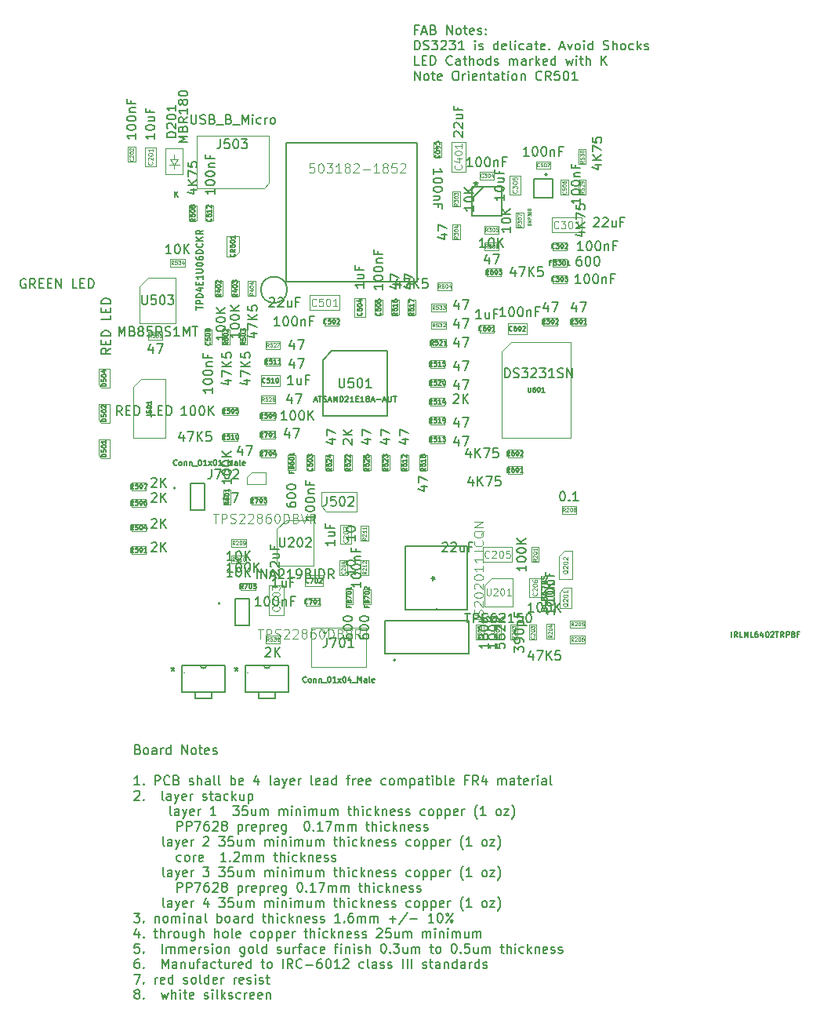
<source format=gbr>
G04 #@! TF.GenerationSoftware,KiCad,Pcbnew,(5.1.6)-1*
G04 #@! TF.CreationDate,2021-05-29T12:10:38-05:00*
G04 #@! TF.ProjectId,SapphineMinimal,53617070-6869-46e6-954d-696e696d616c,rev?*
G04 #@! TF.SameCoordinates,Original*
G04 #@! TF.FileFunction,Other,Fab,Top*
%FSLAX46Y46*%
G04 Gerber Fmt 4.6, Leading zero omitted, Abs format (unit mm)*
G04 Created by KiCad (PCBNEW (5.1.6)-1) date 2021-05-29 12:10:38*
%MOMM*%
%LPD*%
G01*
G04 APERTURE LIST*
%ADD10C,0.150000*%
%ADD11C,0.200000*%
%ADD12C,0.127000*%
%ADD13C,0.100000*%
%ADD14C,0.152400*%
%ADD15C,0.015000*%
%ADD16C,0.060000*%
%ADD17C,0.110000*%
%ADD18C,0.080000*%
%ADD19C,0.120000*%
%ADD20C,0.075000*%
G04 APERTURE END LIST*
D10*
X86456857Y-73169428D02*
X86456857Y-72569428D01*
X86799714Y-73169428D02*
X86542571Y-72826571D01*
X86799714Y-72569428D02*
X86456857Y-72912285D01*
X112682928Y-55111571D02*
X112349595Y-55111571D01*
X112349595Y-55635380D02*
X112349595Y-54635380D01*
X112825785Y-54635380D01*
X113159119Y-55349666D02*
X113635309Y-55349666D01*
X113063880Y-55635380D02*
X113397214Y-54635380D01*
X113730547Y-55635380D01*
X114397214Y-55111571D02*
X114540071Y-55159190D01*
X114587690Y-55206809D01*
X114635309Y-55302047D01*
X114635309Y-55444904D01*
X114587690Y-55540142D01*
X114540071Y-55587761D01*
X114444833Y-55635380D01*
X114063880Y-55635380D01*
X114063880Y-54635380D01*
X114397214Y-54635380D01*
X114492452Y-54683000D01*
X114540071Y-54730619D01*
X114587690Y-54825857D01*
X114587690Y-54921095D01*
X114540071Y-55016333D01*
X114492452Y-55063952D01*
X114397214Y-55111571D01*
X114063880Y-55111571D01*
X115825785Y-55635380D02*
X115825785Y-54635380D01*
X116397214Y-55635380D01*
X116397214Y-54635380D01*
X117016261Y-55635380D02*
X116921023Y-55587761D01*
X116873404Y-55540142D01*
X116825785Y-55444904D01*
X116825785Y-55159190D01*
X116873404Y-55063952D01*
X116921023Y-55016333D01*
X117016261Y-54968714D01*
X117159119Y-54968714D01*
X117254357Y-55016333D01*
X117301976Y-55063952D01*
X117349595Y-55159190D01*
X117349595Y-55444904D01*
X117301976Y-55540142D01*
X117254357Y-55587761D01*
X117159119Y-55635380D01*
X117016261Y-55635380D01*
X117635309Y-54968714D02*
X118016261Y-54968714D01*
X117778166Y-54635380D02*
X117778166Y-55492523D01*
X117825785Y-55587761D01*
X117921023Y-55635380D01*
X118016261Y-55635380D01*
X118730547Y-55587761D02*
X118635309Y-55635380D01*
X118444833Y-55635380D01*
X118349595Y-55587761D01*
X118301976Y-55492523D01*
X118301976Y-55111571D01*
X118349595Y-55016333D01*
X118444833Y-54968714D01*
X118635309Y-54968714D01*
X118730547Y-55016333D01*
X118778166Y-55111571D01*
X118778166Y-55206809D01*
X118301976Y-55302047D01*
X119159119Y-55587761D02*
X119254357Y-55635380D01*
X119444833Y-55635380D01*
X119540071Y-55587761D01*
X119587690Y-55492523D01*
X119587690Y-55444904D01*
X119540071Y-55349666D01*
X119444833Y-55302047D01*
X119301976Y-55302047D01*
X119206738Y-55254428D01*
X119159119Y-55159190D01*
X119159119Y-55111571D01*
X119206738Y-55016333D01*
X119301976Y-54968714D01*
X119444833Y-54968714D01*
X119540071Y-55016333D01*
X120016261Y-55540142D02*
X120063880Y-55587761D01*
X120016261Y-55635380D01*
X119968642Y-55587761D01*
X120016261Y-55540142D01*
X120016261Y-55635380D01*
X120016261Y-55016333D02*
X120063880Y-55063952D01*
X120016261Y-55111571D01*
X119968642Y-55063952D01*
X120016261Y-55016333D01*
X120016261Y-55111571D01*
X112349595Y-57285380D02*
X112349595Y-56285380D01*
X112587690Y-56285380D01*
X112730547Y-56333000D01*
X112825785Y-56428238D01*
X112873404Y-56523476D01*
X112921023Y-56713952D01*
X112921023Y-56856809D01*
X112873404Y-57047285D01*
X112825785Y-57142523D01*
X112730547Y-57237761D01*
X112587690Y-57285380D01*
X112349595Y-57285380D01*
X113301976Y-57237761D02*
X113444833Y-57285380D01*
X113682928Y-57285380D01*
X113778166Y-57237761D01*
X113825785Y-57190142D01*
X113873404Y-57094904D01*
X113873404Y-56999666D01*
X113825785Y-56904428D01*
X113778166Y-56856809D01*
X113682928Y-56809190D01*
X113492452Y-56761571D01*
X113397214Y-56713952D01*
X113349595Y-56666333D01*
X113301976Y-56571095D01*
X113301976Y-56475857D01*
X113349595Y-56380619D01*
X113397214Y-56333000D01*
X113492452Y-56285380D01*
X113730547Y-56285380D01*
X113873404Y-56333000D01*
X114206738Y-56285380D02*
X114825785Y-56285380D01*
X114492452Y-56666333D01*
X114635309Y-56666333D01*
X114730547Y-56713952D01*
X114778166Y-56761571D01*
X114825785Y-56856809D01*
X114825785Y-57094904D01*
X114778166Y-57190142D01*
X114730547Y-57237761D01*
X114635309Y-57285380D01*
X114349595Y-57285380D01*
X114254357Y-57237761D01*
X114206738Y-57190142D01*
X115206738Y-56380619D02*
X115254357Y-56333000D01*
X115349595Y-56285380D01*
X115587690Y-56285380D01*
X115682928Y-56333000D01*
X115730547Y-56380619D01*
X115778166Y-56475857D01*
X115778166Y-56571095D01*
X115730547Y-56713952D01*
X115159119Y-57285380D01*
X115778166Y-57285380D01*
X116111500Y-56285380D02*
X116730547Y-56285380D01*
X116397214Y-56666333D01*
X116540071Y-56666333D01*
X116635309Y-56713952D01*
X116682928Y-56761571D01*
X116730547Y-56856809D01*
X116730547Y-57094904D01*
X116682928Y-57190142D01*
X116635309Y-57237761D01*
X116540071Y-57285380D01*
X116254357Y-57285380D01*
X116159119Y-57237761D01*
X116111500Y-57190142D01*
X117682928Y-57285380D02*
X117111500Y-57285380D01*
X117397214Y-57285380D02*
X117397214Y-56285380D01*
X117301976Y-56428238D01*
X117206738Y-56523476D01*
X117111500Y-56571095D01*
X118873404Y-57285380D02*
X118873404Y-56618714D01*
X118873404Y-56285380D02*
X118825785Y-56333000D01*
X118873404Y-56380619D01*
X118921023Y-56333000D01*
X118873404Y-56285380D01*
X118873404Y-56380619D01*
X119301976Y-57237761D02*
X119397214Y-57285380D01*
X119587690Y-57285380D01*
X119682928Y-57237761D01*
X119730547Y-57142523D01*
X119730547Y-57094904D01*
X119682928Y-56999666D01*
X119587690Y-56952047D01*
X119444833Y-56952047D01*
X119349595Y-56904428D01*
X119301976Y-56809190D01*
X119301976Y-56761571D01*
X119349595Y-56666333D01*
X119444833Y-56618714D01*
X119587690Y-56618714D01*
X119682928Y-56666333D01*
X121349595Y-57285380D02*
X121349595Y-56285380D01*
X121349595Y-57237761D02*
X121254357Y-57285380D01*
X121063880Y-57285380D01*
X120968642Y-57237761D01*
X120921023Y-57190142D01*
X120873404Y-57094904D01*
X120873404Y-56809190D01*
X120921023Y-56713952D01*
X120968642Y-56666333D01*
X121063880Y-56618714D01*
X121254357Y-56618714D01*
X121349595Y-56666333D01*
X122206738Y-57237761D02*
X122111500Y-57285380D01*
X121921023Y-57285380D01*
X121825785Y-57237761D01*
X121778166Y-57142523D01*
X121778166Y-56761571D01*
X121825785Y-56666333D01*
X121921023Y-56618714D01*
X122111500Y-56618714D01*
X122206738Y-56666333D01*
X122254357Y-56761571D01*
X122254357Y-56856809D01*
X121778166Y-56952047D01*
X122825785Y-57285380D02*
X122730547Y-57237761D01*
X122682928Y-57142523D01*
X122682928Y-56285380D01*
X123206738Y-57285380D02*
X123206738Y-56618714D01*
X123206738Y-56285380D02*
X123159119Y-56333000D01*
X123206738Y-56380619D01*
X123254357Y-56333000D01*
X123206738Y-56285380D01*
X123206738Y-56380619D01*
X124111500Y-57237761D02*
X124016261Y-57285380D01*
X123825785Y-57285380D01*
X123730547Y-57237761D01*
X123682928Y-57190142D01*
X123635309Y-57094904D01*
X123635309Y-56809190D01*
X123682928Y-56713952D01*
X123730547Y-56666333D01*
X123825785Y-56618714D01*
X124016261Y-56618714D01*
X124111500Y-56666333D01*
X124968642Y-57285380D02*
X124968642Y-56761571D01*
X124921023Y-56666333D01*
X124825785Y-56618714D01*
X124635309Y-56618714D01*
X124540071Y-56666333D01*
X124968642Y-57237761D02*
X124873404Y-57285380D01*
X124635309Y-57285380D01*
X124540071Y-57237761D01*
X124492452Y-57142523D01*
X124492452Y-57047285D01*
X124540071Y-56952047D01*
X124635309Y-56904428D01*
X124873404Y-56904428D01*
X124968642Y-56856809D01*
X125301976Y-56618714D02*
X125682928Y-56618714D01*
X125444833Y-56285380D02*
X125444833Y-57142523D01*
X125492452Y-57237761D01*
X125587690Y-57285380D01*
X125682928Y-57285380D01*
X126397214Y-57237761D02*
X126301976Y-57285380D01*
X126111500Y-57285380D01*
X126016261Y-57237761D01*
X125968642Y-57142523D01*
X125968642Y-56761571D01*
X126016261Y-56666333D01*
X126111500Y-56618714D01*
X126301976Y-56618714D01*
X126397214Y-56666333D01*
X126444833Y-56761571D01*
X126444833Y-56856809D01*
X125968642Y-56952047D01*
X126873404Y-57190142D02*
X126921023Y-57237761D01*
X126873404Y-57285380D01*
X126825785Y-57237761D01*
X126873404Y-57190142D01*
X126873404Y-57285380D01*
X128063880Y-56999666D02*
X128540071Y-56999666D01*
X127968642Y-57285380D02*
X128301976Y-56285380D01*
X128635309Y-57285380D01*
X128873404Y-56618714D02*
X129111500Y-57285380D01*
X129349595Y-56618714D01*
X129873404Y-57285380D02*
X129778166Y-57237761D01*
X129730547Y-57190142D01*
X129682928Y-57094904D01*
X129682928Y-56809190D01*
X129730547Y-56713952D01*
X129778166Y-56666333D01*
X129873404Y-56618714D01*
X130016261Y-56618714D01*
X130111500Y-56666333D01*
X130159119Y-56713952D01*
X130206738Y-56809190D01*
X130206738Y-57094904D01*
X130159119Y-57190142D01*
X130111500Y-57237761D01*
X130016261Y-57285380D01*
X129873404Y-57285380D01*
X130635309Y-57285380D02*
X130635309Y-56618714D01*
X130635309Y-56285380D02*
X130587690Y-56333000D01*
X130635309Y-56380619D01*
X130682928Y-56333000D01*
X130635309Y-56285380D01*
X130635309Y-56380619D01*
X131540071Y-57285380D02*
X131540071Y-56285380D01*
X131540071Y-57237761D02*
X131444833Y-57285380D01*
X131254357Y-57285380D01*
X131159119Y-57237761D01*
X131111500Y-57190142D01*
X131063880Y-57094904D01*
X131063880Y-56809190D01*
X131111500Y-56713952D01*
X131159119Y-56666333D01*
X131254357Y-56618714D01*
X131444833Y-56618714D01*
X131540071Y-56666333D01*
X132730547Y-57237761D02*
X132873404Y-57285380D01*
X133111500Y-57285380D01*
X133206738Y-57237761D01*
X133254357Y-57190142D01*
X133301976Y-57094904D01*
X133301976Y-56999666D01*
X133254357Y-56904428D01*
X133206738Y-56856809D01*
X133111500Y-56809190D01*
X132921023Y-56761571D01*
X132825785Y-56713952D01*
X132778166Y-56666333D01*
X132730547Y-56571095D01*
X132730547Y-56475857D01*
X132778166Y-56380619D01*
X132825785Y-56333000D01*
X132921023Y-56285380D01*
X133159119Y-56285380D01*
X133301976Y-56333000D01*
X133730547Y-57285380D02*
X133730547Y-56285380D01*
X134159119Y-57285380D02*
X134159119Y-56761571D01*
X134111500Y-56666333D01*
X134016261Y-56618714D01*
X133873404Y-56618714D01*
X133778166Y-56666333D01*
X133730547Y-56713952D01*
X134778166Y-57285380D02*
X134682928Y-57237761D01*
X134635309Y-57190142D01*
X134587690Y-57094904D01*
X134587690Y-56809190D01*
X134635309Y-56713952D01*
X134682928Y-56666333D01*
X134778166Y-56618714D01*
X134921023Y-56618714D01*
X135016261Y-56666333D01*
X135063880Y-56713952D01*
X135111500Y-56809190D01*
X135111500Y-57094904D01*
X135063880Y-57190142D01*
X135016261Y-57237761D01*
X134921023Y-57285380D01*
X134778166Y-57285380D01*
X135968642Y-57237761D02*
X135873404Y-57285380D01*
X135682928Y-57285380D01*
X135587690Y-57237761D01*
X135540071Y-57190142D01*
X135492452Y-57094904D01*
X135492452Y-56809190D01*
X135540071Y-56713952D01*
X135587690Y-56666333D01*
X135682928Y-56618714D01*
X135873404Y-56618714D01*
X135968642Y-56666333D01*
X136397214Y-57285380D02*
X136397214Y-56285380D01*
X136492452Y-56904428D02*
X136778166Y-57285380D01*
X136778166Y-56618714D02*
X136397214Y-56999666D01*
X137159119Y-57237761D02*
X137254357Y-57285380D01*
X137444833Y-57285380D01*
X137540071Y-57237761D01*
X137587690Y-57142523D01*
X137587690Y-57094904D01*
X137540071Y-56999666D01*
X137444833Y-56952047D01*
X137301976Y-56952047D01*
X137206738Y-56904428D01*
X137159119Y-56809190D01*
X137159119Y-56761571D01*
X137206738Y-56666333D01*
X137301976Y-56618714D01*
X137444833Y-56618714D01*
X137540071Y-56666333D01*
X112825785Y-58935380D02*
X112349595Y-58935380D01*
X112349595Y-57935380D01*
X113159119Y-58411571D02*
X113492452Y-58411571D01*
X113635309Y-58935380D02*
X113159119Y-58935380D01*
X113159119Y-57935380D01*
X113635309Y-57935380D01*
X114063880Y-58935380D02*
X114063880Y-57935380D01*
X114301976Y-57935380D01*
X114444833Y-57983000D01*
X114540071Y-58078238D01*
X114587690Y-58173476D01*
X114635309Y-58363952D01*
X114635309Y-58506809D01*
X114587690Y-58697285D01*
X114540071Y-58792523D01*
X114444833Y-58887761D01*
X114301976Y-58935380D01*
X114063880Y-58935380D01*
X116397214Y-58840142D02*
X116349595Y-58887761D01*
X116206738Y-58935380D01*
X116111500Y-58935380D01*
X115968642Y-58887761D01*
X115873404Y-58792523D01*
X115825785Y-58697285D01*
X115778166Y-58506809D01*
X115778166Y-58363952D01*
X115825785Y-58173476D01*
X115873404Y-58078238D01*
X115968642Y-57983000D01*
X116111500Y-57935380D01*
X116206738Y-57935380D01*
X116349595Y-57983000D01*
X116397214Y-58030619D01*
X117254357Y-58935380D02*
X117254357Y-58411571D01*
X117206738Y-58316333D01*
X117111500Y-58268714D01*
X116921023Y-58268714D01*
X116825785Y-58316333D01*
X117254357Y-58887761D02*
X117159119Y-58935380D01*
X116921023Y-58935380D01*
X116825785Y-58887761D01*
X116778166Y-58792523D01*
X116778166Y-58697285D01*
X116825785Y-58602047D01*
X116921023Y-58554428D01*
X117159119Y-58554428D01*
X117254357Y-58506809D01*
X117587690Y-58268714D02*
X117968642Y-58268714D01*
X117730547Y-57935380D02*
X117730547Y-58792523D01*
X117778166Y-58887761D01*
X117873404Y-58935380D01*
X117968642Y-58935380D01*
X118301976Y-58935380D02*
X118301976Y-57935380D01*
X118730547Y-58935380D02*
X118730547Y-58411571D01*
X118682928Y-58316333D01*
X118587690Y-58268714D01*
X118444833Y-58268714D01*
X118349595Y-58316333D01*
X118301976Y-58363952D01*
X119349595Y-58935380D02*
X119254357Y-58887761D01*
X119206738Y-58840142D01*
X119159119Y-58744904D01*
X119159119Y-58459190D01*
X119206738Y-58363952D01*
X119254357Y-58316333D01*
X119349595Y-58268714D01*
X119492452Y-58268714D01*
X119587690Y-58316333D01*
X119635309Y-58363952D01*
X119682928Y-58459190D01*
X119682928Y-58744904D01*
X119635309Y-58840142D01*
X119587690Y-58887761D01*
X119492452Y-58935380D01*
X119349595Y-58935380D01*
X120540071Y-58935380D02*
X120540071Y-57935380D01*
X120540071Y-58887761D02*
X120444833Y-58935380D01*
X120254357Y-58935380D01*
X120159119Y-58887761D01*
X120111500Y-58840142D01*
X120063880Y-58744904D01*
X120063880Y-58459190D01*
X120111500Y-58363952D01*
X120159119Y-58316333D01*
X120254357Y-58268714D01*
X120444833Y-58268714D01*
X120540071Y-58316333D01*
X120968642Y-58887761D02*
X121063880Y-58935380D01*
X121254357Y-58935380D01*
X121349595Y-58887761D01*
X121397214Y-58792523D01*
X121397214Y-58744904D01*
X121349595Y-58649666D01*
X121254357Y-58602047D01*
X121111500Y-58602047D01*
X121016261Y-58554428D01*
X120968642Y-58459190D01*
X120968642Y-58411571D01*
X121016261Y-58316333D01*
X121111500Y-58268714D01*
X121254357Y-58268714D01*
X121349595Y-58316333D01*
X122587690Y-58935380D02*
X122587690Y-58268714D01*
X122587690Y-58363952D02*
X122635309Y-58316333D01*
X122730547Y-58268714D01*
X122873404Y-58268714D01*
X122968642Y-58316333D01*
X123016261Y-58411571D01*
X123016261Y-58935380D01*
X123016261Y-58411571D02*
X123063880Y-58316333D01*
X123159119Y-58268714D01*
X123301976Y-58268714D01*
X123397214Y-58316333D01*
X123444833Y-58411571D01*
X123444833Y-58935380D01*
X124349595Y-58935380D02*
X124349595Y-58411571D01*
X124301976Y-58316333D01*
X124206738Y-58268714D01*
X124016261Y-58268714D01*
X123921023Y-58316333D01*
X124349595Y-58887761D02*
X124254357Y-58935380D01*
X124016261Y-58935380D01*
X123921023Y-58887761D01*
X123873404Y-58792523D01*
X123873404Y-58697285D01*
X123921023Y-58602047D01*
X124016261Y-58554428D01*
X124254357Y-58554428D01*
X124349595Y-58506809D01*
X124825785Y-58935380D02*
X124825785Y-58268714D01*
X124825785Y-58459190D02*
X124873404Y-58363952D01*
X124921023Y-58316333D01*
X125016261Y-58268714D01*
X125111500Y-58268714D01*
X125444833Y-58935380D02*
X125444833Y-57935380D01*
X125540071Y-58554428D02*
X125825785Y-58935380D01*
X125825785Y-58268714D02*
X125444833Y-58649666D01*
X126635309Y-58887761D02*
X126540071Y-58935380D01*
X126349595Y-58935380D01*
X126254357Y-58887761D01*
X126206738Y-58792523D01*
X126206738Y-58411571D01*
X126254357Y-58316333D01*
X126349595Y-58268714D01*
X126540071Y-58268714D01*
X126635309Y-58316333D01*
X126682928Y-58411571D01*
X126682928Y-58506809D01*
X126206738Y-58602047D01*
X127540071Y-58935380D02*
X127540071Y-57935380D01*
X127540071Y-58887761D02*
X127444833Y-58935380D01*
X127254357Y-58935380D01*
X127159119Y-58887761D01*
X127111500Y-58840142D01*
X127063880Y-58744904D01*
X127063880Y-58459190D01*
X127111500Y-58363952D01*
X127159119Y-58316333D01*
X127254357Y-58268714D01*
X127444833Y-58268714D01*
X127540071Y-58316333D01*
X128682928Y-58268714D02*
X128873404Y-58935380D01*
X129063880Y-58459190D01*
X129254357Y-58935380D01*
X129444833Y-58268714D01*
X129825785Y-58935380D02*
X129825785Y-58268714D01*
X129825785Y-57935380D02*
X129778166Y-57983000D01*
X129825785Y-58030619D01*
X129873404Y-57983000D01*
X129825785Y-57935380D01*
X129825785Y-58030619D01*
X130159119Y-58268714D02*
X130540071Y-58268714D01*
X130301976Y-57935380D02*
X130301976Y-58792523D01*
X130349595Y-58887761D01*
X130444833Y-58935380D01*
X130540071Y-58935380D01*
X130873404Y-58935380D02*
X130873404Y-57935380D01*
X131301976Y-58935380D02*
X131301976Y-58411571D01*
X131254357Y-58316333D01*
X131159119Y-58268714D01*
X131016261Y-58268714D01*
X130921023Y-58316333D01*
X130873404Y-58363952D01*
X132540071Y-58935380D02*
X132540071Y-57935380D01*
X133111500Y-58935380D02*
X132682928Y-58363952D01*
X133111500Y-57935380D02*
X132540071Y-58506809D01*
X112349595Y-60585380D02*
X112349595Y-59585380D01*
X112921023Y-60585380D01*
X112921023Y-59585380D01*
X113540071Y-60585380D02*
X113444833Y-60537761D01*
X113397214Y-60490142D01*
X113349595Y-60394904D01*
X113349595Y-60109190D01*
X113397214Y-60013952D01*
X113444833Y-59966333D01*
X113540071Y-59918714D01*
X113682928Y-59918714D01*
X113778166Y-59966333D01*
X113825785Y-60013952D01*
X113873404Y-60109190D01*
X113873404Y-60394904D01*
X113825785Y-60490142D01*
X113778166Y-60537761D01*
X113682928Y-60585380D01*
X113540071Y-60585380D01*
X114159119Y-59918714D02*
X114540071Y-59918714D01*
X114301976Y-59585380D02*
X114301976Y-60442523D01*
X114349595Y-60537761D01*
X114444833Y-60585380D01*
X114540071Y-60585380D01*
X115254357Y-60537761D02*
X115159119Y-60585380D01*
X114968642Y-60585380D01*
X114873404Y-60537761D01*
X114825785Y-60442523D01*
X114825785Y-60061571D01*
X114873404Y-59966333D01*
X114968642Y-59918714D01*
X115159119Y-59918714D01*
X115254357Y-59966333D01*
X115301976Y-60061571D01*
X115301976Y-60156809D01*
X114825785Y-60252047D01*
X116682928Y-59585380D02*
X116873404Y-59585380D01*
X116968642Y-59633000D01*
X117063880Y-59728238D01*
X117111500Y-59918714D01*
X117111500Y-60252047D01*
X117063880Y-60442523D01*
X116968642Y-60537761D01*
X116873404Y-60585380D01*
X116682928Y-60585380D01*
X116587690Y-60537761D01*
X116492452Y-60442523D01*
X116444833Y-60252047D01*
X116444833Y-59918714D01*
X116492452Y-59728238D01*
X116587690Y-59633000D01*
X116682928Y-59585380D01*
X117540071Y-60585380D02*
X117540071Y-59918714D01*
X117540071Y-60109190D02*
X117587690Y-60013952D01*
X117635309Y-59966333D01*
X117730547Y-59918714D01*
X117825785Y-59918714D01*
X118159119Y-60585380D02*
X118159119Y-59918714D01*
X118159119Y-59585380D02*
X118111500Y-59633000D01*
X118159119Y-59680619D01*
X118206738Y-59633000D01*
X118159119Y-59585380D01*
X118159119Y-59680619D01*
X119016261Y-60537761D02*
X118921023Y-60585380D01*
X118730547Y-60585380D01*
X118635309Y-60537761D01*
X118587690Y-60442523D01*
X118587690Y-60061571D01*
X118635309Y-59966333D01*
X118730547Y-59918714D01*
X118921023Y-59918714D01*
X119016261Y-59966333D01*
X119063880Y-60061571D01*
X119063880Y-60156809D01*
X118587690Y-60252047D01*
X119492452Y-59918714D02*
X119492452Y-60585380D01*
X119492452Y-60013952D02*
X119540071Y-59966333D01*
X119635309Y-59918714D01*
X119778166Y-59918714D01*
X119873404Y-59966333D01*
X119921023Y-60061571D01*
X119921023Y-60585380D01*
X120254357Y-59918714D02*
X120635309Y-59918714D01*
X120397214Y-59585380D02*
X120397214Y-60442523D01*
X120444833Y-60537761D01*
X120540071Y-60585380D01*
X120635309Y-60585380D01*
X121397214Y-60585380D02*
X121397214Y-60061571D01*
X121349595Y-59966333D01*
X121254357Y-59918714D01*
X121063880Y-59918714D01*
X120968642Y-59966333D01*
X121397214Y-60537761D02*
X121301976Y-60585380D01*
X121063880Y-60585380D01*
X120968642Y-60537761D01*
X120921023Y-60442523D01*
X120921023Y-60347285D01*
X120968642Y-60252047D01*
X121063880Y-60204428D01*
X121301976Y-60204428D01*
X121397214Y-60156809D01*
X121730547Y-59918714D02*
X122111500Y-59918714D01*
X121873404Y-59585380D02*
X121873404Y-60442523D01*
X121921023Y-60537761D01*
X122016261Y-60585380D01*
X122111500Y-60585380D01*
X122444833Y-60585380D02*
X122444833Y-59918714D01*
X122444833Y-59585380D02*
X122397214Y-59633000D01*
X122444833Y-59680619D01*
X122492452Y-59633000D01*
X122444833Y-59585380D01*
X122444833Y-59680619D01*
X123063880Y-60585380D02*
X122968642Y-60537761D01*
X122921023Y-60490142D01*
X122873404Y-60394904D01*
X122873404Y-60109190D01*
X122921023Y-60013952D01*
X122968642Y-59966333D01*
X123063880Y-59918714D01*
X123206738Y-59918714D01*
X123301976Y-59966333D01*
X123349595Y-60013952D01*
X123397214Y-60109190D01*
X123397214Y-60394904D01*
X123349595Y-60490142D01*
X123301976Y-60537761D01*
X123206738Y-60585380D01*
X123063880Y-60585380D01*
X123825785Y-59918714D02*
X123825785Y-60585380D01*
X123825785Y-60013952D02*
X123873404Y-59966333D01*
X123968642Y-59918714D01*
X124111500Y-59918714D01*
X124206738Y-59966333D01*
X124254357Y-60061571D01*
X124254357Y-60585380D01*
X126063880Y-60490142D02*
X126016261Y-60537761D01*
X125873404Y-60585380D01*
X125778166Y-60585380D01*
X125635309Y-60537761D01*
X125540071Y-60442523D01*
X125492452Y-60347285D01*
X125444833Y-60156809D01*
X125444833Y-60013952D01*
X125492452Y-59823476D01*
X125540071Y-59728238D01*
X125635309Y-59633000D01*
X125778166Y-59585380D01*
X125873404Y-59585380D01*
X126016261Y-59633000D01*
X126063880Y-59680619D01*
X127063880Y-60585380D02*
X126730547Y-60109190D01*
X126492452Y-60585380D02*
X126492452Y-59585380D01*
X126873404Y-59585380D01*
X126968642Y-59633000D01*
X127016261Y-59680619D01*
X127063880Y-59775857D01*
X127063880Y-59918714D01*
X127016261Y-60013952D01*
X126968642Y-60061571D01*
X126873404Y-60109190D01*
X126492452Y-60109190D01*
X127968642Y-59585380D02*
X127492452Y-59585380D01*
X127444833Y-60061571D01*
X127492452Y-60013952D01*
X127587690Y-59966333D01*
X127825785Y-59966333D01*
X127921023Y-60013952D01*
X127968642Y-60061571D01*
X128016261Y-60156809D01*
X128016261Y-60394904D01*
X127968642Y-60490142D01*
X127921023Y-60537761D01*
X127825785Y-60585380D01*
X127587690Y-60585380D01*
X127492452Y-60537761D01*
X127444833Y-60490142D01*
X128635309Y-59585380D02*
X128730547Y-59585380D01*
X128825785Y-59633000D01*
X128873404Y-59680619D01*
X128921023Y-59775857D01*
X128968642Y-59966333D01*
X128968642Y-60204428D01*
X128921023Y-60394904D01*
X128873404Y-60490142D01*
X128825785Y-60537761D01*
X128730547Y-60585380D01*
X128635309Y-60585380D01*
X128540071Y-60537761D01*
X128492452Y-60490142D01*
X128444833Y-60394904D01*
X128397214Y-60204428D01*
X128397214Y-59966333D01*
X128444833Y-59775857D01*
X128492452Y-59680619D01*
X128540071Y-59633000D01*
X128635309Y-59585380D01*
X129921023Y-60585380D02*
X129349595Y-60585380D01*
X129635309Y-60585380D02*
X129635309Y-59585380D01*
X129540071Y-59728238D01*
X129444833Y-59823476D01*
X129349595Y-59871095D01*
X82456928Y-132778571D02*
X82599785Y-132826190D01*
X82647404Y-132873809D01*
X82695023Y-132969047D01*
X82695023Y-133111904D01*
X82647404Y-133207142D01*
X82599785Y-133254761D01*
X82504547Y-133302380D01*
X82123595Y-133302380D01*
X82123595Y-132302380D01*
X82456928Y-132302380D01*
X82552166Y-132350000D01*
X82599785Y-132397619D01*
X82647404Y-132492857D01*
X82647404Y-132588095D01*
X82599785Y-132683333D01*
X82552166Y-132730952D01*
X82456928Y-132778571D01*
X82123595Y-132778571D01*
X83266452Y-133302380D02*
X83171214Y-133254761D01*
X83123595Y-133207142D01*
X83075976Y-133111904D01*
X83075976Y-132826190D01*
X83123595Y-132730952D01*
X83171214Y-132683333D01*
X83266452Y-132635714D01*
X83409309Y-132635714D01*
X83504547Y-132683333D01*
X83552166Y-132730952D01*
X83599785Y-132826190D01*
X83599785Y-133111904D01*
X83552166Y-133207142D01*
X83504547Y-133254761D01*
X83409309Y-133302380D01*
X83266452Y-133302380D01*
X84456928Y-133302380D02*
X84456928Y-132778571D01*
X84409309Y-132683333D01*
X84314071Y-132635714D01*
X84123595Y-132635714D01*
X84028357Y-132683333D01*
X84456928Y-133254761D02*
X84361690Y-133302380D01*
X84123595Y-133302380D01*
X84028357Y-133254761D01*
X83980738Y-133159523D01*
X83980738Y-133064285D01*
X84028357Y-132969047D01*
X84123595Y-132921428D01*
X84361690Y-132921428D01*
X84456928Y-132873809D01*
X84933119Y-133302380D02*
X84933119Y-132635714D01*
X84933119Y-132826190D02*
X84980738Y-132730952D01*
X85028357Y-132683333D01*
X85123595Y-132635714D01*
X85218833Y-132635714D01*
X85980738Y-133302380D02*
X85980738Y-132302380D01*
X85980738Y-133254761D02*
X85885500Y-133302380D01*
X85695023Y-133302380D01*
X85599785Y-133254761D01*
X85552166Y-133207142D01*
X85504547Y-133111904D01*
X85504547Y-132826190D01*
X85552166Y-132730952D01*
X85599785Y-132683333D01*
X85695023Y-132635714D01*
X85885500Y-132635714D01*
X85980738Y-132683333D01*
X87218833Y-133302380D02*
X87218833Y-132302380D01*
X87790261Y-133302380D01*
X87790261Y-132302380D01*
X88409309Y-133302380D02*
X88314071Y-133254761D01*
X88266452Y-133207142D01*
X88218833Y-133111904D01*
X88218833Y-132826190D01*
X88266452Y-132730952D01*
X88314071Y-132683333D01*
X88409309Y-132635714D01*
X88552166Y-132635714D01*
X88647404Y-132683333D01*
X88695023Y-132730952D01*
X88742642Y-132826190D01*
X88742642Y-133111904D01*
X88695023Y-133207142D01*
X88647404Y-133254761D01*
X88552166Y-133302380D01*
X88409309Y-133302380D01*
X89028357Y-132635714D02*
X89409309Y-132635714D01*
X89171214Y-132302380D02*
X89171214Y-133159523D01*
X89218833Y-133254761D01*
X89314071Y-133302380D01*
X89409309Y-133302380D01*
X90123595Y-133254761D02*
X90028357Y-133302380D01*
X89837880Y-133302380D01*
X89742642Y-133254761D01*
X89695023Y-133159523D01*
X89695023Y-132778571D01*
X89742642Y-132683333D01*
X89837880Y-132635714D01*
X90028357Y-132635714D01*
X90123595Y-132683333D01*
X90171214Y-132778571D01*
X90171214Y-132873809D01*
X89695023Y-132969047D01*
X90552166Y-133254761D02*
X90647404Y-133302380D01*
X90837880Y-133302380D01*
X90933119Y-133254761D01*
X90980738Y-133159523D01*
X90980738Y-133111904D01*
X90933119Y-133016666D01*
X90837880Y-132969047D01*
X90695023Y-132969047D01*
X90599785Y-132921428D01*
X90552166Y-132826190D01*
X90552166Y-132778571D01*
X90599785Y-132683333D01*
X90695023Y-132635714D01*
X90837880Y-132635714D01*
X90933119Y-132683333D01*
X82647404Y-136602380D02*
X82075976Y-136602380D01*
X82361690Y-136602380D02*
X82361690Y-135602380D01*
X82266452Y-135745238D01*
X82171214Y-135840476D01*
X82075976Y-135888095D01*
X83075976Y-136507142D02*
X83123595Y-136554761D01*
X83075976Y-136602380D01*
X83028357Y-136554761D01*
X83075976Y-136507142D01*
X83075976Y-136602380D01*
X84314071Y-136602380D02*
X84314071Y-135602380D01*
X84695023Y-135602380D01*
X84790261Y-135650000D01*
X84837880Y-135697619D01*
X84885500Y-135792857D01*
X84885500Y-135935714D01*
X84837880Y-136030952D01*
X84790261Y-136078571D01*
X84695023Y-136126190D01*
X84314071Y-136126190D01*
X85885500Y-136507142D02*
X85837880Y-136554761D01*
X85695023Y-136602380D01*
X85599785Y-136602380D01*
X85456928Y-136554761D01*
X85361690Y-136459523D01*
X85314071Y-136364285D01*
X85266452Y-136173809D01*
X85266452Y-136030952D01*
X85314071Y-135840476D01*
X85361690Y-135745238D01*
X85456928Y-135650000D01*
X85599785Y-135602380D01*
X85695023Y-135602380D01*
X85837880Y-135650000D01*
X85885500Y-135697619D01*
X86647404Y-136078571D02*
X86790261Y-136126190D01*
X86837880Y-136173809D01*
X86885500Y-136269047D01*
X86885500Y-136411904D01*
X86837880Y-136507142D01*
X86790261Y-136554761D01*
X86695023Y-136602380D01*
X86314071Y-136602380D01*
X86314071Y-135602380D01*
X86647404Y-135602380D01*
X86742642Y-135650000D01*
X86790261Y-135697619D01*
X86837880Y-135792857D01*
X86837880Y-135888095D01*
X86790261Y-135983333D01*
X86742642Y-136030952D01*
X86647404Y-136078571D01*
X86314071Y-136078571D01*
X88028357Y-136554761D02*
X88123595Y-136602380D01*
X88314071Y-136602380D01*
X88409309Y-136554761D01*
X88456928Y-136459523D01*
X88456928Y-136411904D01*
X88409309Y-136316666D01*
X88314071Y-136269047D01*
X88171214Y-136269047D01*
X88075976Y-136221428D01*
X88028357Y-136126190D01*
X88028357Y-136078571D01*
X88075976Y-135983333D01*
X88171214Y-135935714D01*
X88314071Y-135935714D01*
X88409309Y-135983333D01*
X88885500Y-136602380D02*
X88885500Y-135602380D01*
X89314071Y-136602380D02*
X89314071Y-136078571D01*
X89266452Y-135983333D01*
X89171214Y-135935714D01*
X89028357Y-135935714D01*
X88933119Y-135983333D01*
X88885500Y-136030952D01*
X90218833Y-136602380D02*
X90218833Y-136078571D01*
X90171214Y-135983333D01*
X90075976Y-135935714D01*
X89885500Y-135935714D01*
X89790261Y-135983333D01*
X90218833Y-136554761D02*
X90123595Y-136602380D01*
X89885500Y-136602380D01*
X89790261Y-136554761D01*
X89742642Y-136459523D01*
X89742642Y-136364285D01*
X89790261Y-136269047D01*
X89885500Y-136221428D01*
X90123595Y-136221428D01*
X90218833Y-136173809D01*
X90837880Y-136602380D02*
X90742642Y-136554761D01*
X90695023Y-136459523D01*
X90695023Y-135602380D01*
X91361690Y-136602380D02*
X91266452Y-136554761D01*
X91218833Y-136459523D01*
X91218833Y-135602380D01*
X92504547Y-136602380D02*
X92504547Y-135602380D01*
X92504547Y-135983333D02*
X92599785Y-135935714D01*
X92790261Y-135935714D01*
X92885500Y-135983333D01*
X92933119Y-136030952D01*
X92980738Y-136126190D01*
X92980738Y-136411904D01*
X92933119Y-136507142D01*
X92885500Y-136554761D01*
X92790261Y-136602380D01*
X92599785Y-136602380D01*
X92504547Y-136554761D01*
X93790261Y-136554761D02*
X93695023Y-136602380D01*
X93504547Y-136602380D01*
X93409309Y-136554761D01*
X93361690Y-136459523D01*
X93361690Y-136078571D01*
X93409309Y-135983333D01*
X93504547Y-135935714D01*
X93695023Y-135935714D01*
X93790261Y-135983333D01*
X93837880Y-136078571D01*
X93837880Y-136173809D01*
X93361690Y-136269047D01*
X95456928Y-135935714D02*
X95456928Y-136602380D01*
X95218833Y-135554761D02*
X94980738Y-136269047D01*
X95599785Y-136269047D01*
X96885500Y-136602380D02*
X96790261Y-136554761D01*
X96742642Y-136459523D01*
X96742642Y-135602380D01*
X97695023Y-136602380D02*
X97695023Y-136078571D01*
X97647404Y-135983333D01*
X97552166Y-135935714D01*
X97361690Y-135935714D01*
X97266452Y-135983333D01*
X97695023Y-136554761D02*
X97599785Y-136602380D01*
X97361690Y-136602380D01*
X97266452Y-136554761D01*
X97218833Y-136459523D01*
X97218833Y-136364285D01*
X97266452Y-136269047D01*
X97361690Y-136221428D01*
X97599785Y-136221428D01*
X97695023Y-136173809D01*
X98075976Y-135935714D02*
X98314071Y-136602380D01*
X98552166Y-135935714D02*
X98314071Y-136602380D01*
X98218833Y-136840476D01*
X98171214Y-136888095D01*
X98075976Y-136935714D01*
X99314071Y-136554761D02*
X99218833Y-136602380D01*
X99028357Y-136602380D01*
X98933119Y-136554761D01*
X98885500Y-136459523D01*
X98885500Y-136078571D01*
X98933119Y-135983333D01*
X99028357Y-135935714D01*
X99218833Y-135935714D01*
X99314071Y-135983333D01*
X99361690Y-136078571D01*
X99361690Y-136173809D01*
X98885500Y-136269047D01*
X99790261Y-136602380D02*
X99790261Y-135935714D01*
X99790261Y-136126190D02*
X99837880Y-136030952D01*
X99885500Y-135983333D01*
X99980738Y-135935714D01*
X100075976Y-135935714D01*
X101314071Y-136602380D02*
X101218833Y-136554761D01*
X101171214Y-136459523D01*
X101171214Y-135602380D01*
X102075976Y-136554761D02*
X101980738Y-136602380D01*
X101790261Y-136602380D01*
X101695023Y-136554761D01*
X101647404Y-136459523D01*
X101647404Y-136078571D01*
X101695023Y-135983333D01*
X101790261Y-135935714D01*
X101980738Y-135935714D01*
X102075976Y-135983333D01*
X102123595Y-136078571D01*
X102123595Y-136173809D01*
X101647404Y-136269047D01*
X102980738Y-136602380D02*
X102980738Y-136078571D01*
X102933119Y-135983333D01*
X102837880Y-135935714D01*
X102647404Y-135935714D01*
X102552166Y-135983333D01*
X102980738Y-136554761D02*
X102885500Y-136602380D01*
X102647404Y-136602380D01*
X102552166Y-136554761D01*
X102504547Y-136459523D01*
X102504547Y-136364285D01*
X102552166Y-136269047D01*
X102647404Y-136221428D01*
X102885500Y-136221428D01*
X102980738Y-136173809D01*
X103885500Y-136602380D02*
X103885500Y-135602380D01*
X103885500Y-136554761D02*
X103790261Y-136602380D01*
X103599785Y-136602380D01*
X103504547Y-136554761D01*
X103456928Y-136507142D01*
X103409309Y-136411904D01*
X103409309Y-136126190D01*
X103456928Y-136030952D01*
X103504547Y-135983333D01*
X103599785Y-135935714D01*
X103790261Y-135935714D01*
X103885500Y-135983333D01*
X104980738Y-135935714D02*
X105361690Y-135935714D01*
X105123595Y-136602380D02*
X105123595Y-135745238D01*
X105171214Y-135650000D01*
X105266452Y-135602380D01*
X105361690Y-135602380D01*
X105695023Y-136602380D02*
X105695023Y-135935714D01*
X105695023Y-136126190D02*
X105742642Y-136030952D01*
X105790261Y-135983333D01*
X105885500Y-135935714D01*
X105980738Y-135935714D01*
X106695023Y-136554761D02*
X106599785Y-136602380D01*
X106409309Y-136602380D01*
X106314071Y-136554761D01*
X106266452Y-136459523D01*
X106266452Y-136078571D01*
X106314071Y-135983333D01*
X106409309Y-135935714D01*
X106599785Y-135935714D01*
X106695023Y-135983333D01*
X106742642Y-136078571D01*
X106742642Y-136173809D01*
X106266452Y-136269047D01*
X107552166Y-136554761D02*
X107456928Y-136602380D01*
X107266452Y-136602380D01*
X107171214Y-136554761D01*
X107123595Y-136459523D01*
X107123595Y-136078571D01*
X107171214Y-135983333D01*
X107266452Y-135935714D01*
X107456928Y-135935714D01*
X107552166Y-135983333D01*
X107599785Y-136078571D01*
X107599785Y-136173809D01*
X107123595Y-136269047D01*
X109218833Y-136554761D02*
X109123595Y-136602380D01*
X108933119Y-136602380D01*
X108837880Y-136554761D01*
X108790261Y-136507142D01*
X108742642Y-136411904D01*
X108742642Y-136126190D01*
X108790261Y-136030952D01*
X108837880Y-135983333D01*
X108933119Y-135935714D01*
X109123595Y-135935714D01*
X109218833Y-135983333D01*
X109790261Y-136602380D02*
X109695023Y-136554761D01*
X109647404Y-136507142D01*
X109599785Y-136411904D01*
X109599785Y-136126190D01*
X109647404Y-136030952D01*
X109695023Y-135983333D01*
X109790261Y-135935714D01*
X109933119Y-135935714D01*
X110028357Y-135983333D01*
X110075976Y-136030952D01*
X110123595Y-136126190D01*
X110123595Y-136411904D01*
X110075976Y-136507142D01*
X110028357Y-136554761D01*
X109933119Y-136602380D01*
X109790261Y-136602380D01*
X110552166Y-136602380D02*
X110552166Y-135935714D01*
X110552166Y-136030952D02*
X110599785Y-135983333D01*
X110695023Y-135935714D01*
X110837880Y-135935714D01*
X110933119Y-135983333D01*
X110980738Y-136078571D01*
X110980738Y-136602380D01*
X110980738Y-136078571D02*
X111028357Y-135983333D01*
X111123595Y-135935714D01*
X111266452Y-135935714D01*
X111361690Y-135983333D01*
X111409309Y-136078571D01*
X111409309Y-136602380D01*
X111885500Y-135935714D02*
X111885500Y-136935714D01*
X111885500Y-135983333D02*
X111980738Y-135935714D01*
X112171214Y-135935714D01*
X112266452Y-135983333D01*
X112314071Y-136030952D01*
X112361690Y-136126190D01*
X112361690Y-136411904D01*
X112314071Y-136507142D01*
X112266452Y-136554761D01*
X112171214Y-136602380D01*
X111980738Y-136602380D01*
X111885500Y-136554761D01*
X113218833Y-136602380D02*
X113218833Y-136078571D01*
X113171214Y-135983333D01*
X113075976Y-135935714D01*
X112885499Y-135935714D01*
X112790261Y-135983333D01*
X113218833Y-136554761D02*
X113123595Y-136602380D01*
X112885499Y-136602380D01*
X112790261Y-136554761D01*
X112742642Y-136459523D01*
X112742642Y-136364285D01*
X112790261Y-136269047D01*
X112885499Y-136221428D01*
X113123595Y-136221428D01*
X113218833Y-136173809D01*
X113552166Y-135935714D02*
X113933119Y-135935714D01*
X113695023Y-135602380D02*
X113695023Y-136459523D01*
X113742642Y-136554761D01*
X113837880Y-136602380D01*
X113933119Y-136602380D01*
X114266452Y-136602380D02*
X114266452Y-135935714D01*
X114266452Y-135602380D02*
X114218833Y-135650000D01*
X114266452Y-135697619D01*
X114314071Y-135650000D01*
X114266452Y-135602380D01*
X114266452Y-135697619D01*
X114742642Y-136602380D02*
X114742642Y-135602380D01*
X114742642Y-135983333D02*
X114837880Y-135935714D01*
X115028357Y-135935714D01*
X115123595Y-135983333D01*
X115171214Y-136030952D01*
X115218833Y-136126190D01*
X115218833Y-136411904D01*
X115171214Y-136507142D01*
X115123595Y-136554761D01*
X115028357Y-136602380D01*
X114837880Y-136602380D01*
X114742642Y-136554761D01*
X115790261Y-136602380D02*
X115695023Y-136554761D01*
X115647404Y-136459523D01*
X115647404Y-135602380D01*
X116552166Y-136554761D02*
X116456928Y-136602380D01*
X116266452Y-136602380D01*
X116171214Y-136554761D01*
X116123595Y-136459523D01*
X116123595Y-136078571D01*
X116171214Y-135983333D01*
X116266452Y-135935714D01*
X116456928Y-135935714D01*
X116552166Y-135983333D01*
X116599785Y-136078571D01*
X116599785Y-136173809D01*
X116123595Y-136269047D01*
X118123595Y-136078571D02*
X117790261Y-136078571D01*
X117790261Y-136602380D02*
X117790261Y-135602380D01*
X118266452Y-135602380D01*
X119218833Y-136602380D02*
X118885500Y-136126190D01*
X118647404Y-136602380D02*
X118647404Y-135602380D01*
X119028357Y-135602380D01*
X119123595Y-135650000D01*
X119171214Y-135697619D01*
X119218833Y-135792857D01*
X119218833Y-135935714D01*
X119171214Y-136030952D01*
X119123595Y-136078571D01*
X119028357Y-136126190D01*
X118647404Y-136126190D01*
X120075976Y-135935714D02*
X120075976Y-136602380D01*
X119837880Y-135554761D02*
X119599785Y-136269047D01*
X120218833Y-136269047D01*
X121361690Y-136602380D02*
X121361690Y-135935714D01*
X121361690Y-136030952D02*
X121409309Y-135983333D01*
X121504547Y-135935714D01*
X121647404Y-135935714D01*
X121742642Y-135983333D01*
X121790261Y-136078571D01*
X121790261Y-136602380D01*
X121790261Y-136078571D02*
X121837880Y-135983333D01*
X121933119Y-135935714D01*
X122075976Y-135935714D01*
X122171214Y-135983333D01*
X122218833Y-136078571D01*
X122218833Y-136602380D01*
X123123595Y-136602380D02*
X123123595Y-136078571D01*
X123075976Y-135983333D01*
X122980738Y-135935714D01*
X122790261Y-135935714D01*
X122695023Y-135983333D01*
X123123595Y-136554761D02*
X123028357Y-136602380D01*
X122790261Y-136602380D01*
X122695023Y-136554761D01*
X122647404Y-136459523D01*
X122647404Y-136364285D01*
X122695023Y-136269047D01*
X122790261Y-136221428D01*
X123028357Y-136221428D01*
X123123595Y-136173809D01*
X123456928Y-135935714D02*
X123837880Y-135935714D01*
X123599785Y-135602380D02*
X123599785Y-136459523D01*
X123647404Y-136554761D01*
X123742642Y-136602380D01*
X123837880Y-136602380D01*
X124552166Y-136554761D02*
X124456928Y-136602380D01*
X124266452Y-136602380D01*
X124171214Y-136554761D01*
X124123595Y-136459523D01*
X124123595Y-136078571D01*
X124171214Y-135983333D01*
X124266452Y-135935714D01*
X124456928Y-135935714D01*
X124552166Y-135983333D01*
X124599785Y-136078571D01*
X124599785Y-136173809D01*
X124123595Y-136269047D01*
X125028357Y-136602380D02*
X125028357Y-135935714D01*
X125028357Y-136126190D02*
X125075976Y-136030952D01*
X125123595Y-135983333D01*
X125218833Y-135935714D01*
X125314071Y-135935714D01*
X125647404Y-136602380D02*
X125647404Y-135935714D01*
X125647404Y-135602380D02*
X125599785Y-135650000D01*
X125647404Y-135697619D01*
X125695023Y-135650000D01*
X125647404Y-135602380D01*
X125647404Y-135697619D01*
X126552166Y-136602380D02*
X126552166Y-136078571D01*
X126504547Y-135983333D01*
X126409309Y-135935714D01*
X126218833Y-135935714D01*
X126123595Y-135983333D01*
X126552166Y-136554761D02*
X126456928Y-136602380D01*
X126218833Y-136602380D01*
X126123595Y-136554761D01*
X126075976Y-136459523D01*
X126075976Y-136364285D01*
X126123595Y-136269047D01*
X126218833Y-136221428D01*
X126456928Y-136221428D01*
X126552166Y-136173809D01*
X127171214Y-136602380D02*
X127075976Y-136554761D01*
X127028357Y-136459523D01*
X127028357Y-135602380D01*
X82075976Y-137347619D02*
X82123595Y-137300000D01*
X82218833Y-137252380D01*
X82456928Y-137252380D01*
X82552166Y-137300000D01*
X82599785Y-137347619D01*
X82647404Y-137442857D01*
X82647404Y-137538095D01*
X82599785Y-137680952D01*
X82028357Y-138252380D01*
X82647404Y-138252380D01*
X83075976Y-138157142D02*
X83123595Y-138204761D01*
X83075976Y-138252380D01*
X83028357Y-138204761D01*
X83075976Y-138157142D01*
X83075976Y-138252380D01*
X85218833Y-138252380D02*
X85123595Y-138204761D01*
X85075976Y-138109523D01*
X85075976Y-137252380D01*
X86028357Y-138252380D02*
X86028357Y-137728571D01*
X85980738Y-137633333D01*
X85885500Y-137585714D01*
X85695023Y-137585714D01*
X85599785Y-137633333D01*
X86028357Y-138204761D02*
X85933119Y-138252380D01*
X85695023Y-138252380D01*
X85599785Y-138204761D01*
X85552166Y-138109523D01*
X85552166Y-138014285D01*
X85599785Y-137919047D01*
X85695023Y-137871428D01*
X85933119Y-137871428D01*
X86028357Y-137823809D01*
X86409309Y-137585714D02*
X86647404Y-138252380D01*
X86885500Y-137585714D02*
X86647404Y-138252380D01*
X86552166Y-138490476D01*
X86504547Y-138538095D01*
X86409309Y-138585714D01*
X87647404Y-138204761D02*
X87552166Y-138252380D01*
X87361690Y-138252380D01*
X87266452Y-138204761D01*
X87218833Y-138109523D01*
X87218833Y-137728571D01*
X87266452Y-137633333D01*
X87361690Y-137585714D01*
X87552166Y-137585714D01*
X87647404Y-137633333D01*
X87695023Y-137728571D01*
X87695023Y-137823809D01*
X87218833Y-137919047D01*
X88123595Y-138252380D02*
X88123595Y-137585714D01*
X88123595Y-137776190D02*
X88171214Y-137680952D01*
X88218833Y-137633333D01*
X88314071Y-137585714D01*
X88409309Y-137585714D01*
X89456928Y-138204761D02*
X89552166Y-138252380D01*
X89742642Y-138252380D01*
X89837880Y-138204761D01*
X89885500Y-138109523D01*
X89885500Y-138061904D01*
X89837880Y-137966666D01*
X89742642Y-137919047D01*
X89599785Y-137919047D01*
X89504547Y-137871428D01*
X89456928Y-137776190D01*
X89456928Y-137728571D01*
X89504547Y-137633333D01*
X89599785Y-137585714D01*
X89742642Y-137585714D01*
X89837880Y-137633333D01*
X90171214Y-137585714D02*
X90552166Y-137585714D01*
X90314071Y-137252380D02*
X90314071Y-138109523D01*
X90361690Y-138204761D01*
X90456928Y-138252380D01*
X90552166Y-138252380D01*
X91314071Y-138252380D02*
X91314071Y-137728571D01*
X91266452Y-137633333D01*
X91171214Y-137585714D01*
X90980738Y-137585714D01*
X90885500Y-137633333D01*
X91314071Y-138204761D02*
X91218833Y-138252380D01*
X90980738Y-138252380D01*
X90885500Y-138204761D01*
X90837880Y-138109523D01*
X90837880Y-138014285D01*
X90885500Y-137919047D01*
X90980738Y-137871428D01*
X91218833Y-137871428D01*
X91314071Y-137823809D01*
X92218833Y-138204761D02*
X92123595Y-138252380D01*
X91933119Y-138252380D01*
X91837880Y-138204761D01*
X91790261Y-138157142D01*
X91742642Y-138061904D01*
X91742642Y-137776190D01*
X91790261Y-137680952D01*
X91837880Y-137633333D01*
X91933119Y-137585714D01*
X92123595Y-137585714D01*
X92218833Y-137633333D01*
X92647404Y-138252380D02*
X92647404Y-137252380D01*
X92742642Y-137871428D02*
X93028357Y-138252380D01*
X93028357Y-137585714D02*
X92647404Y-137966666D01*
X93885500Y-137585714D02*
X93885500Y-138252380D01*
X93456928Y-137585714D02*
X93456928Y-138109523D01*
X93504547Y-138204761D01*
X93599785Y-138252380D01*
X93742642Y-138252380D01*
X93837880Y-138204761D01*
X93885500Y-138157142D01*
X94361690Y-137585714D02*
X94361690Y-138585714D01*
X94361690Y-137633333D02*
X94456928Y-137585714D01*
X94647404Y-137585714D01*
X94742642Y-137633333D01*
X94790261Y-137680952D01*
X94837880Y-137776190D01*
X94837880Y-138061904D01*
X94790261Y-138157142D01*
X94742642Y-138204761D01*
X94647404Y-138252380D01*
X94456928Y-138252380D01*
X94361690Y-138204761D01*
X86075976Y-139902380D02*
X85980738Y-139854761D01*
X85933119Y-139759523D01*
X85933119Y-138902380D01*
X86885500Y-139902380D02*
X86885500Y-139378571D01*
X86837880Y-139283333D01*
X86742642Y-139235714D01*
X86552166Y-139235714D01*
X86456928Y-139283333D01*
X86885500Y-139854761D02*
X86790261Y-139902380D01*
X86552166Y-139902380D01*
X86456928Y-139854761D01*
X86409309Y-139759523D01*
X86409309Y-139664285D01*
X86456928Y-139569047D01*
X86552166Y-139521428D01*
X86790261Y-139521428D01*
X86885500Y-139473809D01*
X87266452Y-139235714D02*
X87504547Y-139902380D01*
X87742642Y-139235714D02*
X87504547Y-139902380D01*
X87409309Y-140140476D01*
X87361690Y-140188095D01*
X87266452Y-140235714D01*
X88504547Y-139854761D02*
X88409309Y-139902380D01*
X88218833Y-139902380D01*
X88123595Y-139854761D01*
X88075976Y-139759523D01*
X88075976Y-139378571D01*
X88123595Y-139283333D01*
X88218833Y-139235714D01*
X88409309Y-139235714D01*
X88504547Y-139283333D01*
X88552166Y-139378571D01*
X88552166Y-139473809D01*
X88075976Y-139569047D01*
X88980738Y-139902380D02*
X88980738Y-139235714D01*
X88980738Y-139426190D02*
X89028357Y-139330952D01*
X89075976Y-139283333D01*
X89171214Y-139235714D01*
X89266452Y-139235714D01*
X90885500Y-139902380D02*
X90314071Y-139902380D01*
X90599785Y-139902380D02*
X90599785Y-138902380D01*
X90504547Y-139045238D01*
X90409309Y-139140476D01*
X90314071Y-139188095D01*
X92742642Y-138902380D02*
X93361690Y-138902380D01*
X93028357Y-139283333D01*
X93171214Y-139283333D01*
X93266452Y-139330952D01*
X93314071Y-139378571D01*
X93361690Y-139473809D01*
X93361690Y-139711904D01*
X93314071Y-139807142D01*
X93266452Y-139854761D01*
X93171214Y-139902380D01*
X92885500Y-139902380D01*
X92790261Y-139854761D01*
X92742642Y-139807142D01*
X94266452Y-138902380D02*
X93790261Y-138902380D01*
X93742642Y-139378571D01*
X93790261Y-139330952D01*
X93885500Y-139283333D01*
X94123595Y-139283333D01*
X94218833Y-139330952D01*
X94266452Y-139378571D01*
X94314071Y-139473809D01*
X94314071Y-139711904D01*
X94266452Y-139807142D01*
X94218833Y-139854761D01*
X94123595Y-139902380D01*
X93885500Y-139902380D01*
X93790261Y-139854761D01*
X93742642Y-139807142D01*
X95171214Y-139235714D02*
X95171214Y-139902380D01*
X94742642Y-139235714D02*
X94742642Y-139759523D01*
X94790261Y-139854761D01*
X94885500Y-139902380D01*
X95028357Y-139902380D01*
X95123595Y-139854761D01*
X95171214Y-139807142D01*
X95647404Y-139902380D02*
X95647404Y-139235714D01*
X95647404Y-139330952D02*
X95695023Y-139283333D01*
X95790261Y-139235714D01*
X95933119Y-139235714D01*
X96028357Y-139283333D01*
X96075976Y-139378571D01*
X96075976Y-139902380D01*
X96075976Y-139378571D02*
X96123595Y-139283333D01*
X96218833Y-139235714D01*
X96361690Y-139235714D01*
X96456928Y-139283333D01*
X96504547Y-139378571D01*
X96504547Y-139902380D01*
X97742642Y-139902380D02*
X97742642Y-139235714D01*
X97742642Y-139330952D02*
X97790261Y-139283333D01*
X97885500Y-139235714D01*
X98028357Y-139235714D01*
X98123595Y-139283333D01*
X98171214Y-139378571D01*
X98171214Y-139902380D01*
X98171214Y-139378571D02*
X98218833Y-139283333D01*
X98314071Y-139235714D01*
X98456928Y-139235714D01*
X98552166Y-139283333D01*
X98599785Y-139378571D01*
X98599785Y-139902380D01*
X99075976Y-139902380D02*
X99075976Y-139235714D01*
X99075976Y-138902380D02*
X99028357Y-138950000D01*
X99075976Y-138997619D01*
X99123595Y-138950000D01*
X99075976Y-138902380D01*
X99075976Y-138997619D01*
X99552166Y-139235714D02*
X99552166Y-139902380D01*
X99552166Y-139330952D02*
X99599785Y-139283333D01*
X99695023Y-139235714D01*
X99837880Y-139235714D01*
X99933119Y-139283333D01*
X99980738Y-139378571D01*
X99980738Y-139902380D01*
X100456928Y-139902380D02*
X100456928Y-139235714D01*
X100456928Y-138902380D02*
X100409309Y-138950000D01*
X100456928Y-138997619D01*
X100504547Y-138950000D01*
X100456928Y-138902380D01*
X100456928Y-138997619D01*
X100933119Y-139902380D02*
X100933119Y-139235714D01*
X100933119Y-139330952D02*
X100980738Y-139283333D01*
X101075976Y-139235714D01*
X101218833Y-139235714D01*
X101314071Y-139283333D01*
X101361690Y-139378571D01*
X101361690Y-139902380D01*
X101361690Y-139378571D02*
X101409309Y-139283333D01*
X101504547Y-139235714D01*
X101647404Y-139235714D01*
X101742642Y-139283333D01*
X101790261Y-139378571D01*
X101790261Y-139902380D01*
X102695023Y-139235714D02*
X102695023Y-139902380D01*
X102266452Y-139235714D02*
X102266452Y-139759523D01*
X102314071Y-139854761D01*
X102409309Y-139902380D01*
X102552166Y-139902380D01*
X102647404Y-139854761D01*
X102695023Y-139807142D01*
X103171214Y-139902380D02*
X103171214Y-139235714D01*
X103171214Y-139330952D02*
X103218833Y-139283333D01*
X103314071Y-139235714D01*
X103456928Y-139235714D01*
X103552166Y-139283333D01*
X103599785Y-139378571D01*
X103599785Y-139902380D01*
X103599785Y-139378571D02*
X103647404Y-139283333D01*
X103742642Y-139235714D01*
X103885500Y-139235714D01*
X103980738Y-139283333D01*
X104028357Y-139378571D01*
X104028357Y-139902380D01*
X105123595Y-139235714D02*
X105504547Y-139235714D01*
X105266452Y-138902380D02*
X105266452Y-139759523D01*
X105314071Y-139854761D01*
X105409309Y-139902380D01*
X105504547Y-139902380D01*
X105837880Y-139902380D02*
X105837880Y-138902380D01*
X106266452Y-139902380D02*
X106266452Y-139378571D01*
X106218833Y-139283333D01*
X106123595Y-139235714D01*
X105980738Y-139235714D01*
X105885500Y-139283333D01*
X105837880Y-139330952D01*
X106742642Y-139902380D02*
X106742642Y-139235714D01*
X106742642Y-138902380D02*
X106695023Y-138950000D01*
X106742642Y-138997619D01*
X106790261Y-138950000D01*
X106742642Y-138902380D01*
X106742642Y-138997619D01*
X107647404Y-139854761D02*
X107552166Y-139902380D01*
X107361690Y-139902380D01*
X107266452Y-139854761D01*
X107218833Y-139807142D01*
X107171214Y-139711904D01*
X107171214Y-139426190D01*
X107218833Y-139330952D01*
X107266452Y-139283333D01*
X107361690Y-139235714D01*
X107552166Y-139235714D01*
X107647404Y-139283333D01*
X108075976Y-139902380D02*
X108075976Y-138902380D01*
X108171214Y-139521428D02*
X108456928Y-139902380D01*
X108456928Y-139235714D02*
X108075976Y-139616666D01*
X108885500Y-139235714D02*
X108885500Y-139902380D01*
X108885500Y-139330952D02*
X108933119Y-139283333D01*
X109028357Y-139235714D01*
X109171214Y-139235714D01*
X109266452Y-139283333D01*
X109314071Y-139378571D01*
X109314071Y-139902380D01*
X110171214Y-139854761D02*
X110075976Y-139902380D01*
X109885499Y-139902380D01*
X109790261Y-139854761D01*
X109742642Y-139759523D01*
X109742642Y-139378571D01*
X109790261Y-139283333D01*
X109885499Y-139235714D01*
X110075976Y-139235714D01*
X110171214Y-139283333D01*
X110218833Y-139378571D01*
X110218833Y-139473809D01*
X109742642Y-139569047D01*
X110599785Y-139854761D02*
X110695023Y-139902380D01*
X110885500Y-139902380D01*
X110980738Y-139854761D01*
X111028357Y-139759523D01*
X111028357Y-139711904D01*
X110980738Y-139616666D01*
X110885500Y-139569047D01*
X110742642Y-139569047D01*
X110647404Y-139521428D01*
X110599785Y-139426190D01*
X110599785Y-139378571D01*
X110647404Y-139283333D01*
X110742642Y-139235714D01*
X110885500Y-139235714D01*
X110980738Y-139283333D01*
X111409309Y-139854761D02*
X111504547Y-139902380D01*
X111695023Y-139902380D01*
X111790261Y-139854761D01*
X111837880Y-139759523D01*
X111837880Y-139711904D01*
X111790261Y-139616666D01*
X111695023Y-139569047D01*
X111552166Y-139569047D01*
X111456928Y-139521428D01*
X111409309Y-139426190D01*
X111409309Y-139378571D01*
X111456928Y-139283333D01*
X111552166Y-139235714D01*
X111695023Y-139235714D01*
X111790261Y-139283333D01*
X113456928Y-139854761D02*
X113361690Y-139902380D01*
X113171214Y-139902380D01*
X113075976Y-139854761D01*
X113028357Y-139807142D01*
X112980738Y-139711904D01*
X112980738Y-139426190D01*
X113028357Y-139330952D01*
X113075976Y-139283333D01*
X113171214Y-139235714D01*
X113361690Y-139235714D01*
X113456928Y-139283333D01*
X114028357Y-139902380D02*
X113933119Y-139854761D01*
X113885500Y-139807142D01*
X113837880Y-139711904D01*
X113837880Y-139426190D01*
X113885500Y-139330952D01*
X113933119Y-139283333D01*
X114028357Y-139235714D01*
X114171214Y-139235714D01*
X114266452Y-139283333D01*
X114314071Y-139330952D01*
X114361690Y-139426190D01*
X114361690Y-139711904D01*
X114314071Y-139807142D01*
X114266452Y-139854761D01*
X114171214Y-139902380D01*
X114028357Y-139902380D01*
X114790261Y-139235714D02*
X114790261Y-140235714D01*
X114790261Y-139283333D02*
X114885499Y-139235714D01*
X115075976Y-139235714D01*
X115171214Y-139283333D01*
X115218833Y-139330952D01*
X115266452Y-139426190D01*
X115266452Y-139711904D01*
X115218833Y-139807142D01*
X115171214Y-139854761D01*
X115075976Y-139902380D01*
X114885499Y-139902380D01*
X114790261Y-139854761D01*
X115695023Y-139235714D02*
X115695023Y-140235714D01*
X115695023Y-139283333D02*
X115790261Y-139235714D01*
X115980738Y-139235714D01*
X116075976Y-139283333D01*
X116123595Y-139330952D01*
X116171214Y-139426190D01*
X116171214Y-139711904D01*
X116123595Y-139807142D01*
X116075976Y-139854761D01*
X115980738Y-139902380D01*
X115790261Y-139902380D01*
X115695023Y-139854761D01*
X116980738Y-139854761D02*
X116885499Y-139902380D01*
X116695023Y-139902380D01*
X116599785Y-139854761D01*
X116552166Y-139759523D01*
X116552166Y-139378571D01*
X116599785Y-139283333D01*
X116695023Y-139235714D01*
X116885499Y-139235714D01*
X116980738Y-139283333D01*
X117028357Y-139378571D01*
X117028357Y-139473809D01*
X116552166Y-139569047D01*
X117456928Y-139902380D02*
X117456928Y-139235714D01*
X117456928Y-139426190D02*
X117504547Y-139330952D01*
X117552166Y-139283333D01*
X117647404Y-139235714D01*
X117742642Y-139235714D01*
X119123595Y-140283333D02*
X119075976Y-140235714D01*
X118980738Y-140092857D01*
X118933119Y-139997619D01*
X118885499Y-139854761D01*
X118837880Y-139616666D01*
X118837880Y-139426190D01*
X118885499Y-139188095D01*
X118933119Y-139045238D01*
X118980738Y-138950000D01*
X119075976Y-138807142D01*
X119123595Y-138759523D01*
X120028357Y-139902380D02*
X119456928Y-139902380D01*
X119742642Y-139902380D02*
X119742642Y-138902380D01*
X119647404Y-139045238D01*
X119552166Y-139140476D01*
X119456928Y-139188095D01*
X121361690Y-139902380D02*
X121266452Y-139854761D01*
X121218833Y-139807142D01*
X121171214Y-139711904D01*
X121171214Y-139426190D01*
X121218833Y-139330952D01*
X121266452Y-139283333D01*
X121361690Y-139235714D01*
X121504547Y-139235714D01*
X121599785Y-139283333D01*
X121647404Y-139330952D01*
X121695023Y-139426190D01*
X121695023Y-139711904D01*
X121647404Y-139807142D01*
X121599785Y-139854761D01*
X121504547Y-139902380D01*
X121361690Y-139902380D01*
X122028357Y-139235714D02*
X122552166Y-139235714D01*
X122028357Y-139902380D01*
X122552166Y-139902380D01*
X122837880Y-140283333D02*
X122885499Y-140235714D01*
X122980738Y-140092857D01*
X123028357Y-139997619D01*
X123075976Y-139854761D01*
X123123595Y-139616666D01*
X123123595Y-139426190D01*
X123075976Y-139188095D01*
X123028357Y-139045238D01*
X122980738Y-138950000D01*
X122885499Y-138807142D01*
X122837880Y-138759523D01*
X86695023Y-141552380D02*
X86695023Y-140552380D01*
X87075976Y-140552380D01*
X87171214Y-140600000D01*
X87218833Y-140647619D01*
X87266452Y-140742857D01*
X87266452Y-140885714D01*
X87218833Y-140980952D01*
X87171214Y-141028571D01*
X87075976Y-141076190D01*
X86695023Y-141076190D01*
X87695023Y-141552380D02*
X87695023Y-140552380D01*
X88075976Y-140552380D01*
X88171214Y-140600000D01*
X88218833Y-140647619D01*
X88266452Y-140742857D01*
X88266452Y-140885714D01*
X88218833Y-140980952D01*
X88171214Y-141028571D01*
X88075976Y-141076190D01*
X87695023Y-141076190D01*
X88599785Y-140552380D02*
X89266452Y-140552380D01*
X88837880Y-141552380D01*
X90075976Y-140552380D02*
X89885500Y-140552380D01*
X89790261Y-140600000D01*
X89742642Y-140647619D01*
X89647404Y-140790476D01*
X89599785Y-140980952D01*
X89599785Y-141361904D01*
X89647404Y-141457142D01*
X89695023Y-141504761D01*
X89790261Y-141552380D01*
X89980738Y-141552380D01*
X90075976Y-141504761D01*
X90123595Y-141457142D01*
X90171214Y-141361904D01*
X90171214Y-141123809D01*
X90123595Y-141028571D01*
X90075976Y-140980952D01*
X89980738Y-140933333D01*
X89790261Y-140933333D01*
X89695023Y-140980952D01*
X89647404Y-141028571D01*
X89599785Y-141123809D01*
X90552166Y-140647619D02*
X90599785Y-140600000D01*
X90695023Y-140552380D01*
X90933119Y-140552380D01*
X91028357Y-140600000D01*
X91075976Y-140647619D01*
X91123595Y-140742857D01*
X91123595Y-140838095D01*
X91075976Y-140980952D01*
X90504547Y-141552380D01*
X91123595Y-141552380D01*
X91695023Y-140980952D02*
X91599785Y-140933333D01*
X91552166Y-140885714D01*
X91504547Y-140790476D01*
X91504547Y-140742857D01*
X91552166Y-140647619D01*
X91599785Y-140600000D01*
X91695023Y-140552380D01*
X91885500Y-140552380D01*
X91980738Y-140600000D01*
X92028357Y-140647619D01*
X92075976Y-140742857D01*
X92075976Y-140790476D01*
X92028357Y-140885714D01*
X91980738Y-140933333D01*
X91885500Y-140980952D01*
X91695023Y-140980952D01*
X91599785Y-141028571D01*
X91552166Y-141076190D01*
X91504547Y-141171428D01*
X91504547Y-141361904D01*
X91552166Y-141457142D01*
X91599785Y-141504761D01*
X91695023Y-141552380D01*
X91885500Y-141552380D01*
X91980738Y-141504761D01*
X92028357Y-141457142D01*
X92075976Y-141361904D01*
X92075976Y-141171428D01*
X92028357Y-141076190D01*
X91980738Y-141028571D01*
X91885500Y-140980952D01*
X93266452Y-140885714D02*
X93266452Y-141885714D01*
X93266452Y-140933333D02*
X93361690Y-140885714D01*
X93552166Y-140885714D01*
X93647404Y-140933333D01*
X93695023Y-140980952D01*
X93742642Y-141076190D01*
X93742642Y-141361904D01*
X93695023Y-141457142D01*
X93647404Y-141504761D01*
X93552166Y-141552380D01*
X93361690Y-141552380D01*
X93266452Y-141504761D01*
X94171214Y-141552380D02*
X94171214Y-140885714D01*
X94171214Y-141076190D02*
X94218833Y-140980952D01*
X94266452Y-140933333D01*
X94361690Y-140885714D01*
X94456928Y-140885714D01*
X95171214Y-141504761D02*
X95075976Y-141552380D01*
X94885500Y-141552380D01*
X94790261Y-141504761D01*
X94742642Y-141409523D01*
X94742642Y-141028571D01*
X94790261Y-140933333D01*
X94885500Y-140885714D01*
X95075976Y-140885714D01*
X95171214Y-140933333D01*
X95218833Y-141028571D01*
X95218833Y-141123809D01*
X94742642Y-141219047D01*
X95647404Y-140885714D02*
X95647404Y-141885714D01*
X95647404Y-140933333D02*
X95742642Y-140885714D01*
X95933119Y-140885714D01*
X96028357Y-140933333D01*
X96075976Y-140980952D01*
X96123595Y-141076190D01*
X96123595Y-141361904D01*
X96075976Y-141457142D01*
X96028357Y-141504761D01*
X95933119Y-141552380D01*
X95742642Y-141552380D01*
X95647404Y-141504761D01*
X96552166Y-141552380D02*
X96552166Y-140885714D01*
X96552166Y-141076190D02*
X96599785Y-140980952D01*
X96647404Y-140933333D01*
X96742642Y-140885714D01*
X96837880Y-140885714D01*
X97552166Y-141504761D02*
X97456928Y-141552380D01*
X97266452Y-141552380D01*
X97171214Y-141504761D01*
X97123595Y-141409523D01*
X97123595Y-141028571D01*
X97171214Y-140933333D01*
X97266452Y-140885714D01*
X97456928Y-140885714D01*
X97552166Y-140933333D01*
X97599785Y-141028571D01*
X97599785Y-141123809D01*
X97123595Y-141219047D01*
X98456928Y-140885714D02*
X98456928Y-141695238D01*
X98409309Y-141790476D01*
X98361690Y-141838095D01*
X98266452Y-141885714D01*
X98123595Y-141885714D01*
X98028357Y-141838095D01*
X98456928Y-141504761D02*
X98361690Y-141552380D01*
X98171214Y-141552380D01*
X98075976Y-141504761D01*
X98028357Y-141457142D01*
X97980738Y-141361904D01*
X97980738Y-141076190D01*
X98028357Y-140980952D01*
X98075976Y-140933333D01*
X98171214Y-140885714D01*
X98361690Y-140885714D01*
X98456928Y-140933333D01*
X100647404Y-140552380D02*
X100742642Y-140552380D01*
X100837880Y-140600000D01*
X100885500Y-140647619D01*
X100933119Y-140742857D01*
X100980738Y-140933333D01*
X100980738Y-141171428D01*
X100933119Y-141361904D01*
X100885500Y-141457142D01*
X100837880Y-141504761D01*
X100742642Y-141552380D01*
X100647404Y-141552380D01*
X100552166Y-141504761D01*
X100504547Y-141457142D01*
X100456928Y-141361904D01*
X100409309Y-141171428D01*
X100409309Y-140933333D01*
X100456928Y-140742857D01*
X100504547Y-140647619D01*
X100552166Y-140600000D01*
X100647404Y-140552380D01*
X101409309Y-141457142D02*
X101456928Y-141504761D01*
X101409309Y-141552380D01*
X101361690Y-141504761D01*
X101409309Y-141457142D01*
X101409309Y-141552380D01*
X102409309Y-141552380D02*
X101837880Y-141552380D01*
X102123595Y-141552380D02*
X102123595Y-140552380D01*
X102028357Y-140695238D01*
X101933119Y-140790476D01*
X101837880Y-140838095D01*
X102742642Y-140552380D02*
X103409309Y-140552380D01*
X102980738Y-141552380D01*
X103790261Y-141552380D02*
X103790261Y-140885714D01*
X103790261Y-140980952D02*
X103837880Y-140933333D01*
X103933119Y-140885714D01*
X104075976Y-140885714D01*
X104171214Y-140933333D01*
X104218833Y-141028571D01*
X104218833Y-141552380D01*
X104218833Y-141028571D02*
X104266452Y-140933333D01*
X104361690Y-140885714D01*
X104504547Y-140885714D01*
X104599785Y-140933333D01*
X104647404Y-141028571D01*
X104647404Y-141552380D01*
X105123595Y-141552380D02*
X105123595Y-140885714D01*
X105123595Y-140980952D02*
X105171214Y-140933333D01*
X105266452Y-140885714D01*
X105409309Y-140885714D01*
X105504547Y-140933333D01*
X105552166Y-141028571D01*
X105552166Y-141552380D01*
X105552166Y-141028571D02*
X105599785Y-140933333D01*
X105695023Y-140885714D01*
X105837880Y-140885714D01*
X105933119Y-140933333D01*
X105980738Y-141028571D01*
X105980738Y-141552380D01*
X107075976Y-140885714D02*
X107456928Y-140885714D01*
X107218833Y-140552380D02*
X107218833Y-141409523D01*
X107266452Y-141504761D01*
X107361690Y-141552380D01*
X107456928Y-141552380D01*
X107790261Y-141552380D02*
X107790261Y-140552380D01*
X108218833Y-141552380D02*
X108218833Y-141028571D01*
X108171214Y-140933333D01*
X108075976Y-140885714D01*
X107933119Y-140885714D01*
X107837880Y-140933333D01*
X107790261Y-140980952D01*
X108695023Y-141552380D02*
X108695023Y-140885714D01*
X108695023Y-140552380D02*
X108647404Y-140600000D01*
X108695023Y-140647619D01*
X108742642Y-140600000D01*
X108695023Y-140552380D01*
X108695023Y-140647619D01*
X109599785Y-141504761D02*
X109504547Y-141552380D01*
X109314071Y-141552380D01*
X109218833Y-141504761D01*
X109171214Y-141457142D01*
X109123595Y-141361904D01*
X109123595Y-141076190D01*
X109171214Y-140980952D01*
X109218833Y-140933333D01*
X109314071Y-140885714D01*
X109504547Y-140885714D01*
X109599785Y-140933333D01*
X110028357Y-141552380D02*
X110028357Y-140552380D01*
X110123595Y-141171428D02*
X110409309Y-141552380D01*
X110409309Y-140885714D02*
X110028357Y-141266666D01*
X110837880Y-140885714D02*
X110837880Y-141552380D01*
X110837880Y-140980952D02*
X110885500Y-140933333D01*
X110980738Y-140885714D01*
X111123595Y-140885714D01*
X111218833Y-140933333D01*
X111266452Y-141028571D01*
X111266452Y-141552380D01*
X112123595Y-141504761D02*
X112028357Y-141552380D01*
X111837880Y-141552380D01*
X111742642Y-141504761D01*
X111695023Y-141409523D01*
X111695023Y-141028571D01*
X111742642Y-140933333D01*
X111837880Y-140885714D01*
X112028357Y-140885714D01*
X112123595Y-140933333D01*
X112171214Y-141028571D01*
X112171214Y-141123809D01*
X111695023Y-141219047D01*
X112552166Y-141504761D02*
X112647404Y-141552380D01*
X112837880Y-141552380D01*
X112933119Y-141504761D01*
X112980738Y-141409523D01*
X112980738Y-141361904D01*
X112933119Y-141266666D01*
X112837880Y-141219047D01*
X112695023Y-141219047D01*
X112599785Y-141171428D01*
X112552166Y-141076190D01*
X112552166Y-141028571D01*
X112599785Y-140933333D01*
X112695023Y-140885714D01*
X112837880Y-140885714D01*
X112933119Y-140933333D01*
X113361690Y-141504761D02*
X113456928Y-141552380D01*
X113647404Y-141552380D01*
X113742642Y-141504761D01*
X113790261Y-141409523D01*
X113790261Y-141361904D01*
X113742642Y-141266666D01*
X113647404Y-141219047D01*
X113504547Y-141219047D01*
X113409309Y-141171428D01*
X113361690Y-141076190D01*
X113361690Y-141028571D01*
X113409309Y-140933333D01*
X113504547Y-140885714D01*
X113647404Y-140885714D01*
X113742642Y-140933333D01*
X85314071Y-143202380D02*
X85218833Y-143154761D01*
X85171214Y-143059523D01*
X85171214Y-142202380D01*
X86123595Y-143202380D02*
X86123595Y-142678571D01*
X86075976Y-142583333D01*
X85980738Y-142535714D01*
X85790261Y-142535714D01*
X85695023Y-142583333D01*
X86123595Y-143154761D02*
X86028357Y-143202380D01*
X85790261Y-143202380D01*
X85695023Y-143154761D01*
X85647404Y-143059523D01*
X85647404Y-142964285D01*
X85695023Y-142869047D01*
X85790261Y-142821428D01*
X86028357Y-142821428D01*
X86123595Y-142773809D01*
X86504547Y-142535714D02*
X86742642Y-143202380D01*
X86980738Y-142535714D02*
X86742642Y-143202380D01*
X86647404Y-143440476D01*
X86599785Y-143488095D01*
X86504547Y-143535714D01*
X87742642Y-143154761D02*
X87647404Y-143202380D01*
X87456928Y-143202380D01*
X87361690Y-143154761D01*
X87314071Y-143059523D01*
X87314071Y-142678571D01*
X87361690Y-142583333D01*
X87456928Y-142535714D01*
X87647404Y-142535714D01*
X87742642Y-142583333D01*
X87790261Y-142678571D01*
X87790261Y-142773809D01*
X87314071Y-142869047D01*
X88218833Y-143202380D02*
X88218833Y-142535714D01*
X88218833Y-142726190D02*
X88266452Y-142630952D01*
X88314071Y-142583333D01*
X88409309Y-142535714D01*
X88504547Y-142535714D01*
X89552166Y-142297619D02*
X89599785Y-142250000D01*
X89695023Y-142202380D01*
X89933119Y-142202380D01*
X90028357Y-142250000D01*
X90075976Y-142297619D01*
X90123595Y-142392857D01*
X90123595Y-142488095D01*
X90075976Y-142630952D01*
X89504547Y-143202380D01*
X90123595Y-143202380D01*
X91218833Y-142202380D02*
X91837880Y-142202380D01*
X91504547Y-142583333D01*
X91647404Y-142583333D01*
X91742642Y-142630952D01*
X91790261Y-142678571D01*
X91837880Y-142773809D01*
X91837880Y-143011904D01*
X91790261Y-143107142D01*
X91742642Y-143154761D01*
X91647404Y-143202380D01*
X91361690Y-143202380D01*
X91266452Y-143154761D01*
X91218833Y-143107142D01*
X92742642Y-142202380D02*
X92266452Y-142202380D01*
X92218833Y-142678571D01*
X92266452Y-142630952D01*
X92361690Y-142583333D01*
X92599785Y-142583333D01*
X92695023Y-142630952D01*
X92742642Y-142678571D01*
X92790261Y-142773809D01*
X92790261Y-143011904D01*
X92742642Y-143107142D01*
X92695023Y-143154761D01*
X92599785Y-143202380D01*
X92361690Y-143202380D01*
X92266452Y-143154761D01*
X92218833Y-143107142D01*
X93647404Y-142535714D02*
X93647404Y-143202380D01*
X93218833Y-142535714D02*
X93218833Y-143059523D01*
X93266452Y-143154761D01*
X93361690Y-143202380D01*
X93504547Y-143202380D01*
X93599785Y-143154761D01*
X93647404Y-143107142D01*
X94123595Y-143202380D02*
X94123595Y-142535714D01*
X94123595Y-142630952D02*
X94171214Y-142583333D01*
X94266452Y-142535714D01*
X94409309Y-142535714D01*
X94504547Y-142583333D01*
X94552166Y-142678571D01*
X94552166Y-143202380D01*
X94552166Y-142678571D02*
X94599785Y-142583333D01*
X94695023Y-142535714D01*
X94837880Y-142535714D01*
X94933119Y-142583333D01*
X94980738Y-142678571D01*
X94980738Y-143202380D01*
X96218833Y-143202380D02*
X96218833Y-142535714D01*
X96218833Y-142630952D02*
X96266452Y-142583333D01*
X96361690Y-142535714D01*
X96504547Y-142535714D01*
X96599785Y-142583333D01*
X96647404Y-142678571D01*
X96647404Y-143202380D01*
X96647404Y-142678571D02*
X96695023Y-142583333D01*
X96790261Y-142535714D01*
X96933119Y-142535714D01*
X97028357Y-142583333D01*
X97075976Y-142678571D01*
X97075976Y-143202380D01*
X97552166Y-143202380D02*
X97552166Y-142535714D01*
X97552166Y-142202380D02*
X97504547Y-142250000D01*
X97552166Y-142297619D01*
X97599785Y-142250000D01*
X97552166Y-142202380D01*
X97552166Y-142297619D01*
X98028357Y-142535714D02*
X98028357Y-143202380D01*
X98028357Y-142630952D02*
X98075976Y-142583333D01*
X98171214Y-142535714D01*
X98314071Y-142535714D01*
X98409309Y-142583333D01*
X98456928Y-142678571D01*
X98456928Y-143202380D01*
X98933119Y-143202380D02*
X98933119Y-142535714D01*
X98933119Y-142202380D02*
X98885500Y-142250000D01*
X98933119Y-142297619D01*
X98980738Y-142250000D01*
X98933119Y-142202380D01*
X98933119Y-142297619D01*
X99409309Y-143202380D02*
X99409309Y-142535714D01*
X99409309Y-142630952D02*
X99456928Y-142583333D01*
X99552166Y-142535714D01*
X99695023Y-142535714D01*
X99790261Y-142583333D01*
X99837880Y-142678571D01*
X99837880Y-143202380D01*
X99837880Y-142678571D02*
X99885500Y-142583333D01*
X99980738Y-142535714D01*
X100123595Y-142535714D01*
X100218833Y-142583333D01*
X100266452Y-142678571D01*
X100266452Y-143202380D01*
X101171214Y-142535714D02*
X101171214Y-143202380D01*
X100742642Y-142535714D02*
X100742642Y-143059523D01*
X100790261Y-143154761D01*
X100885500Y-143202380D01*
X101028357Y-143202380D01*
X101123595Y-143154761D01*
X101171214Y-143107142D01*
X101647404Y-143202380D02*
X101647404Y-142535714D01*
X101647404Y-142630952D02*
X101695023Y-142583333D01*
X101790261Y-142535714D01*
X101933119Y-142535714D01*
X102028357Y-142583333D01*
X102075976Y-142678571D01*
X102075976Y-143202380D01*
X102075976Y-142678571D02*
X102123595Y-142583333D01*
X102218833Y-142535714D01*
X102361690Y-142535714D01*
X102456928Y-142583333D01*
X102504547Y-142678571D01*
X102504547Y-143202380D01*
X103599785Y-142535714D02*
X103980738Y-142535714D01*
X103742642Y-142202380D02*
X103742642Y-143059523D01*
X103790261Y-143154761D01*
X103885500Y-143202380D01*
X103980738Y-143202380D01*
X104314071Y-143202380D02*
X104314071Y-142202380D01*
X104742642Y-143202380D02*
X104742642Y-142678571D01*
X104695023Y-142583333D01*
X104599785Y-142535714D01*
X104456928Y-142535714D01*
X104361690Y-142583333D01*
X104314071Y-142630952D01*
X105218833Y-143202380D02*
X105218833Y-142535714D01*
X105218833Y-142202380D02*
X105171214Y-142250000D01*
X105218833Y-142297619D01*
X105266452Y-142250000D01*
X105218833Y-142202380D01*
X105218833Y-142297619D01*
X106123595Y-143154761D02*
X106028357Y-143202380D01*
X105837880Y-143202380D01*
X105742642Y-143154761D01*
X105695023Y-143107142D01*
X105647404Y-143011904D01*
X105647404Y-142726190D01*
X105695023Y-142630952D01*
X105742642Y-142583333D01*
X105837880Y-142535714D01*
X106028357Y-142535714D01*
X106123595Y-142583333D01*
X106552166Y-143202380D02*
X106552166Y-142202380D01*
X106647404Y-142821428D02*
X106933119Y-143202380D01*
X106933119Y-142535714D02*
X106552166Y-142916666D01*
X107361690Y-142535714D02*
X107361690Y-143202380D01*
X107361690Y-142630952D02*
X107409309Y-142583333D01*
X107504547Y-142535714D01*
X107647404Y-142535714D01*
X107742642Y-142583333D01*
X107790261Y-142678571D01*
X107790261Y-143202380D01*
X108647404Y-143154761D02*
X108552166Y-143202380D01*
X108361690Y-143202380D01*
X108266452Y-143154761D01*
X108218833Y-143059523D01*
X108218833Y-142678571D01*
X108266452Y-142583333D01*
X108361690Y-142535714D01*
X108552166Y-142535714D01*
X108647404Y-142583333D01*
X108695023Y-142678571D01*
X108695023Y-142773809D01*
X108218833Y-142869047D01*
X109075976Y-143154761D02*
X109171214Y-143202380D01*
X109361690Y-143202380D01*
X109456928Y-143154761D01*
X109504547Y-143059523D01*
X109504547Y-143011904D01*
X109456928Y-142916666D01*
X109361690Y-142869047D01*
X109218833Y-142869047D01*
X109123595Y-142821428D01*
X109075976Y-142726190D01*
X109075976Y-142678571D01*
X109123595Y-142583333D01*
X109218833Y-142535714D01*
X109361690Y-142535714D01*
X109456928Y-142583333D01*
X109885500Y-143154761D02*
X109980738Y-143202380D01*
X110171214Y-143202380D01*
X110266452Y-143154761D01*
X110314071Y-143059523D01*
X110314071Y-143011904D01*
X110266452Y-142916666D01*
X110171214Y-142869047D01*
X110028357Y-142869047D01*
X109933119Y-142821428D01*
X109885500Y-142726190D01*
X109885500Y-142678571D01*
X109933119Y-142583333D01*
X110028357Y-142535714D01*
X110171214Y-142535714D01*
X110266452Y-142583333D01*
X111933119Y-143154761D02*
X111837880Y-143202380D01*
X111647404Y-143202380D01*
X111552166Y-143154761D01*
X111504547Y-143107142D01*
X111456928Y-143011904D01*
X111456928Y-142726190D01*
X111504547Y-142630952D01*
X111552166Y-142583333D01*
X111647404Y-142535714D01*
X111837880Y-142535714D01*
X111933119Y-142583333D01*
X112504547Y-143202380D02*
X112409309Y-143154761D01*
X112361690Y-143107142D01*
X112314071Y-143011904D01*
X112314071Y-142726190D01*
X112361690Y-142630952D01*
X112409309Y-142583333D01*
X112504547Y-142535714D01*
X112647404Y-142535714D01*
X112742642Y-142583333D01*
X112790261Y-142630952D01*
X112837880Y-142726190D01*
X112837880Y-143011904D01*
X112790261Y-143107142D01*
X112742642Y-143154761D01*
X112647404Y-143202380D01*
X112504547Y-143202380D01*
X113266452Y-142535714D02*
X113266452Y-143535714D01*
X113266452Y-142583333D02*
X113361690Y-142535714D01*
X113552166Y-142535714D01*
X113647404Y-142583333D01*
X113695023Y-142630952D01*
X113742642Y-142726190D01*
X113742642Y-143011904D01*
X113695023Y-143107142D01*
X113647404Y-143154761D01*
X113552166Y-143202380D01*
X113361690Y-143202380D01*
X113266452Y-143154761D01*
X114171214Y-142535714D02*
X114171214Y-143535714D01*
X114171214Y-142583333D02*
X114266452Y-142535714D01*
X114456928Y-142535714D01*
X114552166Y-142583333D01*
X114599785Y-142630952D01*
X114647404Y-142726190D01*
X114647404Y-143011904D01*
X114599785Y-143107142D01*
X114552166Y-143154761D01*
X114456928Y-143202380D01*
X114266452Y-143202380D01*
X114171214Y-143154761D01*
X115456928Y-143154761D02*
X115361690Y-143202380D01*
X115171214Y-143202380D01*
X115075976Y-143154761D01*
X115028357Y-143059523D01*
X115028357Y-142678571D01*
X115075976Y-142583333D01*
X115171214Y-142535714D01*
X115361690Y-142535714D01*
X115456928Y-142583333D01*
X115504547Y-142678571D01*
X115504547Y-142773809D01*
X115028357Y-142869047D01*
X115933119Y-143202380D02*
X115933119Y-142535714D01*
X115933119Y-142726190D02*
X115980738Y-142630952D01*
X116028357Y-142583333D01*
X116123595Y-142535714D01*
X116218833Y-142535714D01*
X117599785Y-143583333D02*
X117552166Y-143535714D01*
X117456928Y-143392857D01*
X117409309Y-143297619D01*
X117361690Y-143154761D01*
X117314071Y-142916666D01*
X117314071Y-142726190D01*
X117361690Y-142488095D01*
X117409309Y-142345238D01*
X117456928Y-142250000D01*
X117552166Y-142107142D01*
X117599785Y-142059523D01*
X118504547Y-143202380D02*
X117933119Y-143202380D01*
X118218833Y-143202380D02*
X118218833Y-142202380D01*
X118123595Y-142345238D01*
X118028357Y-142440476D01*
X117933119Y-142488095D01*
X119837880Y-143202380D02*
X119742642Y-143154761D01*
X119695023Y-143107142D01*
X119647404Y-143011904D01*
X119647404Y-142726190D01*
X119695023Y-142630952D01*
X119742642Y-142583333D01*
X119837880Y-142535714D01*
X119980738Y-142535714D01*
X120075976Y-142583333D01*
X120123595Y-142630952D01*
X120171214Y-142726190D01*
X120171214Y-143011904D01*
X120123595Y-143107142D01*
X120075976Y-143154761D01*
X119980738Y-143202380D01*
X119837880Y-143202380D01*
X120504547Y-142535714D02*
X121028357Y-142535714D01*
X120504547Y-143202380D01*
X121028357Y-143202380D01*
X121314071Y-143583333D02*
X121361690Y-143535714D01*
X121456928Y-143392857D01*
X121504547Y-143297619D01*
X121552166Y-143154761D01*
X121599785Y-142916666D01*
X121599785Y-142726190D01*
X121552166Y-142488095D01*
X121504547Y-142345238D01*
X121456928Y-142250000D01*
X121361690Y-142107142D01*
X121314071Y-142059523D01*
X87123595Y-144804761D02*
X87028357Y-144852380D01*
X86837880Y-144852380D01*
X86742642Y-144804761D01*
X86695023Y-144757142D01*
X86647404Y-144661904D01*
X86647404Y-144376190D01*
X86695023Y-144280952D01*
X86742642Y-144233333D01*
X86837880Y-144185714D01*
X87028357Y-144185714D01*
X87123595Y-144233333D01*
X87695023Y-144852380D02*
X87599785Y-144804761D01*
X87552166Y-144757142D01*
X87504547Y-144661904D01*
X87504547Y-144376190D01*
X87552166Y-144280952D01*
X87599785Y-144233333D01*
X87695023Y-144185714D01*
X87837880Y-144185714D01*
X87933119Y-144233333D01*
X87980738Y-144280952D01*
X88028357Y-144376190D01*
X88028357Y-144661904D01*
X87980738Y-144757142D01*
X87933119Y-144804761D01*
X87837880Y-144852380D01*
X87695023Y-144852380D01*
X88456928Y-144852380D02*
X88456928Y-144185714D01*
X88456928Y-144376190D02*
X88504547Y-144280952D01*
X88552166Y-144233333D01*
X88647404Y-144185714D01*
X88742642Y-144185714D01*
X89456928Y-144804761D02*
X89361690Y-144852380D01*
X89171214Y-144852380D01*
X89075976Y-144804761D01*
X89028357Y-144709523D01*
X89028357Y-144328571D01*
X89075976Y-144233333D01*
X89171214Y-144185714D01*
X89361690Y-144185714D01*
X89456928Y-144233333D01*
X89504547Y-144328571D01*
X89504547Y-144423809D01*
X89028357Y-144519047D01*
X91980738Y-144852380D02*
X91409309Y-144852380D01*
X91695023Y-144852380D02*
X91695023Y-143852380D01*
X91599785Y-143995238D01*
X91504547Y-144090476D01*
X91409309Y-144138095D01*
X92409309Y-144757142D02*
X92456928Y-144804761D01*
X92409309Y-144852380D01*
X92361690Y-144804761D01*
X92409309Y-144757142D01*
X92409309Y-144852380D01*
X92837880Y-143947619D02*
X92885500Y-143900000D01*
X92980738Y-143852380D01*
X93218833Y-143852380D01*
X93314071Y-143900000D01*
X93361690Y-143947619D01*
X93409309Y-144042857D01*
X93409309Y-144138095D01*
X93361690Y-144280952D01*
X92790261Y-144852380D01*
X93409309Y-144852380D01*
X93837880Y-144852380D02*
X93837880Y-144185714D01*
X93837880Y-144280952D02*
X93885500Y-144233333D01*
X93980738Y-144185714D01*
X94123595Y-144185714D01*
X94218833Y-144233333D01*
X94266452Y-144328571D01*
X94266452Y-144852380D01*
X94266452Y-144328571D02*
X94314071Y-144233333D01*
X94409309Y-144185714D01*
X94552166Y-144185714D01*
X94647404Y-144233333D01*
X94695023Y-144328571D01*
X94695023Y-144852380D01*
X95171214Y-144852380D02*
X95171214Y-144185714D01*
X95171214Y-144280952D02*
X95218833Y-144233333D01*
X95314071Y-144185714D01*
X95456928Y-144185714D01*
X95552166Y-144233333D01*
X95599785Y-144328571D01*
X95599785Y-144852380D01*
X95599785Y-144328571D02*
X95647404Y-144233333D01*
X95742642Y-144185714D01*
X95885500Y-144185714D01*
X95980738Y-144233333D01*
X96028357Y-144328571D01*
X96028357Y-144852380D01*
X97123595Y-144185714D02*
X97504547Y-144185714D01*
X97266452Y-143852380D02*
X97266452Y-144709523D01*
X97314071Y-144804761D01*
X97409309Y-144852380D01*
X97504547Y-144852380D01*
X97837880Y-144852380D02*
X97837880Y-143852380D01*
X98266452Y-144852380D02*
X98266452Y-144328571D01*
X98218833Y-144233333D01*
X98123595Y-144185714D01*
X97980738Y-144185714D01*
X97885500Y-144233333D01*
X97837880Y-144280952D01*
X98742642Y-144852380D02*
X98742642Y-144185714D01*
X98742642Y-143852380D02*
X98695023Y-143900000D01*
X98742642Y-143947619D01*
X98790261Y-143900000D01*
X98742642Y-143852380D01*
X98742642Y-143947619D01*
X99647404Y-144804761D02*
X99552166Y-144852380D01*
X99361690Y-144852380D01*
X99266452Y-144804761D01*
X99218833Y-144757142D01*
X99171214Y-144661904D01*
X99171214Y-144376190D01*
X99218833Y-144280952D01*
X99266452Y-144233333D01*
X99361690Y-144185714D01*
X99552166Y-144185714D01*
X99647404Y-144233333D01*
X100075976Y-144852380D02*
X100075976Y-143852380D01*
X100171214Y-144471428D02*
X100456928Y-144852380D01*
X100456928Y-144185714D02*
X100075976Y-144566666D01*
X100885500Y-144185714D02*
X100885500Y-144852380D01*
X100885500Y-144280952D02*
X100933119Y-144233333D01*
X101028357Y-144185714D01*
X101171214Y-144185714D01*
X101266452Y-144233333D01*
X101314071Y-144328571D01*
X101314071Y-144852380D01*
X102171214Y-144804761D02*
X102075976Y-144852380D01*
X101885500Y-144852380D01*
X101790261Y-144804761D01*
X101742642Y-144709523D01*
X101742642Y-144328571D01*
X101790261Y-144233333D01*
X101885500Y-144185714D01*
X102075976Y-144185714D01*
X102171214Y-144233333D01*
X102218833Y-144328571D01*
X102218833Y-144423809D01*
X101742642Y-144519047D01*
X102599785Y-144804761D02*
X102695023Y-144852380D01*
X102885500Y-144852380D01*
X102980738Y-144804761D01*
X103028357Y-144709523D01*
X103028357Y-144661904D01*
X102980738Y-144566666D01*
X102885500Y-144519047D01*
X102742642Y-144519047D01*
X102647404Y-144471428D01*
X102599785Y-144376190D01*
X102599785Y-144328571D01*
X102647404Y-144233333D01*
X102742642Y-144185714D01*
X102885500Y-144185714D01*
X102980738Y-144233333D01*
X103409309Y-144804761D02*
X103504547Y-144852380D01*
X103695023Y-144852380D01*
X103790261Y-144804761D01*
X103837880Y-144709523D01*
X103837880Y-144661904D01*
X103790261Y-144566666D01*
X103695023Y-144519047D01*
X103552166Y-144519047D01*
X103456928Y-144471428D01*
X103409309Y-144376190D01*
X103409309Y-144328571D01*
X103456928Y-144233333D01*
X103552166Y-144185714D01*
X103695023Y-144185714D01*
X103790261Y-144233333D01*
X85314071Y-146502380D02*
X85218833Y-146454761D01*
X85171214Y-146359523D01*
X85171214Y-145502380D01*
X86123595Y-146502380D02*
X86123595Y-145978571D01*
X86075976Y-145883333D01*
X85980738Y-145835714D01*
X85790261Y-145835714D01*
X85695023Y-145883333D01*
X86123595Y-146454761D02*
X86028357Y-146502380D01*
X85790261Y-146502380D01*
X85695023Y-146454761D01*
X85647404Y-146359523D01*
X85647404Y-146264285D01*
X85695023Y-146169047D01*
X85790261Y-146121428D01*
X86028357Y-146121428D01*
X86123595Y-146073809D01*
X86504547Y-145835714D02*
X86742642Y-146502380D01*
X86980738Y-145835714D02*
X86742642Y-146502380D01*
X86647404Y-146740476D01*
X86599785Y-146788095D01*
X86504547Y-146835714D01*
X87742642Y-146454761D02*
X87647404Y-146502380D01*
X87456928Y-146502380D01*
X87361690Y-146454761D01*
X87314071Y-146359523D01*
X87314071Y-145978571D01*
X87361690Y-145883333D01*
X87456928Y-145835714D01*
X87647404Y-145835714D01*
X87742642Y-145883333D01*
X87790261Y-145978571D01*
X87790261Y-146073809D01*
X87314071Y-146169047D01*
X88218833Y-146502380D02*
X88218833Y-145835714D01*
X88218833Y-146026190D02*
X88266452Y-145930952D01*
X88314071Y-145883333D01*
X88409309Y-145835714D01*
X88504547Y-145835714D01*
X89504547Y-145502380D02*
X90123595Y-145502380D01*
X89790261Y-145883333D01*
X89933119Y-145883333D01*
X90028357Y-145930952D01*
X90075976Y-145978571D01*
X90123595Y-146073809D01*
X90123595Y-146311904D01*
X90075976Y-146407142D01*
X90028357Y-146454761D01*
X89933119Y-146502380D01*
X89647404Y-146502380D01*
X89552166Y-146454761D01*
X89504547Y-146407142D01*
X91218833Y-145502380D02*
X91837880Y-145502380D01*
X91504547Y-145883333D01*
X91647404Y-145883333D01*
X91742642Y-145930952D01*
X91790261Y-145978571D01*
X91837880Y-146073809D01*
X91837880Y-146311904D01*
X91790261Y-146407142D01*
X91742642Y-146454761D01*
X91647404Y-146502380D01*
X91361690Y-146502380D01*
X91266452Y-146454761D01*
X91218833Y-146407142D01*
X92742642Y-145502380D02*
X92266452Y-145502380D01*
X92218833Y-145978571D01*
X92266452Y-145930952D01*
X92361690Y-145883333D01*
X92599785Y-145883333D01*
X92695023Y-145930952D01*
X92742642Y-145978571D01*
X92790261Y-146073809D01*
X92790261Y-146311904D01*
X92742642Y-146407142D01*
X92695023Y-146454761D01*
X92599785Y-146502380D01*
X92361690Y-146502380D01*
X92266452Y-146454761D01*
X92218833Y-146407142D01*
X93647404Y-145835714D02*
X93647404Y-146502380D01*
X93218833Y-145835714D02*
X93218833Y-146359523D01*
X93266452Y-146454761D01*
X93361690Y-146502380D01*
X93504547Y-146502380D01*
X93599785Y-146454761D01*
X93647404Y-146407142D01*
X94123595Y-146502380D02*
X94123595Y-145835714D01*
X94123595Y-145930952D02*
X94171214Y-145883333D01*
X94266452Y-145835714D01*
X94409309Y-145835714D01*
X94504547Y-145883333D01*
X94552166Y-145978571D01*
X94552166Y-146502380D01*
X94552166Y-145978571D02*
X94599785Y-145883333D01*
X94695023Y-145835714D01*
X94837880Y-145835714D01*
X94933119Y-145883333D01*
X94980738Y-145978571D01*
X94980738Y-146502380D01*
X96218833Y-146502380D02*
X96218833Y-145835714D01*
X96218833Y-145930952D02*
X96266452Y-145883333D01*
X96361690Y-145835714D01*
X96504547Y-145835714D01*
X96599785Y-145883333D01*
X96647404Y-145978571D01*
X96647404Y-146502380D01*
X96647404Y-145978571D02*
X96695023Y-145883333D01*
X96790261Y-145835714D01*
X96933119Y-145835714D01*
X97028357Y-145883333D01*
X97075976Y-145978571D01*
X97075976Y-146502380D01*
X97552166Y-146502380D02*
X97552166Y-145835714D01*
X97552166Y-145502380D02*
X97504547Y-145550000D01*
X97552166Y-145597619D01*
X97599785Y-145550000D01*
X97552166Y-145502380D01*
X97552166Y-145597619D01*
X98028357Y-145835714D02*
X98028357Y-146502380D01*
X98028357Y-145930952D02*
X98075976Y-145883333D01*
X98171214Y-145835714D01*
X98314071Y-145835714D01*
X98409309Y-145883333D01*
X98456928Y-145978571D01*
X98456928Y-146502380D01*
X98933119Y-146502380D02*
X98933119Y-145835714D01*
X98933119Y-145502380D02*
X98885500Y-145550000D01*
X98933119Y-145597619D01*
X98980738Y-145550000D01*
X98933119Y-145502380D01*
X98933119Y-145597619D01*
X99409309Y-146502380D02*
X99409309Y-145835714D01*
X99409309Y-145930952D02*
X99456928Y-145883333D01*
X99552166Y-145835714D01*
X99695023Y-145835714D01*
X99790261Y-145883333D01*
X99837880Y-145978571D01*
X99837880Y-146502380D01*
X99837880Y-145978571D02*
X99885500Y-145883333D01*
X99980738Y-145835714D01*
X100123595Y-145835714D01*
X100218833Y-145883333D01*
X100266452Y-145978571D01*
X100266452Y-146502380D01*
X101171214Y-145835714D02*
X101171214Y-146502380D01*
X100742642Y-145835714D02*
X100742642Y-146359523D01*
X100790261Y-146454761D01*
X100885500Y-146502380D01*
X101028357Y-146502380D01*
X101123595Y-146454761D01*
X101171214Y-146407142D01*
X101647404Y-146502380D02*
X101647404Y-145835714D01*
X101647404Y-145930952D02*
X101695023Y-145883333D01*
X101790261Y-145835714D01*
X101933119Y-145835714D01*
X102028357Y-145883333D01*
X102075976Y-145978571D01*
X102075976Y-146502380D01*
X102075976Y-145978571D02*
X102123595Y-145883333D01*
X102218833Y-145835714D01*
X102361690Y-145835714D01*
X102456928Y-145883333D01*
X102504547Y-145978571D01*
X102504547Y-146502380D01*
X103599785Y-145835714D02*
X103980738Y-145835714D01*
X103742642Y-145502380D02*
X103742642Y-146359523D01*
X103790261Y-146454761D01*
X103885500Y-146502380D01*
X103980738Y-146502380D01*
X104314071Y-146502380D02*
X104314071Y-145502380D01*
X104742642Y-146502380D02*
X104742642Y-145978571D01*
X104695023Y-145883333D01*
X104599785Y-145835714D01*
X104456928Y-145835714D01*
X104361690Y-145883333D01*
X104314071Y-145930952D01*
X105218833Y-146502380D02*
X105218833Y-145835714D01*
X105218833Y-145502380D02*
X105171214Y-145550000D01*
X105218833Y-145597619D01*
X105266452Y-145550000D01*
X105218833Y-145502380D01*
X105218833Y-145597619D01*
X106123595Y-146454761D02*
X106028357Y-146502380D01*
X105837880Y-146502380D01*
X105742642Y-146454761D01*
X105695023Y-146407142D01*
X105647404Y-146311904D01*
X105647404Y-146026190D01*
X105695023Y-145930952D01*
X105742642Y-145883333D01*
X105837880Y-145835714D01*
X106028357Y-145835714D01*
X106123595Y-145883333D01*
X106552166Y-146502380D02*
X106552166Y-145502380D01*
X106647404Y-146121428D02*
X106933119Y-146502380D01*
X106933119Y-145835714D02*
X106552166Y-146216666D01*
X107361690Y-145835714D02*
X107361690Y-146502380D01*
X107361690Y-145930952D02*
X107409309Y-145883333D01*
X107504547Y-145835714D01*
X107647404Y-145835714D01*
X107742642Y-145883333D01*
X107790261Y-145978571D01*
X107790261Y-146502380D01*
X108647404Y-146454761D02*
X108552166Y-146502380D01*
X108361690Y-146502380D01*
X108266452Y-146454761D01*
X108218833Y-146359523D01*
X108218833Y-145978571D01*
X108266452Y-145883333D01*
X108361690Y-145835714D01*
X108552166Y-145835714D01*
X108647404Y-145883333D01*
X108695023Y-145978571D01*
X108695023Y-146073809D01*
X108218833Y-146169047D01*
X109075976Y-146454761D02*
X109171214Y-146502380D01*
X109361690Y-146502380D01*
X109456928Y-146454761D01*
X109504547Y-146359523D01*
X109504547Y-146311904D01*
X109456928Y-146216666D01*
X109361690Y-146169047D01*
X109218833Y-146169047D01*
X109123595Y-146121428D01*
X109075976Y-146026190D01*
X109075976Y-145978571D01*
X109123595Y-145883333D01*
X109218833Y-145835714D01*
X109361690Y-145835714D01*
X109456928Y-145883333D01*
X109885500Y-146454761D02*
X109980738Y-146502380D01*
X110171214Y-146502380D01*
X110266452Y-146454761D01*
X110314071Y-146359523D01*
X110314071Y-146311904D01*
X110266452Y-146216666D01*
X110171214Y-146169047D01*
X110028357Y-146169047D01*
X109933119Y-146121428D01*
X109885500Y-146026190D01*
X109885500Y-145978571D01*
X109933119Y-145883333D01*
X110028357Y-145835714D01*
X110171214Y-145835714D01*
X110266452Y-145883333D01*
X111933119Y-146454761D02*
X111837880Y-146502380D01*
X111647404Y-146502380D01*
X111552166Y-146454761D01*
X111504547Y-146407142D01*
X111456928Y-146311904D01*
X111456928Y-146026190D01*
X111504547Y-145930952D01*
X111552166Y-145883333D01*
X111647404Y-145835714D01*
X111837880Y-145835714D01*
X111933119Y-145883333D01*
X112504547Y-146502380D02*
X112409309Y-146454761D01*
X112361690Y-146407142D01*
X112314071Y-146311904D01*
X112314071Y-146026190D01*
X112361690Y-145930952D01*
X112409309Y-145883333D01*
X112504547Y-145835714D01*
X112647404Y-145835714D01*
X112742642Y-145883333D01*
X112790261Y-145930952D01*
X112837880Y-146026190D01*
X112837880Y-146311904D01*
X112790261Y-146407142D01*
X112742642Y-146454761D01*
X112647404Y-146502380D01*
X112504547Y-146502380D01*
X113266452Y-145835714D02*
X113266452Y-146835714D01*
X113266452Y-145883333D02*
X113361690Y-145835714D01*
X113552166Y-145835714D01*
X113647404Y-145883333D01*
X113695023Y-145930952D01*
X113742642Y-146026190D01*
X113742642Y-146311904D01*
X113695023Y-146407142D01*
X113647404Y-146454761D01*
X113552166Y-146502380D01*
X113361690Y-146502380D01*
X113266452Y-146454761D01*
X114171214Y-145835714D02*
X114171214Y-146835714D01*
X114171214Y-145883333D02*
X114266452Y-145835714D01*
X114456928Y-145835714D01*
X114552166Y-145883333D01*
X114599785Y-145930952D01*
X114647404Y-146026190D01*
X114647404Y-146311904D01*
X114599785Y-146407142D01*
X114552166Y-146454761D01*
X114456928Y-146502380D01*
X114266452Y-146502380D01*
X114171214Y-146454761D01*
X115456928Y-146454761D02*
X115361690Y-146502380D01*
X115171214Y-146502380D01*
X115075976Y-146454761D01*
X115028357Y-146359523D01*
X115028357Y-145978571D01*
X115075976Y-145883333D01*
X115171214Y-145835714D01*
X115361690Y-145835714D01*
X115456928Y-145883333D01*
X115504547Y-145978571D01*
X115504547Y-146073809D01*
X115028357Y-146169047D01*
X115933119Y-146502380D02*
X115933119Y-145835714D01*
X115933119Y-146026190D02*
X115980738Y-145930952D01*
X116028357Y-145883333D01*
X116123595Y-145835714D01*
X116218833Y-145835714D01*
X117599785Y-146883333D02*
X117552166Y-146835714D01*
X117456928Y-146692857D01*
X117409309Y-146597619D01*
X117361690Y-146454761D01*
X117314071Y-146216666D01*
X117314071Y-146026190D01*
X117361690Y-145788095D01*
X117409309Y-145645238D01*
X117456928Y-145550000D01*
X117552166Y-145407142D01*
X117599785Y-145359523D01*
X118504547Y-146502380D02*
X117933119Y-146502380D01*
X118218833Y-146502380D02*
X118218833Y-145502380D01*
X118123595Y-145645238D01*
X118028357Y-145740476D01*
X117933119Y-145788095D01*
X119837880Y-146502380D02*
X119742642Y-146454761D01*
X119695023Y-146407142D01*
X119647404Y-146311904D01*
X119647404Y-146026190D01*
X119695023Y-145930952D01*
X119742642Y-145883333D01*
X119837880Y-145835714D01*
X119980738Y-145835714D01*
X120075976Y-145883333D01*
X120123595Y-145930952D01*
X120171214Y-146026190D01*
X120171214Y-146311904D01*
X120123595Y-146407142D01*
X120075976Y-146454761D01*
X119980738Y-146502380D01*
X119837880Y-146502380D01*
X120504547Y-145835714D02*
X121028357Y-145835714D01*
X120504547Y-146502380D01*
X121028357Y-146502380D01*
X121314071Y-146883333D02*
X121361690Y-146835714D01*
X121456928Y-146692857D01*
X121504547Y-146597619D01*
X121552166Y-146454761D01*
X121599785Y-146216666D01*
X121599785Y-146026190D01*
X121552166Y-145788095D01*
X121504547Y-145645238D01*
X121456928Y-145550000D01*
X121361690Y-145407142D01*
X121314071Y-145359523D01*
X86695023Y-148152380D02*
X86695023Y-147152380D01*
X87075976Y-147152380D01*
X87171214Y-147200000D01*
X87218833Y-147247619D01*
X87266452Y-147342857D01*
X87266452Y-147485714D01*
X87218833Y-147580952D01*
X87171214Y-147628571D01*
X87075976Y-147676190D01*
X86695023Y-147676190D01*
X87695023Y-148152380D02*
X87695023Y-147152380D01*
X88075976Y-147152380D01*
X88171214Y-147200000D01*
X88218833Y-147247619D01*
X88266452Y-147342857D01*
X88266452Y-147485714D01*
X88218833Y-147580952D01*
X88171214Y-147628571D01*
X88075976Y-147676190D01*
X87695023Y-147676190D01*
X88599785Y-147152380D02*
X89266452Y-147152380D01*
X88837880Y-148152380D01*
X90075976Y-147152380D02*
X89885500Y-147152380D01*
X89790261Y-147200000D01*
X89742642Y-147247619D01*
X89647404Y-147390476D01*
X89599785Y-147580952D01*
X89599785Y-147961904D01*
X89647404Y-148057142D01*
X89695023Y-148104761D01*
X89790261Y-148152380D01*
X89980738Y-148152380D01*
X90075976Y-148104761D01*
X90123595Y-148057142D01*
X90171214Y-147961904D01*
X90171214Y-147723809D01*
X90123595Y-147628571D01*
X90075976Y-147580952D01*
X89980738Y-147533333D01*
X89790261Y-147533333D01*
X89695023Y-147580952D01*
X89647404Y-147628571D01*
X89599785Y-147723809D01*
X90552166Y-147247619D02*
X90599785Y-147200000D01*
X90695023Y-147152380D01*
X90933119Y-147152380D01*
X91028357Y-147200000D01*
X91075976Y-147247619D01*
X91123595Y-147342857D01*
X91123595Y-147438095D01*
X91075976Y-147580952D01*
X90504547Y-148152380D01*
X91123595Y-148152380D01*
X91695023Y-147580952D02*
X91599785Y-147533333D01*
X91552166Y-147485714D01*
X91504547Y-147390476D01*
X91504547Y-147342857D01*
X91552166Y-147247619D01*
X91599785Y-147200000D01*
X91695023Y-147152380D01*
X91885500Y-147152380D01*
X91980738Y-147200000D01*
X92028357Y-147247619D01*
X92075976Y-147342857D01*
X92075976Y-147390476D01*
X92028357Y-147485714D01*
X91980738Y-147533333D01*
X91885500Y-147580952D01*
X91695023Y-147580952D01*
X91599785Y-147628571D01*
X91552166Y-147676190D01*
X91504547Y-147771428D01*
X91504547Y-147961904D01*
X91552166Y-148057142D01*
X91599785Y-148104761D01*
X91695023Y-148152380D01*
X91885500Y-148152380D01*
X91980738Y-148104761D01*
X92028357Y-148057142D01*
X92075976Y-147961904D01*
X92075976Y-147771428D01*
X92028357Y-147676190D01*
X91980738Y-147628571D01*
X91885500Y-147580952D01*
X93266452Y-147485714D02*
X93266452Y-148485714D01*
X93266452Y-147533333D02*
X93361690Y-147485714D01*
X93552166Y-147485714D01*
X93647404Y-147533333D01*
X93695023Y-147580952D01*
X93742642Y-147676190D01*
X93742642Y-147961904D01*
X93695023Y-148057142D01*
X93647404Y-148104761D01*
X93552166Y-148152380D01*
X93361690Y-148152380D01*
X93266452Y-148104761D01*
X94171214Y-148152380D02*
X94171214Y-147485714D01*
X94171214Y-147676190D02*
X94218833Y-147580952D01*
X94266452Y-147533333D01*
X94361690Y-147485714D01*
X94456928Y-147485714D01*
X95171214Y-148104761D02*
X95075976Y-148152380D01*
X94885500Y-148152380D01*
X94790261Y-148104761D01*
X94742642Y-148009523D01*
X94742642Y-147628571D01*
X94790261Y-147533333D01*
X94885500Y-147485714D01*
X95075976Y-147485714D01*
X95171214Y-147533333D01*
X95218833Y-147628571D01*
X95218833Y-147723809D01*
X94742642Y-147819047D01*
X95647404Y-147485714D02*
X95647404Y-148485714D01*
X95647404Y-147533333D02*
X95742642Y-147485714D01*
X95933119Y-147485714D01*
X96028357Y-147533333D01*
X96075976Y-147580952D01*
X96123595Y-147676190D01*
X96123595Y-147961904D01*
X96075976Y-148057142D01*
X96028357Y-148104761D01*
X95933119Y-148152380D01*
X95742642Y-148152380D01*
X95647404Y-148104761D01*
X96552166Y-148152380D02*
X96552166Y-147485714D01*
X96552166Y-147676190D02*
X96599785Y-147580952D01*
X96647404Y-147533333D01*
X96742642Y-147485714D01*
X96837880Y-147485714D01*
X97552166Y-148104761D02*
X97456928Y-148152380D01*
X97266452Y-148152380D01*
X97171214Y-148104761D01*
X97123595Y-148009523D01*
X97123595Y-147628571D01*
X97171214Y-147533333D01*
X97266452Y-147485714D01*
X97456928Y-147485714D01*
X97552166Y-147533333D01*
X97599785Y-147628571D01*
X97599785Y-147723809D01*
X97123595Y-147819047D01*
X98456928Y-147485714D02*
X98456928Y-148295238D01*
X98409309Y-148390476D01*
X98361690Y-148438095D01*
X98266452Y-148485714D01*
X98123595Y-148485714D01*
X98028357Y-148438095D01*
X98456928Y-148104761D02*
X98361690Y-148152380D01*
X98171214Y-148152380D01*
X98075976Y-148104761D01*
X98028357Y-148057142D01*
X97980738Y-147961904D01*
X97980738Y-147676190D01*
X98028357Y-147580952D01*
X98075976Y-147533333D01*
X98171214Y-147485714D01*
X98361690Y-147485714D01*
X98456928Y-147533333D01*
X99885500Y-147152380D02*
X99980738Y-147152380D01*
X100075976Y-147200000D01*
X100123595Y-147247619D01*
X100171214Y-147342857D01*
X100218833Y-147533333D01*
X100218833Y-147771428D01*
X100171214Y-147961904D01*
X100123595Y-148057142D01*
X100075976Y-148104761D01*
X99980738Y-148152380D01*
X99885500Y-148152380D01*
X99790261Y-148104761D01*
X99742642Y-148057142D01*
X99695023Y-147961904D01*
X99647404Y-147771428D01*
X99647404Y-147533333D01*
X99695023Y-147342857D01*
X99742642Y-147247619D01*
X99790261Y-147200000D01*
X99885500Y-147152380D01*
X100647404Y-148057142D02*
X100695023Y-148104761D01*
X100647404Y-148152380D01*
X100599785Y-148104761D01*
X100647404Y-148057142D01*
X100647404Y-148152380D01*
X101647404Y-148152380D02*
X101075976Y-148152380D01*
X101361690Y-148152380D02*
X101361690Y-147152380D01*
X101266452Y-147295238D01*
X101171214Y-147390476D01*
X101075976Y-147438095D01*
X101980738Y-147152380D02*
X102647404Y-147152380D01*
X102218833Y-148152380D01*
X103028357Y-148152380D02*
X103028357Y-147485714D01*
X103028357Y-147580952D02*
X103075976Y-147533333D01*
X103171214Y-147485714D01*
X103314071Y-147485714D01*
X103409309Y-147533333D01*
X103456928Y-147628571D01*
X103456928Y-148152380D01*
X103456928Y-147628571D02*
X103504547Y-147533333D01*
X103599785Y-147485714D01*
X103742642Y-147485714D01*
X103837880Y-147533333D01*
X103885500Y-147628571D01*
X103885500Y-148152380D01*
X104361690Y-148152380D02*
X104361690Y-147485714D01*
X104361690Y-147580952D02*
X104409309Y-147533333D01*
X104504547Y-147485714D01*
X104647404Y-147485714D01*
X104742642Y-147533333D01*
X104790261Y-147628571D01*
X104790261Y-148152380D01*
X104790261Y-147628571D02*
X104837880Y-147533333D01*
X104933119Y-147485714D01*
X105075976Y-147485714D01*
X105171214Y-147533333D01*
X105218833Y-147628571D01*
X105218833Y-148152380D01*
X106314071Y-147485714D02*
X106695023Y-147485714D01*
X106456928Y-147152380D02*
X106456928Y-148009523D01*
X106504547Y-148104761D01*
X106599785Y-148152380D01*
X106695023Y-148152380D01*
X107028357Y-148152380D02*
X107028357Y-147152380D01*
X107456928Y-148152380D02*
X107456928Y-147628571D01*
X107409309Y-147533333D01*
X107314071Y-147485714D01*
X107171214Y-147485714D01*
X107075976Y-147533333D01*
X107028357Y-147580952D01*
X107933119Y-148152380D02*
X107933119Y-147485714D01*
X107933119Y-147152380D02*
X107885499Y-147200000D01*
X107933119Y-147247619D01*
X107980738Y-147200000D01*
X107933119Y-147152380D01*
X107933119Y-147247619D01*
X108837880Y-148104761D02*
X108742642Y-148152380D01*
X108552166Y-148152380D01*
X108456928Y-148104761D01*
X108409309Y-148057142D01*
X108361690Y-147961904D01*
X108361690Y-147676190D01*
X108409309Y-147580952D01*
X108456928Y-147533333D01*
X108552166Y-147485714D01*
X108742642Y-147485714D01*
X108837880Y-147533333D01*
X109266452Y-148152380D02*
X109266452Y-147152380D01*
X109361690Y-147771428D02*
X109647404Y-148152380D01*
X109647404Y-147485714D02*
X109266452Y-147866666D01*
X110075976Y-147485714D02*
X110075976Y-148152380D01*
X110075976Y-147580952D02*
X110123595Y-147533333D01*
X110218833Y-147485714D01*
X110361690Y-147485714D01*
X110456928Y-147533333D01*
X110504547Y-147628571D01*
X110504547Y-148152380D01*
X111361690Y-148104761D02*
X111266452Y-148152380D01*
X111075976Y-148152380D01*
X110980738Y-148104761D01*
X110933119Y-148009523D01*
X110933119Y-147628571D01*
X110980738Y-147533333D01*
X111075976Y-147485714D01*
X111266452Y-147485714D01*
X111361690Y-147533333D01*
X111409309Y-147628571D01*
X111409309Y-147723809D01*
X110933119Y-147819047D01*
X111790261Y-148104761D02*
X111885500Y-148152380D01*
X112075976Y-148152380D01*
X112171214Y-148104761D01*
X112218833Y-148009523D01*
X112218833Y-147961904D01*
X112171214Y-147866666D01*
X112075976Y-147819047D01*
X111933119Y-147819047D01*
X111837880Y-147771428D01*
X111790261Y-147676190D01*
X111790261Y-147628571D01*
X111837880Y-147533333D01*
X111933119Y-147485714D01*
X112075976Y-147485714D01*
X112171214Y-147533333D01*
X112599785Y-148104761D02*
X112695023Y-148152380D01*
X112885500Y-148152380D01*
X112980738Y-148104761D01*
X113028357Y-148009523D01*
X113028357Y-147961904D01*
X112980738Y-147866666D01*
X112885500Y-147819047D01*
X112742642Y-147819047D01*
X112647404Y-147771428D01*
X112599785Y-147676190D01*
X112599785Y-147628571D01*
X112647404Y-147533333D01*
X112742642Y-147485714D01*
X112885500Y-147485714D01*
X112980738Y-147533333D01*
X85314071Y-149802380D02*
X85218833Y-149754761D01*
X85171214Y-149659523D01*
X85171214Y-148802380D01*
X86123595Y-149802380D02*
X86123595Y-149278571D01*
X86075976Y-149183333D01*
X85980738Y-149135714D01*
X85790261Y-149135714D01*
X85695023Y-149183333D01*
X86123595Y-149754761D02*
X86028357Y-149802380D01*
X85790261Y-149802380D01*
X85695023Y-149754761D01*
X85647404Y-149659523D01*
X85647404Y-149564285D01*
X85695023Y-149469047D01*
X85790261Y-149421428D01*
X86028357Y-149421428D01*
X86123595Y-149373809D01*
X86504547Y-149135714D02*
X86742642Y-149802380D01*
X86980738Y-149135714D02*
X86742642Y-149802380D01*
X86647404Y-150040476D01*
X86599785Y-150088095D01*
X86504547Y-150135714D01*
X87742642Y-149754761D02*
X87647404Y-149802380D01*
X87456928Y-149802380D01*
X87361690Y-149754761D01*
X87314071Y-149659523D01*
X87314071Y-149278571D01*
X87361690Y-149183333D01*
X87456928Y-149135714D01*
X87647404Y-149135714D01*
X87742642Y-149183333D01*
X87790261Y-149278571D01*
X87790261Y-149373809D01*
X87314071Y-149469047D01*
X88218833Y-149802380D02*
X88218833Y-149135714D01*
X88218833Y-149326190D02*
X88266452Y-149230952D01*
X88314071Y-149183333D01*
X88409309Y-149135714D01*
X88504547Y-149135714D01*
X90028357Y-149135714D02*
X90028357Y-149802380D01*
X89790261Y-148754761D02*
X89552166Y-149469047D01*
X90171214Y-149469047D01*
X91218833Y-148802380D02*
X91837880Y-148802380D01*
X91504547Y-149183333D01*
X91647404Y-149183333D01*
X91742642Y-149230952D01*
X91790261Y-149278571D01*
X91837880Y-149373809D01*
X91837880Y-149611904D01*
X91790261Y-149707142D01*
X91742642Y-149754761D01*
X91647404Y-149802380D01*
X91361690Y-149802380D01*
X91266452Y-149754761D01*
X91218833Y-149707142D01*
X92742642Y-148802380D02*
X92266452Y-148802380D01*
X92218833Y-149278571D01*
X92266452Y-149230952D01*
X92361690Y-149183333D01*
X92599785Y-149183333D01*
X92695023Y-149230952D01*
X92742642Y-149278571D01*
X92790261Y-149373809D01*
X92790261Y-149611904D01*
X92742642Y-149707142D01*
X92695023Y-149754761D01*
X92599785Y-149802380D01*
X92361690Y-149802380D01*
X92266452Y-149754761D01*
X92218833Y-149707142D01*
X93647404Y-149135714D02*
X93647404Y-149802380D01*
X93218833Y-149135714D02*
X93218833Y-149659523D01*
X93266452Y-149754761D01*
X93361690Y-149802380D01*
X93504547Y-149802380D01*
X93599785Y-149754761D01*
X93647404Y-149707142D01*
X94123595Y-149802380D02*
X94123595Y-149135714D01*
X94123595Y-149230952D02*
X94171214Y-149183333D01*
X94266452Y-149135714D01*
X94409309Y-149135714D01*
X94504547Y-149183333D01*
X94552166Y-149278571D01*
X94552166Y-149802380D01*
X94552166Y-149278571D02*
X94599785Y-149183333D01*
X94695023Y-149135714D01*
X94837880Y-149135714D01*
X94933119Y-149183333D01*
X94980738Y-149278571D01*
X94980738Y-149802380D01*
X96218833Y-149802380D02*
X96218833Y-149135714D01*
X96218833Y-149230952D02*
X96266452Y-149183333D01*
X96361690Y-149135714D01*
X96504547Y-149135714D01*
X96599785Y-149183333D01*
X96647404Y-149278571D01*
X96647404Y-149802380D01*
X96647404Y-149278571D02*
X96695023Y-149183333D01*
X96790261Y-149135714D01*
X96933119Y-149135714D01*
X97028357Y-149183333D01*
X97075976Y-149278571D01*
X97075976Y-149802380D01*
X97552166Y-149802380D02*
X97552166Y-149135714D01*
X97552166Y-148802380D02*
X97504547Y-148850000D01*
X97552166Y-148897619D01*
X97599785Y-148850000D01*
X97552166Y-148802380D01*
X97552166Y-148897619D01*
X98028357Y-149135714D02*
X98028357Y-149802380D01*
X98028357Y-149230952D02*
X98075976Y-149183333D01*
X98171214Y-149135714D01*
X98314071Y-149135714D01*
X98409309Y-149183333D01*
X98456928Y-149278571D01*
X98456928Y-149802380D01*
X98933119Y-149802380D02*
X98933119Y-149135714D01*
X98933119Y-148802380D02*
X98885500Y-148850000D01*
X98933119Y-148897619D01*
X98980738Y-148850000D01*
X98933119Y-148802380D01*
X98933119Y-148897619D01*
X99409309Y-149802380D02*
X99409309Y-149135714D01*
X99409309Y-149230952D02*
X99456928Y-149183333D01*
X99552166Y-149135714D01*
X99695023Y-149135714D01*
X99790261Y-149183333D01*
X99837880Y-149278571D01*
X99837880Y-149802380D01*
X99837880Y-149278571D02*
X99885500Y-149183333D01*
X99980738Y-149135714D01*
X100123595Y-149135714D01*
X100218833Y-149183333D01*
X100266452Y-149278571D01*
X100266452Y-149802380D01*
X101171214Y-149135714D02*
X101171214Y-149802380D01*
X100742642Y-149135714D02*
X100742642Y-149659523D01*
X100790261Y-149754761D01*
X100885500Y-149802380D01*
X101028357Y-149802380D01*
X101123595Y-149754761D01*
X101171214Y-149707142D01*
X101647404Y-149802380D02*
X101647404Y-149135714D01*
X101647404Y-149230952D02*
X101695023Y-149183333D01*
X101790261Y-149135714D01*
X101933119Y-149135714D01*
X102028357Y-149183333D01*
X102075976Y-149278571D01*
X102075976Y-149802380D01*
X102075976Y-149278571D02*
X102123595Y-149183333D01*
X102218833Y-149135714D01*
X102361690Y-149135714D01*
X102456928Y-149183333D01*
X102504547Y-149278571D01*
X102504547Y-149802380D01*
X103599785Y-149135714D02*
X103980738Y-149135714D01*
X103742642Y-148802380D02*
X103742642Y-149659523D01*
X103790261Y-149754761D01*
X103885500Y-149802380D01*
X103980738Y-149802380D01*
X104314071Y-149802380D02*
X104314071Y-148802380D01*
X104742642Y-149802380D02*
X104742642Y-149278571D01*
X104695023Y-149183333D01*
X104599785Y-149135714D01*
X104456928Y-149135714D01*
X104361690Y-149183333D01*
X104314071Y-149230952D01*
X105218833Y-149802380D02*
X105218833Y-149135714D01*
X105218833Y-148802380D02*
X105171214Y-148850000D01*
X105218833Y-148897619D01*
X105266452Y-148850000D01*
X105218833Y-148802380D01*
X105218833Y-148897619D01*
X106123595Y-149754761D02*
X106028357Y-149802380D01*
X105837880Y-149802380D01*
X105742642Y-149754761D01*
X105695023Y-149707142D01*
X105647404Y-149611904D01*
X105647404Y-149326190D01*
X105695023Y-149230952D01*
X105742642Y-149183333D01*
X105837880Y-149135714D01*
X106028357Y-149135714D01*
X106123595Y-149183333D01*
X106552166Y-149802380D02*
X106552166Y-148802380D01*
X106647404Y-149421428D02*
X106933119Y-149802380D01*
X106933119Y-149135714D02*
X106552166Y-149516666D01*
X107361690Y-149135714D02*
X107361690Y-149802380D01*
X107361690Y-149230952D02*
X107409309Y-149183333D01*
X107504547Y-149135714D01*
X107647404Y-149135714D01*
X107742642Y-149183333D01*
X107790261Y-149278571D01*
X107790261Y-149802380D01*
X108647404Y-149754761D02*
X108552166Y-149802380D01*
X108361690Y-149802380D01*
X108266452Y-149754761D01*
X108218833Y-149659523D01*
X108218833Y-149278571D01*
X108266452Y-149183333D01*
X108361690Y-149135714D01*
X108552166Y-149135714D01*
X108647404Y-149183333D01*
X108695023Y-149278571D01*
X108695023Y-149373809D01*
X108218833Y-149469047D01*
X109075976Y-149754761D02*
X109171214Y-149802380D01*
X109361690Y-149802380D01*
X109456928Y-149754761D01*
X109504547Y-149659523D01*
X109504547Y-149611904D01*
X109456928Y-149516666D01*
X109361690Y-149469047D01*
X109218833Y-149469047D01*
X109123595Y-149421428D01*
X109075976Y-149326190D01*
X109075976Y-149278571D01*
X109123595Y-149183333D01*
X109218833Y-149135714D01*
X109361690Y-149135714D01*
X109456928Y-149183333D01*
X109885500Y-149754761D02*
X109980738Y-149802380D01*
X110171214Y-149802380D01*
X110266452Y-149754761D01*
X110314071Y-149659523D01*
X110314071Y-149611904D01*
X110266452Y-149516666D01*
X110171214Y-149469047D01*
X110028357Y-149469047D01*
X109933119Y-149421428D01*
X109885500Y-149326190D01*
X109885500Y-149278571D01*
X109933119Y-149183333D01*
X110028357Y-149135714D01*
X110171214Y-149135714D01*
X110266452Y-149183333D01*
X111933119Y-149754761D02*
X111837880Y-149802380D01*
X111647404Y-149802380D01*
X111552166Y-149754761D01*
X111504547Y-149707142D01*
X111456928Y-149611904D01*
X111456928Y-149326190D01*
X111504547Y-149230952D01*
X111552166Y-149183333D01*
X111647404Y-149135714D01*
X111837880Y-149135714D01*
X111933119Y-149183333D01*
X112504547Y-149802380D02*
X112409309Y-149754761D01*
X112361690Y-149707142D01*
X112314071Y-149611904D01*
X112314071Y-149326190D01*
X112361690Y-149230952D01*
X112409309Y-149183333D01*
X112504547Y-149135714D01*
X112647404Y-149135714D01*
X112742642Y-149183333D01*
X112790261Y-149230952D01*
X112837880Y-149326190D01*
X112837880Y-149611904D01*
X112790261Y-149707142D01*
X112742642Y-149754761D01*
X112647404Y-149802380D01*
X112504547Y-149802380D01*
X113266452Y-149135714D02*
X113266452Y-150135714D01*
X113266452Y-149183333D02*
X113361690Y-149135714D01*
X113552166Y-149135714D01*
X113647404Y-149183333D01*
X113695023Y-149230952D01*
X113742642Y-149326190D01*
X113742642Y-149611904D01*
X113695023Y-149707142D01*
X113647404Y-149754761D01*
X113552166Y-149802380D01*
X113361690Y-149802380D01*
X113266452Y-149754761D01*
X114171214Y-149135714D02*
X114171214Y-150135714D01*
X114171214Y-149183333D02*
X114266452Y-149135714D01*
X114456928Y-149135714D01*
X114552166Y-149183333D01*
X114599785Y-149230952D01*
X114647404Y-149326190D01*
X114647404Y-149611904D01*
X114599785Y-149707142D01*
X114552166Y-149754761D01*
X114456928Y-149802380D01*
X114266452Y-149802380D01*
X114171214Y-149754761D01*
X115456928Y-149754761D02*
X115361690Y-149802380D01*
X115171214Y-149802380D01*
X115075976Y-149754761D01*
X115028357Y-149659523D01*
X115028357Y-149278571D01*
X115075976Y-149183333D01*
X115171214Y-149135714D01*
X115361690Y-149135714D01*
X115456928Y-149183333D01*
X115504547Y-149278571D01*
X115504547Y-149373809D01*
X115028357Y-149469047D01*
X115933119Y-149802380D02*
X115933119Y-149135714D01*
X115933119Y-149326190D02*
X115980738Y-149230952D01*
X116028357Y-149183333D01*
X116123595Y-149135714D01*
X116218833Y-149135714D01*
X117599785Y-150183333D02*
X117552166Y-150135714D01*
X117456928Y-149992857D01*
X117409309Y-149897619D01*
X117361690Y-149754761D01*
X117314071Y-149516666D01*
X117314071Y-149326190D01*
X117361690Y-149088095D01*
X117409309Y-148945238D01*
X117456928Y-148850000D01*
X117552166Y-148707142D01*
X117599785Y-148659523D01*
X118504547Y-149802380D02*
X117933119Y-149802380D01*
X118218833Y-149802380D02*
X118218833Y-148802380D01*
X118123595Y-148945238D01*
X118028357Y-149040476D01*
X117933119Y-149088095D01*
X119837880Y-149802380D02*
X119742642Y-149754761D01*
X119695023Y-149707142D01*
X119647404Y-149611904D01*
X119647404Y-149326190D01*
X119695023Y-149230952D01*
X119742642Y-149183333D01*
X119837880Y-149135714D01*
X119980738Y-149135714D01*
X120075976Y-149183333D01*
X120123595Y-149230952D01*
X120171214Y-149326190D01*
X120171214Y-149611904D01*
X120123595Y-149707142D01*
X120075976Y-149754761D01*
X119980738Y-149802380D01*
X119837880Y-149802380D01*
X120504547Y-149135714D02*
X121028357Y-149135714D01*
X120504547Y-149802380D01*
X121028357Y-149802380D01*
X121314071Y-150183333D02*
X121361690Y-150135714D01*
X121456928Y-149992857D01*
X121504547Y-149897619D01*
X121552166Y-149754761D01*
X121599785Y-149516666D01*
X121599785Y-149326190D01*
X121552166Y-149088095D01*
X121504547Y-148945238D01*
X121456928Y-148850000D01*
X121361690Y-148707142D01*
X121314071Y-148659523D01*
X82028357Y-150452380D02*
X82647404Y-150452380D01*
X82314071Y-150833333D01*
X82456928Y-150833333D01*
X82552166Y-150880952D01*
X82599785Y-150928571D01*
X82647404Y-151023809D01*
X82647404Y-151261904D01*
X82599785Y-151357142D01*
X82552166Y-151404761D01*
X82456928Y-151452380D01*
X82171214Y-151452380D01*
X82075976Y-151404761D01*
X82028357Y-151357142D01*
X83075976Y-151357142D02*
X83123595Y-151404761D01*
X83075976Y-151452380D01*
X83028357Y-151404761D01*
X83075976Y-151357142D01*
X83075976Y-151452380D01*
X84314071Y-150785714D02*
X84314071Y-151452380D01*
X84314071Y-150880952D02*
X84361690Y-150833333D01*
X84456928Y-150785714D01*
X84599785Y-150785714D01*
X84695023Y-150833333D01*
X84742642Y-150928571D01*
X84742642Y-151452380D01*
X85361690Y-151452380D02*
X85266452Y-151404761D01*
X85218833Y-151357142D01*
X85171214Y-151261904D01*
X85171214Y-150976190D01*
X85218833Y-150880952D01*
X85266452Y-150833333D01*
X85361690Y-150785714D01*
X85504547Y-150785714D01*
X85599785Y-150833333D01*
X85647404Y-150880952D01*
X85695023Y-150976190D01*
X85695023Y-151261904D01*
X85647404Y-151357142D01*
X85599785Y-151404761D01*
X85504547Y-151452380D01*
X85361690Y-151452380D01*
X86123595Y-151452380D02*
X86123595Y-150785714D01*
X86123595Y-150880952D02*
X86171214Y-150833333D01*
X86266452Y-150785714D01*
X86409309Y-150785714D01*
X86504547Y-150833333D01*
X86552166Y-150928571D01*
X86552166Y-151452380D01*
X86552166Y-150928571D02*
X86599785Y-150833333D01*
X86695023Y-150785714D01*
X86837880Y-150785714D01*
X86933119Y-150833333D01*
X86980738Y-150928571D01*
X86980738Y-151452380D01*
X87456928Y-151452380D02*
X87456928Y-150785714D01*
X87456928Y-150452380D02*
X87409309Y-150500000D01*
X87456928Y-150547619D01*
X87504547Y-150500000D01*
X87456928Y-150452380D01*
X87456928Y-150547619D01*
X87933119Y-150785714D02*
X87933119Y-151452380D01*
X87933119Y-150880952D02*
X87980738Y-150833333D01*
X88075976Y-150785714D01*
X88218833Y-150785714D01*
X88314071Y-150833333D01*
X88361690Y-150928571D01*
X88361690Y-151452380D01*
X89266452Y-151452380D02*
X89266452Y-150928571D01*
X89218833Y-150833333D01*
X89123595Y-150785714D01*
X88933119Y-150785714D01*
X88837880Y-150833333D01*
X89266452Y-151404761D02*
X89171214Y-151452380D01*
X88933119Y-151452380D01*
X88837880Y-151404761D01*
X88790261Y-151309523D01*
X88790261Y-151214285D01*
X88837880Y-151119047D01*
X88933119Y-151071428D01*
X89171214Y-151071428D01*
X89266452Y-151023809D01*
X89885500Y-151452380D02*
X89790261Y-151404761D01*
X89742642Y-151309523D01*
X89742642Y-150452380D01*
X91028357Y-151452380D02*
X91028357Y-150452380D01*
X91028357Y-150833333D02*
X91123595Y-150785714D01*
X91314071Y-150785714D01*
X91409309Y-150833333D01*
X91456928Y-150880952D01*
X91504547Y-150976190D01*
X91504547Y-151261904D01*
X91456928Y-151357142D01*
X91409309Y-151404761D01*
X91314071Y-151452380D01*
X91123595Y-151452380D01*
X91028357Y-151404761D01*
X92075976Y-151452380D02*
X91980738Y-151404761D01*
X91933119Y-151357142D01*
X91885500Y-151261904D01*
X91885500Y-150976190D01*
X91933119Y-150880952D01*
X91980738Y-150833333D01*
X92075976Y-150785714D01*
X92218833Y-150785714D01*
X92314071Y-150833333D01*
X92361690Y-150880952D01*
X92409309Y-150976190D01*
X92409309Y-151261904D01*
X92361690Y-151357142D01*
X92314071Y-151404761D01*
X92218833Y-151452380D01*
X92075976Y-151452380D01*
X93266452Y-151452380D02*
X93266452Y-150928571D01*
X93218833Y-150833333D01*
X93123595Y-150785714D01*
X92933119Y-150785714D01*
X92837880Y-150833333D01*
X93266452Y-151404761D02*
X93171214Y-151452380D01*
X92933119Y-151452380D01*
X92837880Y-151404761D01*
X92790261Y-151309523D01*
X92790261Y-151214285D01*
X92837880Y-151119047D01*
X92933119Y-151071428D01*
X93171214Y-151071428D01*
X93266452Y-151023809D01*
X93742642Y-151452380D02*
X93742642Y-150785714D01*
X93742642Y-150976190D02*
X93790261Y-150880952D01*
X93837880Y-150833333D01*
X93933119Y-150785714D01*
X94028357Y-150785714D01*
X94790261Y-151452380D02*
X94790261Y-150452380D01*
X94790261Y-151404761D02*
X94695023Y-151452380D01*
X94504547Y-151452380D01*
X94409309Y-151404761D01*
X94361690Y-151357142D01*
X94314071Y-151261904D01*
X94314071Y-150976190D01*
X94361690Y-150880952D01*
X94409309Y-150833333D01*
X94504547Y-150785714D01*
X94695023Y-150785714D01*
X94790261Y-150833333D01*
X95885500Y-150785714D02*
X96266452Y-150785714D01*
X96028357Y-150452380D02*
X96028357Y-151309523D01*
X96075976Y-151404761D01*
X96171214Y-151452380D01*
X96266452Y-151452380D01*
X96599785Y-151452380D02*
X96599785Y-150452380D01*
X97028357Y-151452380D02*
X97028357Y-150928571D01*
X96980738Y-150833333D01*
X96885500Y-150785714D01*
X96742642Y-150785714D01*
X96647404Y-150833333D01*
X96599785Y-150880952D01*
X97504547Y-151452380D02*
X97504547Y-150785714D01*
X97504547Y-150452380D02*
X97456928Y-150500000D01*
X97504547Y-150547619D01*
X97552166Y-150500000D01*
X97504547Y-150452380D01*
X97504547Y-150547619D01*
X98409309Y-151404761D02*
X98314071Y-151452380D01*
X98123595Y-151452380D01*
X98028357Y-151404761D01*
X97980738Y-151357142D01*
X97933119Y-151261904D01*
X97933119Y-150976190D01*
X97980738Y-150880952D01*
X98028357Y-150833333D01*
X98123595Y-150785714D01*
X98314071Y-150785714D01*
X98409309Y-150833333D01*
X98837880Y-151452380D02*
X98837880Y-150452380D01*
X98933119Y-151071428D02*
X99218833Y-151452380D01*
X99218833Y-150785714D02*
X98837880Y-151166666D01*
X99647404Y-150785714D02*
X99647404Y-151452380D01*
X99647404Y-150880952D02*
X99695023Y-150833333D01*
X99790261Y-150785714D01*
X99933119Y-150785714D01*
X100028357Y-150833333D01*
X100075976Y-150928571D01*
X100075976Y-151452380D01*
X100933119Y-151404761D02*
X100837880Y-151452380D01*
X100647404Y-151452380D01*
X100552166Y-151404761D01*
X100504547Y-151309523D01*
X100504547Y-150928571D01*
X100552166Y-150833333D01*
X100647404Y-150785714D01*
X100837880Y-150785714D01*
X100933119Y-150833333D01*
X100980738Y-150928571D01*
X100980738Y-151023809D01*
X100504547Y-151119047D01*
X101361690Y-151404761D02*
X101456928Y-151452380D01*
X101647404Y-151452380D01*
X101742642Y-151404761D01*
X101790261Y-151309523D01*
X101790261Y-151261904D01*
X101742642Y-151166666D01*
X101647404Y-151119047D01*
X101504547Y-151119047D01*
X101409309Y-151071428D01*
X101361690Y-150976190D01*
X101361690Y-150928571D01*
X101409309Y-150833333D01*
X101504547Y-150785714D01*
X101647404Y-150785714D01*
X101742642Y-150833333D01*
X102171214Y-151404761D02*
X102266452Y-151452380D01*
X102456928Y-151452380D01*
X102552166Y-151404761D01*
X102599785Y-151309523D01*
X102599785Y-151261904D01*
X102552166Y-151166666D01*
X102456928Y-151119047D01*
X102314071Y-151119047D01*
X102218833Y-151071428D01*
X102171214Y-150976190D01*
X102171214Y-150928571D01*
X102218833Y-150833333D01*
X102314071Y-150785714D01*
X102456928Y-150785714D01*
X102552166Y-150833333D01*
X104314071Y-151452380D02*
X103742642Y-151452380D01*
X104028357Y-151452380D02*
X104028357Y-150452380D01*
X103933119Y-150595238D01*
X103837880Y-150690476D01*
X103742642Y-150738095D01*
X104742642Y-151357142D02*
X104790261Y-151404761D01*
X104742642Y-151452380D01*
X104695023Y-151404761D01*
X104742642Y-151357142D01*
X104742642Y-151452380D01*
X105647404Y-150452380D02*
X105456928Y-150452380D01*
X105361690Y-150500000D01*
X105314071Y-150547619D01*
X105218833Y-150690476D01*
X105171214Y-150880952D01*
X105171214Y-151261904D01*
X105218833Y-151357142D01*
X105266452Y-151404761D01*
X105361690Y-151452380D01*
X105552166Y-151452380D01*
X105647404Y-151404761D01*
X105695023Y-151357142D01*
X105742642Y-151261904D01*
X105742642Y-151023809D01*
X105695023Y-150928571D01*
X105647404Y-150880952D01*
X105552166Y-150833333D01*
X105361690Y-150833333D01*
X105266452Y-150880952D01*
X105218833Y-150928571D01*
X105171214Y-151023809D01*
X106171214Y-151452380D02*
X106171214Y-150785714D01*
X106171214Y-150880952D02*
X106218833Y-150833333D01*
X106314071Y-150785714D01*
X106456928Y-150785714D01*
X106552166Y-150833333D01*
X106599785Y-150928571D01*
X106599785Y-151452380D01*
X106599785Y-150928571D02*
X106647404Y-150833333D01*
X106742642Y-150785714D01*
X106885500Y-150785714D01*
X106980738Y-150833333D01*
X107028357Y-150928571D01*
X107028357Y-151452380D01*
X107504547Y-151452380D02*
X107504547Y-150785714D01*
X107504547Y-150880952D02*
X107552166Y-150833333D01*
X107647404Y-150785714D01*
X107790261Y-150785714D01*
X107885500Y-150833333D01*
X107933119Y-150928571D01*
X107933119Y-151452380D01*
X107933119Y-150928571D02*
X107980738Y-150833333D01*
X108075976Y-150785714D01*
X108218833Y-150785714D01*
X108314071Y-150833333D01*
X108361690Y-150928571D01*
X108361690Y-151452380D01*
X109599785Y-151071428D02*
X110361690Y-151071428D01*
X109980738Y-151452380D02*
X109980738Y-150690476D01*
X111552166Y-150404761D02*
X110695023Y-151690476D01*
X111885500Y-151071428D02*
X112647404Y-151071428D01*
X114409309Y-151452380D02*
X113837880Y-151452380D01*
X114123595Y-151452380D02*
X114123595Y-150452380D01*
X114028357Y-150595238D01*
X113933119Y-150690476D01*
X113837880Y-150738095D01*
X115028357Y-150452380D02*
X115123595Y-150452380D01*
X115218833Y-150500000D01*
X115266452Y-150547619D01*
X115314071Y-150642857D01*
X115361690Y-150833333D01*
X115361690Y-151071428D01*
X115314071Y-151261904D01*
X115266452Y-151357142D01*
X115218833Y-151404761D01*
X115123595Y-151452380D01*
X115028357Y-151452380D01*
X114933119Y-151404761D01*
X114885500Y-151357142D01*
X114837880Y-151261904D01*
X114790261Y-151071428D01*
X114790261Y-150833333D01*
X114837880Y-150642857D01*
X114885500Y-150547619D01*
X114933119Y-150500000D01*
X115028357Y-150452380D01*
X115742642Y-151452380D02*
X116504547Y-150452380D01*
X115885500Y-150452380D02*
X115980738Y-150500000D01*
X116028357Y-150595238D01*
X115980738Y-150690476D01*
X115885500Y-150738095D01*
X115790261Y-150690476D01*
X115742642Y-150595238D01*
X115790261Y-150500000D01*
X115885500Y-150452380D01*
X116456928Y-151404761D02*
X116504547Y-151309523D01*
X116456928Y-151214285D01*
X116361690Y-151166666D01*
X116266452Y-151214285D01*
X116218833Y-151309523D01*
X116266452Y-151404761D01*
X116361690Y-151452380D01*
X116456928Y-151404761D01*
X82552166Y-152435714D02*
X82552166Y-153102380D01*
X82314071Y-152054761D02*
X82075976Y-152769047D01*
X82695023Y-152769047D01*
X83075976Y-153007142D02*
X83123595Y-153054761D01*
X83075976Y-153102380D01*
X83028357Y-153054761D01*
X83075976Y-153007142D01*
X83075976Y-153102380D01*
X84171214Y-152435714D02*
X84552166Y-152435714D01*
X84314071Y-152102380D02*
X84314071Y-152959523D01*
X84361690Y-153054761D01*
X84456928Y-153102380D01*
X84552166Y-153102380D01*
X84885500Y-153102380D02*
X84885500Y-152102380D01*
X85314071Y-153102380D02*
X85314071Y-152578571D01*
X85266452Y-152483333D01*
X85171214Y-152435714D01*
X85028357Y-152435714D01*
X84933119Y-152483333D01*
X84885500Y-152530952D01*
X85790261Y-153102380D02*
X85790261Y-152435714D01*
X85790261Y-152626190D02*
X85837880Y-152530952D01*
X85885500Y-152483333D01*
X85980738Y-152435714D01*
X86075976Y-152435714D01*
X86552166Y-153102380D02*
X86456928Y-153054761D01*
X86409309Y-153007142D01*
X86361690Y-152911904D01*
X86361690Y-152626190D01*
X86409309Y-152530952D01*
X86456928Y-152483333D01*
X86552166Y-152435714D01*
X86695023Y-152435714D01*
X86790261Y-152483333D01*
X86837880Y-152530952D01*
X86885500Y-152626190D01*
X86885500Y-152911904D01*
X86837880Y-153007142D01*
X86790261Y-153054761D01*
X86695023Y-153102380D01*
X86552166Y-153102380D01*
X87742642Y-152435714D02*
X87742642Y-153102380D01*
X87314071Y-152435714D02*
X87314071Y-152959523D01*
X87361690Y-153054761D01*
X87456928Y-153102380D01*
X87599785Y-153102380D01*
X87695023Y-153054761D01*
X87742642Y-153007142D01*
X88647404Y-152435714D02*
X88647404Y-153245238D01*
X88599785Y-153340476D01*
X88552166Y-153388095D01*
X88456928Y-153435714D01*
X88314071Y-153435714D01*
X88218833Y-153388095D01*
X88647404Y-153054761D02*
X88552166Y-153102380D01*
X88361690Y-153102380D01*
X88266452Y-153054761D01*
X88218833Y-153007142D01*
X88171214Y-152911904D01*
X88171214Y-152626190D01*
X88218833Y-152530952D01*
X88266452Y-152483333D01*
X88361690Y-152435714D01*
X88552166Y-152435714D01*
X88647404Y-152483333D01*
X89123595Y-153102380D02*
X89123595Y-152102380D01*
X89552166Y-153102380D02*
X89552166Y-152578571D01*
X89504547Y-152483333D01*
X89409309Y-152435714D01*
X89266452Y-152435714D01*
X89171214Y-152483333D01*
X89123595Y-152530952D01*
X90790261Y-153102380D02*
X90790261Y-152102380D01*
X91218833Y-153102380D02*
X91218833Y-152578571D01*
X91171214Y-152483333D01*
X91075976Y-152435714D01*
X90933119Y-152435714D01*
X90837880Y-152483333D01*
X90790261Y-152530952D01*
X91837880Y-153102380D02*
X91742642Y-153054761D01*
X91695023Y-153007142D01*
X91647404Y-152911904D01*
X91647404Y-152626190D01*
X91695023Y-152530952D01*
X91742642Y-152483333D01*
X91837880Y-152435714D01*
X91980738Y-152435714D01*
X92075976Y-152483333D01*
X92123595Y-152530952D01*
X92171214Y-152626190D01*
X92171214Y-152911904D01*
X92123595Y-153007142D01*
X92075976Y-153054761D01*
X91980738Y-153102380D01*
X91837880Y-153102380D01*
X92742642Y-153102380D02*
X92647404Y-153054761D01*
X92599785Y-152959523D01*
X92599785Y-152102380D01*
X93504547Y-153054761D02*
X93409309Y-153102380D01*
X93218833Y-153102380D01*
X93123595Y-153054761D01*
X93075976Y-152959523D01*
X93075976Y-152578571D01*
X93123595Y-152483333D01*
X93218833Y-152435714D01*
X93409309Y-152435714D01*
X93504547Y-152483333D01*
X93552166Y-152578571D01*
X93552166Y-152673809D01*
X93075976Y-152769047D01*
X95171214Y-153054761D02*
X95075976Y-153102380D01*
X94885500Y-153102380D01*
X94790261Y-153054761D01*
X94742642Y-153007142D01*
X94695023Y-152911904D01*
X94695023Y-152626190D01*
X94742642Y-152530952D01*
X94790261Y-152483333D01*
X94885500Y-152435714D01*
X95075976Y-152435714D01*
X95171214Y-152483333D01*
X95742642Y-153102380D02*
X95647404Y-153054761D01*
X95599785Y-153007142D01*
X95552166Y-152911904D01*
X95552166Y-152626190D01*
X95599785Y-152530952D01*
X95647404Y-152483333D01*
X95742642Y-152435714D01*
X95885500Y-152435714D01*
X95980738Y-152483333D01*
X96028357Y-152530952D01*
X96075976Y-152626190D01*
X96075976Y-152911904D01*
X96028357Y-153007142D01*
X95980738Y-153054761D01*
X95885500Y-153102380D01*
X95742642Y-153102380D01*
X96504547Y-152435714D02*
X96504547Y-153435714D01*
X96504547Y-152483333D02*
X96599785Y-152435714D01*
X96790261Y-152435714D01*
X96885500Y-152483333D01*
X96933119Y-152530952D01*
X96980738Y-152626190D01*
X96980738Y-152911904D01*
X96933119Y-153007142D01*
X96885500Y-153054761D01*
X96790261Y-153102380D01*
X96599785Y-153102380D01*
X96504547Y-153054761D01*
X97409309Y-152435714D02*
X97409309Y-153435714D01*
X97409309Y-152483333D02*
X97504547Y-152435714D01*
X97695023Y-152435714D01*
X97790261Y-152483333D01*
X97837880Y-152530952D01*
X97885500Y-152626190D01*
X97885500Y-152911904D01*
X97837880Y-153007142D01*
X97790261Y-153054761D01*
X97695023Y-153102380D01*
X97504547Y-153102380D01*
X97409309Y-153054761D01*
X98695023Y-153054761D02*
X98599785Y-153102380D01*
X98409309Y-153102380D01*
X98314071Y-153054761D01*
X98266452Y-152959523D01*
X98266452Y-152578571D01*
X98314071Y-152483333D01*
X98409309Y-152435714D01*
X98599785Y-152435714D01*
X98695023Y-152483333D01*
X98742642Y-152578571D01*
X98742642Y-152673809D01*
X98266452Y-152769047D01*
X99171214Y-153102380D02*
X99171214Y-152435714D01*
X99171214Y-152626190D02*
X99218833Y-152530952D01*
X99266452Y-152483333D01*
X99361690Y-152435714D01*
X99456928Y-152435714D01*
X100409309Y-152435714D02*
X100790261Y-152435714D01*
X100552166Y-152102380D02*
X100552166Y-152959523D01*
X100599785Y-153054761D01*
X100695023Y-153102380D01*
X100790261Y-153102380D01*
X101123595Y-153102380D02*
X101123595Y-152102380D01*
X101552166Y-153102380D02*
X101552166Y-152578571D01*
X101504547Y-152483333D01*
X101409309Y-152435714D01*
X101266452Y-152435714D01*
X101171214Y-152483333D01*
X101123595Y-152530952D01*
X102028357Y-153102380D02*
X102028357Y-152435714D01*
X102028357Y-152102380D02*
X101980738Y-152150000D01*
X102028357Y-152197619D01*
X102075976Y-152150000D01*
X102028357Y-152102380D01*
X102028357Y-152197619D01*
X102933119Y-153054761D02*
X102837880Y-153102380D01*
X102647404Y-153102380D01*
X102552166Y-153054761D01*
X102504547Y-153007142D01*
X102456928Y-152911904D01*
X102456928Y-152626190D01*
X102504547Y-152530952D01*
X102552166Y-152483333D01*
X102647404Y-152435714D01*
X102837880Y-152435714D01*
X102933119Y-152483333D01*
X103361690Y-153102380D02*
X103361690Y-152102380D01*
X103456928Y-152721428D02*
X103742642Y-153102380D01*
X103742642Y-152435714D02*
X103361690Y-152816666D01*
X104171214Y-152435714D02*
X104171214Y-153102380D01*
X104171214Y-152530952D02*
X104218833Y-152483333D01*
X104314071Y-152435714D01*
X104456928Y-152435714D01*
X104552166Y-152483333D01*
X104599785Y-152578571D01*
X104599785Y-153102380D01*
X105456928Y-153054761D02*
X105361690Y-153102380D01*
X105171214Y-153102380D01*
X105075976Y-153054761D01*
X105028357Y-152959523D01*
X105028357Y-152578571D01*
X105075976Y-152483333D01*
X105171214Y-152435714D01*
X105361690Y-152435714D01*
X105456928Y-152483333D01*
X105504547Y-152578571D01*
X105504547Y-152673809D01*
X105028357Y-152769047D01*
X105885500Y-153054761D02*
X105980738Y-153102380D01*
X106171214Y-153102380D01*
X106266452Y-153054761D01*
X106314071Y-152959523D01*
X106314071Y-152911904D01*
X106266452Y-152816666D01*
X106171214Y-152769047D01*
X106028357Y-152769047D01*
X105933119Y-152721428D01*
X105885500Y-152626190D01*
X105885500Y-152578571D01*
X105933119Y-152483333D01*
X106028357Y-152435714D01*
X106171214Y-152435714D01*
X106266452Y-152483333D01*
X106695023Y-153054761D02*
X106790261Y-153102380D01*
X106980738Y-153102380D01*
X107075976Y-153054761D01*
X107123595Y-152959523D01*
X107123595Y-152911904D01*
X107075976Y-152816666D01*
X106980738Y-152769047D01*
X106837880Y-152769047D01*
X106742642Y-152721428D01*
X106695023Y-152626190D01*
X106695023Y-152578571D01*
X106742642Y-152483333D01*
X106837880Y-152435714D01*
X106980738Y-152435714D01*
X107075976Y-152483333D01*
X108266452Y-152197619D02*
X108314071Y-152150000D01*
X108409309Y-152102380D01*
X108647404Y-152102380D01*
X108742642Y-152150000D01*
X108790261Y-152197619D01*
X108837880Y-152292857D01*
X108837880Y-152388095D01*
X108790261Y-152530952D01*
X108218833Y-153102380D01*
X108837880Y-153102380D01*
X109742642Y-152102380D02*
X109266452Y-152102380D01*
X109218833Y-152578571D01*
X109266452Y-152530952D01*
X109361690Y-152483333D01*
X109599785Y-152483333D01*
X109695023Y-152530952D01*
X109742642Y-152578571D01*
X109790261Y-152673809D01*
X109790261Y-152911904D01*
X109742642Y-153007142D01*
X109695023Y-153054761D01*
X109599785Y-153102380D01*
X109361690Y-153102380D01*
X109266452Y-153054761D01*
X109218833Y-153007142D01*
X110647404Y-152435714D02*
X110647404Y-153102380D01*
X110218833Y-152435714D02*
X110218833Y-152959523D01*
X110266452Y-153054761D01*
X110361690Y-153102380D01*
X110504547Y-153102380D01*
X110599785Y-153054761D01*
X110647404Y-153007142D01*
X111123595Y-153102380D02*
X111123595Y-152435714D01*
X111123595Y-152530952D02*
X111171214Y-152483333D01*
X111266452Y-152435714D01*
X111409309Y-152435714D01*
X111504547Y-152483333D01*
X111552166Y-152578571D01*
X111552166Y-153102380D01*
X111552166Y-152578571D02*
X111599785Y-152483333D01*
X111695023Y-152435714D01*
X111837880Y-152435714D01*
X111933119Y-152483333D01*
X111980738Y-152578571D01*
X111980738Y-153102380D01*
X113218833Y-153102380D02*
X113218833Y-152435714D01*
X113218833Y-152530952D02*
X113266452Y-152483333D01*
X113361690Y-152435714D01*
X113504547Y-152435714D01*
X113599785Y-152483333D01*
X113647404Y-152578571D01*
X113647404Y-153102380D01*
X113647404Y-152578571D02*
X113695023Y-152483333D01*
X113790261Y-152435714D01*
X113933119Y-152435714D01*
X114028357Y-152483333D01*
X114075976Y-152578571D01*
X114075976Y-153102380D01*
X114552166Y-153102380D02*
X114552166Y-152435714D01*
X114552166Y-152102380D02*
X114504547Y-152150000D01*
X114552166Y-152197619D01*
X114599785Y-152150000D01*
X114552166Y-152102380D01*
X114552166Y-152197619D01*
X115028357Y-152435714D02*
X115028357Y-153102380D01*
X115028357Y-152530952D02*
X115075976Y-152483333D01*
X115171214Y-152435714D01*
X115314071Y-152435714D01*
X115409309Y-152483333D01*
X115456928Y-152578571D01*
X115456928Y-153102380D01*
X115933119Y-153102380D02*
X115933119Y-152435714D01*
X115933119Y-152102380D02*
X115885500Y-152150000D01*
X115933119Y-152197619D01*
X115980738Y-152150000D01*
X115933119Y-152102380D01*
X115933119Y-152197619D01*
X116409309Y-153102380D02*
X116409309Y-152435714D01*
X116409309Y-152530952D02*
X116456928Y-152483333D01*
X116552166Y-152435714D01*
X116695023Y-152435714D01*
X116790261Y-152483333D01*
X116837880Y-152578571D01*
X116837880Y-153102380D01*
X116837880Y-152578571D02*
X116885500Y-152483333D01*
X116980738Y-152435714D01*
X117123595Y-152435714D01*
X117218833Y-152483333D01*
X117266452Y-152578571D01*
X117266452Y-153102380D01*
X118171214Y-152435714D02*
X118171214Y-153102380D01*
X117742642Y-152435714D02*
X117742642Y-152959523D01*
X117790261Y-153054761D01*
X117885500Y-153102380D01*
X118028357Y-153102380D01*
X118123595Y-153054761D01*
X118171214Y-153007142D01*
X118647404Y-153102380D02*
X118647404Y-152435714D01*
X118647404Y-152530952D02*
X118695023Y-152483333D01*
X118790261Y-152435714D01*
X118933119Y-152435714D01*
X119028357Y-152483333D01*
X119075976Y-152578571D01*
X119075976Y-153102380D01*
X119075976Y-152578571D02*
X119123595Y-152483333D01*
X119218833Y-152435714D01*
X119361690Y-152435714D01*
X119456928Y-152483333D01*
X119504547Y-152578571D01*
X119504547Y-153102380D01*
X82599785Y-153752380D02*
X82123595Y-153752380D01*
X82075976Y-154228571D01*
X82123595Y-154180952D01*
X82218833Y-154133333D01*
X82456928Y-154133333D01*
X82552166Y-154180952D01*
X82599785Y-154228571D01*
X82647404Y-154323809D01*
X82647404Y-154561904D01*
X82599785Y-154657142D01*
X82552166Y-154704761D01*
X82456928Y-154752380D01*
X82218833Y-154752380D01*
X82123595Y-154704761D01*
X82075976Y-154657142D01*
X83075976Y-154657142D02*
X83123595Y-154704761D01*
X83075976Y-154752380D01*
X83028357Y-154704761D01*
X83075976Y-154657142D01*
X83075976Y-154752380D01*
X85075976Y-154752380D02*
X85075976Y-153752380D01*
X85552166Y-154752380D02*
X85552166Y-154085714D01*
X85552166Y-154180952D02*
X85599785Y-154133333D01*
X85695023Y-154085714D01*
X85837880Y-154085714D01*
X85933119Y-154133333D01*
X85980738Y-154228571D01*
X85980738Y-154752380D01*
X85980738Y-154228571D02*
X86028357Y-154133333D01*
X86123595Y-154085714D01*
X86266452Y-154085714D01*
X86361690Y-154133333D01*
X86409309Y-154228571D01*
X86409309Y-154752380D01*
X86885500Y-154752380D02*
X86885500Y-154085714D01*
X86885500Y-154180952D02*
X86933119Y-154133333D01*
X87028357Y-154085714D01*
X87171214Y-154085714D01*
X87266452Y-154133333D01*
X87314071Y-154228571D01*
X87314071Y-154752380D01*
X87314071Y-154228571D02*
X87361690Y-154133333D01*
X87456928Y-154085714D01*
X87599785Y-154085714D01*
X87695023Y-154133333D01*
X87742642Y-154228571D01*
X87742642Y-154752380D01*
X88599785Y-154704761D02*
X88504547Y-154752380D01*
X88314071Y-154752380D01*
X88218833Y-154704761D01*
X88171214Y-154609523D01*
X88171214Y-154228571D01*
X88218833Y-154133333D01*
X88314071Y-154085714D01*
X88504547Y-154085714D01*
X88599785Y-154133333D01*
X88647404Y-154228571D01*
X88647404Y-154323809D01*
X88171214Y-154419047D01*
X89075976Y-154752380D02*
X89075976Y-154085714D01*
X89075976Y-154276190D02*
X89123595Y-154180952D01*
X89171214Y-154133333D01*
X89266452Y-154085714D01*
X89361690Y-154085714D01*
X89647404Y-154704761D02*
X89742642Y-154752380D01*
X89933119Y-154752380D01*
X90028357Y-154704761D01*
X90075976Y-154609523D01*
X90075976Y-154561904D01*
X90028357Y-154466666D01*
X89933119Y-154419047D01*
X89790261Y-154419047D01*
X89695023Y-154371428D01*
X89647404Y-154276190D01*
X89647404Y-154228571D01*
X89695023Y-154133333D01*
X89790261Y-154085714D01*
X89933119Y-154085714D01*
X90028357Y-154133333D01*
X90504547Y-154752380D02*
X90504547Y-154085714D01*
X90504547Y-153752380D02*
X90456928Y-153800000D01*
X90504547Y-153847619D01*
X90552166Y-153800000D01*
X90504547Y-153752380D01*
X90504547Y-153847619D01*
X91123595Y-154752380D02*
X91028357Y-154704761D01*
X90980738Y-154657142D01*
X90933119Y-154561904D01*
X90933119Y-154276190D01*
X90980738Y-154180952D01*
X91028357Y-154133333D01*
X91123595Y-154085714D01*
X91266452Y-154085714D01*
X91361690Y-154133333D01*
X91409309Y-154180952D01*
X91456928Y-154276190D01*
X91456928Y-154561904D01*
X91409309Y-154657142D01*
X91361690Y-154704761D01*
X91266452Y-154752380D01*
X91123595Y-154752380D01*
X91885500Y-154085714D02*
X91885500Y-154752380D01*
X91885500Y-154180952D02*
X91933119Y-154133333D01*
X92028357Y-154085714D01*
X92171214Y-154085714D01*
X92266452Y-154133333D01*
X92314071Y-154228571D01*
X92314071Y-154752380D01*
X93980738Y-154085714D02*
X93980738Y-154895238D01*
X93933119Y-154990476D01*
X93885500Y-155038095D01*
X93790261Y-155085714D01*
X93647404Y-155085714D01*
X93552166Y-155038095D01*
X93980738Y-154704761D02*
X93885500Y-154752380D01*
X93695023Y-154752380D01*
X93599785Y-154704761D01*
X93552166Y-154657142D01*
X93504547Y-154561904D01*
X93504547Y-154276190D01*
X93552166Y-154180952D01*
X93599785Y-154133333D01*
X93695023Y-154085714D01*
X93885500Y-154085714D01*
X93980738Y-154133333D01*
X94599785Y-154752380D02*
X94504547Y-154704761D01*
X94456928Y-154657142D01*
X94409309Y-154561904D01*
X94409309Y-154276190D01*
X94456928Y-154180952D01*
X94504547Y-154133333D01*
X94599785Y-154085714D01*
X94742642Y-154085714D01*
X94837880Y-154133333D01*
X94885500Y-154180952D01*
X94933119Y-154276190D01*
X94933119Y-154561904D01*
X94885500Y-154657142D01*
X94837880Y-154704761D01*
X94742642Y-154752380D01*
X94599785Y-154752380D01*
X95504547Y-154752380D02*
X95409309Y-154704761D01*
X95361690Y-154609523D01*
X95361690Y-153752380D01*
X96314071Y-154752380D02*
X96314071Y-153752380D01*
X96314071Y-154704761D02*
X96218833Y-154752380D01*
X96028357Y-154752380D01*
X95933119Y-154704761D01*
X95885500Y-154657142D01*
X95837880Y-154561904D01*
X95837880Y-154276190D01*
X95885500Y-154180952D01*
X95933119Y-154133333D01*
X96028357Y-154085714D01*
X96218833Y-154085714D01*
X96314071Y-154133333D01*
X97504547Y-154704761D02*
X97599785Y-154752380D01*
X97790261Y-154752380D01*
X97885500Y-154704761D01*
X97933119Y-154609523D01*
X97933119Y-154561904D01*
X97885500Y-154466666D01*
X97790261Y-154419047D01*
X97647404Y-154419047D01*
X97552166Y-154371428D01*
X97504547Y-154276190D01*
X97504547Y-154228571D01*
X97552166Y-154133333D01*
X97647404Y-154085714D01*
X97790261Y-154085714D01*
X97885500Y-154133333D01*
X98790261Y-154085714D02*
X98790261Y-154752380D01*
X98361690Y-154085714D02*
X98361690Y-154609523D01*
X98409309Y-154704761D01*
X98504547Y-154752380D01*
X98647404Y-154752380D01*
X98742642Y-154704761D01*
X98790261Y-154657142D01*
X99266452Y-154752380D02*
X99266452Y-154085714D01*
X99266452Y-154276190D02*
X99314071Y-154180952D01*
X99361690Y-154133333D01*
X99456928Y-154085714D01*
X99552166Y-154085714D01*
X99742642Y-154085714D02*
X100123595Y-154085714D01*
X99885500Y-154752380D02*
X99885500Y-153895238D01*
X99933119Y-153800000D01*
X100028357Y-153752380D01*
X100123595Y-153752380D01*
X100885500Y-154752380D02*
X100885500Y-154228571D01*
X100837880Y-154133333D01*
X100742642Y-154085714D01*
X100552166Y-154085714D01*
X100456928Y-154133333D01*
X100885500Y-154704761D02*
X100790261Y-154752380D01*
X100552166Y-154752380D01*
X100456928Y-154704761D01*
X100409309Y-154609523D01*
X100409309Y-154514285D01*
X100456928Y-154419047D01*
X100552166Y-154371428D01*
X100790261Y-154371428D01*
X100885500Y-154323809D01*
X101790261Y-154704761D02*
X101695023Y-154752380D01*
X101504547Y-154752380D01*
X101409309Y-154704761D01*
X101361690Y-154657142D01*
X101314071Y-154561904D01*
X101314071Y-154276190D01*
X101361690Y-154180952D01*
X101409309Y-154133333D01*
X101504547Y-154085714D01*
X101695023Y-154085714D01*
X101790261Y-154133333D01*
X102599785Y-154704761D02*
X102504547Y-154752380D01*
X102314071Y-154752380D01*
X102218833Y-154704761D01*
X102171214Y-154609523D01*
X102171214Y-154228571D01*
X102218833Y-154133333D01*
X102314071Y-154085714D01*
X102504547Y-154085714D01*
X102599785Y-154133333D01*
X102647404Y-154228571D01*
X102647404Y-154323809D01*
X102171214Y-154419047D01*
X103695023Y-154085714D02*
X104075976Y-154085714D01*
X103837880Y-154752380D02*
X103837880Y-153895238D01*
X103885500Y-153800000D01*
X103980738Y-153752380D01*
X104075976Y-153752380D01*
X104409309Y-154752380D02*
X104409309Y-154085714D01*
X104409309Y-153752380D02*
X104361690Y-153800000D01*
X104409309Y-153847619D01*
X104456928Y-153800000D01*
X104409309Y-153752380D01*
X104409309Y-153847619D01*
X104885500Y-154085714D02*
X104885500Y-154752380D01*
X104885500Y-154180952D02*
X104933119Y-154133333D01*
X105028357Y-154085714D01*
X105171214Y-154085714D01*
X105266452Y-154133333D01*
X105314071Y-154228571D01*
X105314071Y-154752380D01*
X105790261Y-154752380D02*
X105790261Y-154085714D01*
X105790261Y-153752380D02*
X105742642Y-153800000D01*
X105790261Y-153847619D01*
X105837880Y-153800000D01*
X105790261Y-153752380D01*
X105790261Y-153847619D01*
X106218833Y-154704761D02*
X106314071Y-154752380D01*
X106504547Y-154752380D01*
X106599785Y-154704761D01*
X106647404Y-154609523D01*
X106647404Y-154561904D01*
X106599785Y-154466666D01*
X106504547Y-154419047D01*
X106361690Y-154419047D01*
X106266452Y-154371428D01*
X106218833Y-154276190D01*
X106218833Y-154228571D01*
X106266452Y-154133333D01*
X106361690Y-154085714D01*
X106504547Y-154085714D01*
X106599785Y-154133333D01*
X107075976Y-154752380D02*
X107075976Y-153752380D01*
X107504547Y-154752380D02*
X107504547Y-154228571D01*
X107456928Y-154133333D01*
X107361690Y-154085714D01*
X107218833Y-154085714D01*
X107123595Y-154133333D01*
X107075976Y-154180952D01*
X108933119Y-153752380D02*
X109028357Y-153752380D01*
X109123595Y-153800000D01*
X109171214Y-153847619D01*
X109218833Y-153942857D01*
X109266452Y-154133333D01*
X109266452Y-154371428D01*
X109218833Y-154561904D01*
X109171214Y-154657142D01*
X109123595Y-154704761D01*
X109028357Y-154752380D01*
X108933119Y-154752380D01*
X108837880Y-154704761D01*
X108790261Y-154657142D01*
X108742642Y-154561904D01*
X108695023Y-154371428D01*
X108695023Y-154133333D01*
X108742642Y-153942857D01*
X108790261Y-153847619D01*
X108837880Y-153800000D01*
X108933119Y-153752380D01*
X109695023Y-154657142D02*
X109742642Y-154704761D01*
X109695023Y-154752380D01*
X109647404Y-154704761D01*
X109695023Y-154657142D01*
X109695023Y-154752380D01*
X110075976Y-153752380D02*
X110695023Y-153752380D01*
X110361690Y-154133333D01*
X110504547Y-154133333D01*
X110599785Y-154180952D01*
X110647404Y-154228571D01*
X110695023Y-154323809D01*
X110695023Y-154561904D01*
X110647404Y-154657142D01*
X110599785Y-154704761D01*
X110504547Y-154752380D01*
X110218833Y-154752380D01*
X110123595Y-154704761D01*
X110075976Y-154657142D01*
X111552166Y-154085714D02*
X111552166Y-154752380D01*
X111123595Y-154085714D02*
X111123595Y-154609523D01*
X111171214Y-154704761D01*
X111266452Y-154752380D01*
X111409309Y-154752380D01*
X111504547Y-154704761D01*
X111552166Y-154657142D01*
X112028357Y-154752380D02*
X112028357Y-154085714D01*
X112028357Y-154180952D02*
X112075976Y-154133333D01*
X112171214Y-154085714D01*
X112314071Y-154085714D01*
X112409309Y-154133333D01*
X112456928Y-154228571D01*
X112456928Y-154752380D01*
X112456928Y-154228571D02*
X112504547Y-154133333D01*
X112599785Y-154085714D01*
X112742642Y-154085714D01*
X112837880Y-154133333D01*
X112885500Y-154228571D01*
X112885500Y-154752380D01*
X113980738Y-154085714D02*
X114361690Y-154085714D01*
X114123595Y-153752380D02*
X114123595Y-154609523D01*
X114171214Y-154704761D01*
X114266452Y-154752380D01*
X114361690Y-154752380D01*
X114837880Y-154752380D02*
X114742642Y-154704761D01*
X114695023Y-154657142D01*
X114647404Y-154561904D01*
X114647404Y-154276190D01*
X114695023Y-154180952D01*
X114742642Y-154133333D01*
X114837880Y-154085714D01*
X114980738Y-154085714D01*
X115075976Y-154133333D01*
X115123595Y-154180952D01*
X115171214Y-154276190D01*
X115171214Y-154561904D01*
X115123595Y-154657142D01*
X115075976Y-154704761D01*
X114980738Y-154752380D01*
X114837880Y-154752380D01*
X116552166Y-153752380D02*
X116647404Y-153752380D01*
X116742642Y-153800000D01*
X116790261Y-153847619D01*
X116837880Y-153942857D01*
X116885500Y-154133333D01*
X116885500Y-154371428D01*
X116837880Y-154561904D01*
X116790261Y-154657142D01*
X116742642Y-154704761D01*
X116647404Y-154752380D01*
X116552166Y-154752380D01*
X116456928Y-154704761D01*
X116409309Y-154657142D01*
X116361690Y-154561904D01*
X116314071Y-154371428D01*
X116314071Y-154133333D01*
X116361690Y-153942857D01*
X116409309Y-153847619D01*
X116456928Y-153800000D01*
X116552166Y-153752380D01*
X117314071Y-154657142D02*
X117361690Y-154704761D01*
X117314071Y-154752380D01*
X117266452Y-154704761D01*
X117314071Y-154657142D01*
X117314071Y-154752380D01*
X118266452Y-153752380D02*
X117790261Y-153752380D01*
X117742642Y-154228571D01*
X117790261Y-154180952D01*
X117885500Y-154133333D01*
X118123595Y-154133333D01*
X118218833Y-154180952D01*
X118266452Y-154228571D01*
X118314071Y-154323809D01*
X118314071Y-154561904D01*
X118266452Y-154657142D01*
X118218833Y-154704761D01*
X118123595Y-154752380D01*
X117885500Y-154752380D01*
X117790261Y-154704761D01*
X117742642Y-154657142D01*
X119171214Y-154085714D02*
X119171214Y-154752380D01*
X118742642Y-154085714D02*
X118742642Y-154609523D01*
X118790261Y-154704761D01*
X118885500Y-154752380D01*
X119028357Y-154752380D01*
X119123595Y-154704761D01*
X119171214Y-154657142D01*
X119647404Y-154752380D02*
X119647404Y-154085714D01*
X119647404Y-154180952D02*
X119695023Y-154133333D01*
X119790261Y-154085714D01*
X119933119Y-154085714D01*
X120028357Y-154133333D01*
X120075976Y-154228571D01*
X120075976Y-154752380D01*
X120075976Y-154228571D02*
X120123595Y-154133333D01*
X120218833Y-154085714D01*
X120361690Y-154085714D01*
X120456928Y-154133333D01*
X120504547Y-154228571D01*
X120504547Y-154752380D01*
X121599785Y-154085714D02*
X121980738Y-154085714D01*
X121742642Y-153752380D02*
X121742642Y-154609523D01*
X121790261Y-154704761D01*
X121885500Y-154752380D01*
X121980738Y-154752380D01*
X122314071Y-154752380D02*
X122314071Y-153752380D01*
X122742642Y-154752380D02*
X122742642Y-154228571D01*
X122695023Y-154133333D01*
X122599785Y-154085714D01*
X122456928Y-154085714D01*
X122361690Y-154133333D01*
X122314071Y-154180952D01*
X123218833Y-154752380D02*
X123218833Y-154085714D01*
X123218833Y-153752380D02*
X123171214Y-153800000D01*
X123218833Y-153847619D01*
X123266452Y-153800000D01*
X123218833Y-153752380D01*
X123218833Y-153847619D01*
X124123595Y-154704761D02*
X124028357Y-154752380D01*
X123837880Y-154752380D01*
X123742642Y-154704761D01*
X123695023Y-154657142D01*
X123647404Y-154561904D01*
X123647404Y-154276190D01*
X123695023Y-154180952D01*
X123742642Y-154133333D01*
X123837880Y-154085714D01*
X124028357Y-154085714D01*
X124123595Y-154133333D01*
X124552166Y-154752380D02*
X124552166Y-153752380D01*
X124647404Y-154371428D02*
X124933119Y-154752380D01*
X124933119Y-154085714D02*
X124552166Y-154466666D01*
X125361690Y-154085714D02*
X125361690Y-154752380D01*
X125361690Y-154180952D02*
X125409309Y-154133333D01*
X125504547Y-154085714D01*
X125647404Y-154085714D01*
X125742642Y-154133333D01*
X125790261Y-154228571D01*
X125790261Y-154752380D01*
X126647404Y-154704761D02*
X126552166Y-154752380D01*
X126361690Y-154752380D01*
X126266452Y-154704761D01*
X126218833Y-154609523D01*
X126218833Y-154228571D01*
X126266452Y-154133333D01*
X126361690Y-154085714D01*
X126552166Y-154085714D01*
X126647404Y-154133333D01*
X126695023Y-154228571D01*
X126695023Y-154323809D01*
X126218833Y-154419047D01*
X127075976Y-154704761D02*
X127171214Y-154752380D01*
X127361690Y-154752380D01*
X127456928Y-154704761D01*
X127504547Y-154609523D01*
X127504547Y-154561904D01*
X127456928Y-154466666D01*
X127361690Y-154419047D01*
X127218833Y-154419047D01*
X127123595Y-154371428D01*
X127075976Y-154276190D01*
X127075976Y-154228571D01*
X127123595Y-154133333D01*
X127218833Y-154085714D01*
X127361690Y-154085714D01*
X127456928Y-154133333D01*
X127885500Y-154704761D02*
X127980738Y-154752380D01*
X128171214Y-154752380D01*
X128266452Y-154704761D01*
X128314071Y-154609523D01*
X128314071Y-154561904D01*
X128266452Y-154466666D01*
X128171214Y-154419047D01*
X128028357Y-154419047D01*
X127933119Y-154371428D01*
X127885500Y-154276190D01*
X127885500Y-154228571D01*
X127933119Y-154133333D01*
X128028357Y-154085714D01*
X128171214Y-154085714D01*
X128266452Y-154133333D01*
X82552166Y-155402380D02*
X82361690Y-155402380D01*
X82266452Y-155450000D01*
X82218833Y-155497619D01*
X82123595Y-155640476D01*
X82075976Y-155830952D01*
X82075976Y-156211904D01*
X82123595Y-156307142D01*
X82171214Y-156354761D01*
X82266452Y-156402380D01*
X82456928Y-156402380D01*
X82552166Y-156354761D01*
X82599785Y-156307142D01*
X82647404Y-156211904D01*
X82647404Y-155973809D01*
X82599785Y-155878571D01*
X82552166Y-155830952D01*
X82456928Y-155783333D01*
X82266452Y-155783333D01*
X82171214Y-155830952D01*
X82123595Y-155878571D01*
X82075976Y-155973809D01*
X83075976Y-156307142D02*
X83123595Y-156354761D01*
X83075976Y-156402380D01*
X83028357Y-156354761D01*
X83075976Y-156307142D01*
X83075976Y-156402380D01*
X85075976Y-156402380D02*
X85075976Y-155402380D01*
X85409309Y-156116666D01*
X85742642Y-155402380D01*
X85742642Y-156402380D01*
X86647404Y-156402380D02*
X86647404Y-155878571D01*
X86599785Y-155783333D01*
X86504547Y-155735714D01*
X86314071Y-155735714D01*
X86218833Y-155783333D01*
X86647404Y-156354761D02*
X86552166Y-156402380D01*
X86314071Y-156402380D01*
X86218833Y-156354761D01*
X86171214Y-156259523D01*
X86171214Y-156164285D01*
X86218833Y-156069047D01*
X86314071Y-156021428D01*
X86552166Y-156021428D01*
X86647404Y-155973809D01*
X87123595Y-155735714D02*
X87123595Y-156402380D01*
X87123595Y-155830952D02*
X87171214Y-155783333D01*
X87266452Y-155735714D01*
X87409309Y-155735714D01*
X87504547Y-155783333D01*
X87552166Y-155878571D01*
X87552166Y-156402380D01*
X88456928Y-155735714D02*
X88456928Y-156402380D01*
X88028357Y-155735714D02*
X88028357Y-156259523D01*
X88075976Y-156354761D01*
X88171214Y-156402380D01*
X88314071Y-156402380D01*
X88409309Y-156354761D01*
X88456928Y-156307142D01*
X88790261Y-155735714D02*
X89171214Y-155735714D01*
X88933119Y-156402380D02*
X88933119Y-155545238D01*
X88980738Y-155450000D01*
X89075976Y-155402380D01*
X89171214Y-155402380D01*
X89933119Y-156402380D02*
X89933119Y-155878571D01*
X89885500Y-155783333D01*
X89790261Y-155735714D01*
X89599785Y-155735714D01*
X89504547Y-155783333D01*
X89933119Y-156354761D02*
X89837880Y-156402380D01*
X89599785Y-156402380D01*
X89504547Y-156354761D01*
X89456928Y-156259523D01*
X89456928Y-156164285D01*
X89504547Y-156069047D01*
X89599785Y-156021428D01*
X89837880Y-156021428D01*
X89933119Y-155973809D01*
X90837880Y-156354761D02*
X90742642Y-156402380D01*
X90552166Y-156402380D01*
X90456928Y-156354761D01*
X90409309Y-156307142D01*
X90361690Y-156211904D01*
X90361690Y-155926190D01*
X90409309Y-155830952D01*
X90456928Y-155783333D01*
X90552166Y-155735714D01*
X90742642Y-155735714D01*
X90837880Y-155783333D01*
X91123595Y-155735714D02*
X91504547Y-155735714D01*
X91266452Y-155402380D02*
X91266452Y-156259523D01*
X91314071Y-156354761D01*
X91409309Y-156402380D01*
X91504547Y-156402380D01*
X92266452Y-155735714D02*
X92266452Y-156402380D01*
X91837880Y-155735714D02*
X91837880Y-156259523D01*
X91885500Y-156354761D01*
X91980738Y-156402380D01*
X92123595Y-156402380D01*
X92218833Y-156354761D01*
X92266452Y-156307142D01*
X92742642Y-156402380D02*
X92742642Y-155735714D01*
X92742642Y-155926190D02*
X92790261Y-155830952D01*
X92837880Y-155783333D01*
X92933119Y-155735714D01*
X93028357Y-155735714D01*
X93742642Y-156354761D02*
X93647404Y-156402380D01*
X93456928Y-156402380D01*
X93361690Y-156354761D01*
X93314071Y-156259523D01*
X93314071Y-155878571D01*
X93361690Y-155783333D01*
X93456928Y-155735714D01*
X93647404Y-155735714D01*
X93742642Y-155783333D01*
X93790261Y-155878571D01*
X93790261Y-155973809D01*
X93314071Y-156069047D01*
X94647404Y-156402380D02*
X94647404Y-155402380D01*
X94647404Y-156354761D02*
X94552166Y-156402380D01*
X94361690Y-156402380D01*
X94266452Y-156354761D01*
X94218833Y-156307142D01*
X94171214Y-156211904D01*
X94171214Y-155926190D01*
X94218833Y-155830952D01*
X94266452Y-155783333D01*
X94361690Y-155735714D01*
X94552166Y-155735714D01*
X94647404Y-155783333D01*
X95742642Y-155735714D02*
X96123595Y-155735714D01*
X95885500Y-155402380D02*
X95885500Y-156259523D01*
X95933119Y-156354761D01*
X96028357Y-156402380D01*
X96123595Y-156402380D01*
X96599785Y-156402380D02*
X96504547Y-156354761D01*
X96456928Y-156307142D01*
X96409309Y-156211904D01*
X96409309Y-155926190D01*
X96456928Y-155830952D01*
X96504547Y-155783333D01*
X96599785Y-155735714D01*
X96742642Y-155735714D01*
X96837880Y-155783333D01*
X96885500Y-155830952D01*
X96933119Y-155926190D01*
X96933119Y-156211904D01*
X96885500Y-156307142D01*
X96837880Y-156354761D01*
X96742642Y-156402380D01*
X96599785Y-156402380D01*
X98123595Y-156402380D02*
X98123595Y-155402380D01*
X99171214Y-156402380D02*
X98837880Y-155926190D01*
X98599785Y-156402380D02*
X98599785Y-155402380D01*
X98980738Y-155402380D01*
X99075976Y-155450000D01*
X99123595Y-155497619D01*
X99171214Y-155592857D01*
X99171214Y-155735714D01*
X99123595Y-155830952D01*
X99075976Y-155878571D01*
X98980738Y-155926190D01*
X98599785Y-155926190D01*
X100171214Y-156307142D02*
X100123595Y-156354761D01*
X99980738Y-156402380D01*
X99885500Y-156402380D01*
X99742642Y-156354761D01*
X99647404Y-156259523D01*
X99599785Y-156164285D01*
X99552166Y-155973809D01*
X99552166Y-155830952D01*
X99599785Y-155640476D01*
X99647404Y-155545238D01*
X99742642Y-155450000D01*
X99885500Y-155402380D01*
X99980738Y-155402380D01*
X100123595Y-155450000D01*
X100171214Y-155497619D01*
X100599785Y-156021428D02*
X101361690Y-156021428D01*
X102266452Y-155402380D02*
X102075976Y-155402380D01*
X101980738Y-155450000D01*
X101933119Y-155497619D01*
X101837880Y-155640476D01*
X101790261Y-155830952D01*
X101790261Y-156211904D01*
X101837880Y-156307142D01*
X101885500Y-156354761D01*
X101980738Y-156402380D01*
X102171214Y-156402380D01*
X102266452Y-156354761D01*
X102314071Y-156307142D01*
X102361690Y-156211904D01*
X102361690Y-155973809D01*
X102314071Y-155878571D01*
X102266452Y-155830952D01*
X102171214Y-155783333D01*
X101980738Y-155783333D01*
X101885500Y-155830952D01*
X101837880Y-155878571D01*
X101790261Y-155973809D01*
X102980738Y-155402380D02*
X103075976Y-155402380D01*
X103171214Y-155450000D01*
X103218833Y-155497619D01*
X103266452Y-155592857D01*
X103314071Y-155783333D01*
X103314071Y-156021428D01*
X103266452Y-156211904D01*
X103218833Y-156307142D01*
X103171214Y-156354761D01*
X103075976Y-156402380D01*
X102980738Y-156402380D01*
X102885500Y-156354761D01*
X102837880Y-156307142D01*
X102790261Y-156211904D01*
X102742642Y-156021428D01*
X102742642Y-155783333D01*
X102790261Y-155592857D01*
X102837880Y-155497619D01*
X102885500Y-155450000D01*
X102980738Y-155402380D01*
X104266452Y-156402380D02*
X103695023Y-156402380D01*
X103980738Y-156402380D02*
X103980738Y-155402380D01*
X103885500Y-155545238D01*
X103790261Y-155640476D01*
X103695023Y-155688095D01*
X104647404Y-155497619D02*
X104695023Y-155450000D01*
X104790261Y-155402380D01*
X105028357Y-155402380D01*
X105123595Y-155450000D01*
X105171214Y-155497619D01*
X105218833Y-155592857D01*
X105218833Y-155688095D01*
X105171214Y-155830952D01*
X104599785Y-156402380D01*
X105218833Y-156402380D01*
X106837880Y-156354761D02*
X106742642Y-156402380D01*
X106552166Y-156402380D01*
X106456928Y-156354761D01*
X106409309Y-156307142D01*
X106361690Y-156211904D01*
X106361690Y-155926190D01*
X106409309Y-155830952D01*
X106456928Y-155783333D01*
X106552166Y-155735714D01*
X106742642Y-155735714D01*
X106837880Y-155783333D01*
X107409309Y-156402380D02*
X107314071Y-156354761D01*
X107266452Y-156259523D01*
X107266452Y-155402380D01*
X108218833Y-156402380D02*
X108218833Y-155878571D01*
X108171214Y-155783333D01*
X108075976Y-155735714D01*
X107885499Y-155735714D01*
X107790261Y-155783333D01*
X108218833Y-156354761D02*
X108123595Y-156402380D01*
X107885499Y-156402380D01*
X107790261Y-156354761D01*
X107742642Y-156259523D01*
X107742642Y-156164285D01*
X107790261Y-156069047D01*
X107885499Y-156021428D01*
X108123595Y-156021428D01*
X108218833Y-155973809D01*
X108647404Y-156354761D02*
X108742642Y-156402380D01*
X108933119Y-156402380D01*
X109028357Y-156354761D01*
X109075976Y-156259523D01*
X109075976Y-156211904D01*
X109028357Y-156116666D01*
X108933119Y-156069047D01*
X108790261Y-156069047D01*
X108695023Y-156021428D01*
X108647404Y-155926190D01*
X108647404Y-155878571D01*
X108695023Y-155783333D01*
X108790261Y-155735714D01*
X108933119Y-155735714D01*
X109028357Y-155783333D01*
X109456928Y-156354761D02*
X109552166Y-156402380D01*
X109742642Y-156402380D01*
X109837880Y-156354761D01*
X109885499Y-156259523D01*
X109885499Y-156211904D01*
X109837880Y-156116666D01*
X109742642Y-156069047D01*
X109599785Y-156069047D01*
X109504547Y-156021428D01*
X109456928Y-155926190D01*
X109456928Y-155878571D01*
X109504547Y-155783333D01*
X109599785Y-155735714D01*
X109742642Y-155735714D01*
X109837880Y-155783333D01*
X111075976Y-156402380D02*
X111075976Y-155402380D01*
X111552166Y-156402380D02*
X111552166Y-155402380D01*
X112028357Y-156402380D02*
X112028357Y-155402380D01*
X113218833Y-156354761D02*
X113314071Y-156402380D01*
X113504547Y-156402380D01*
X113599785Y-156354761D01*
X113647404Y-156259523D01*
X113647404Y-156211904D01*
X113599785Y-156116666D01*
X113504547Y-156069047D01*
X113361690Y-156069047D01*
X113266452Y-156021428D01*
X113218833Y-155926190D01*
X113218833Y-155878571D01*
X113266452Y-155783333D01*
X113361690Y-155735714D01*
X113504547Y-155735714D01*
X113599785Y-155783333D01*
X113933119Y-155735714D02*
X114314071Y-155735714D01*
X114075976Y-155402380D02*
X114075976Y-156259523D01*
X114123595Y-156354761D01*
X114218833Y-156402380D01*
X114314071Y-156402380D01*
X115075976Y-156402380D02*
X115075976Y-155878571D01*
X115028357Y-155783333D01*
X114933119Y-155735714D01*
X114742642Y-155735714D01*
X114647404Y-155783333D01*
X115075976Y-156354761D02*
X114980738Y-156402380D01*
X114742642Y-156402380D01*
X114647404Y-156354761D01*
X114599785Y-156259523D01*
X114599785Y-156164285D01*
X114647404Y-156069047D01*
X114742642Y-156021428D01*
X114980738Y-156021428D01*
X115075976Y-155973809D01*
X115552166Y-155735714D02*
X115552166Y-156402380D01*
X115552166Y-155830952D02*
X115599785Y-155783333D01*
X115695023Y-155735714D01*
X115837880Y-155735714D01*
X115933119Y-155783333D01*
X115980738Y-155878571D01*
X115980738Y-156402380D01*
X116885499Y-156402380D02*
X116885499Y-155402380D01*
X116885499Y-156354761D02*
X116790261Y-156402380D01*
X116599785Y-156402380D01*
X116504547Y-156354761D01*
X116456928Y-156307142D01*
X116409309Y-156211904D01*
X116409309Y-155926190D01*
X116456928Y-155830952D01*
X116504547Y-155783333D01*
X116599785Y-155735714D01*
X116790261Y-155735714D01*
X116885499Y-155783333D01*
X117790261Y-156402380D02*
X117790261Y-155878571D01*
X117742642Y-155783333D01*
X117647404Y-155735714D01*
X117456928Y-155735714D01*
X117361690Y-155783333D01*
X117790261Y-156354761D02*
X117695023Y-156402380D01*
X117456928Y-156402380D01*
X117361690Y-156354761D01*
X117314071Y-156259523D01*
X117314071Y-156164285D01*
X117361690Y-156069047D01*
X117456928Y-156021428D01*
X117695023Y-156021428D01*
X117790261Y-155973809D01*
X118266452Y-156402380D02*
X118266452Y-155735714D01*
X118266452Y-155926190D02*
X118314071Y-155830952D01*
X118361690Y-155783333D01*
X118456928Y-155735714D01*
X118552166Y-155735714D01*
X119314071Y-156402380D02*
X119314071Y-155402380D01*
X119314071Y-156354761D02*
X119218833Y-156402380D01*
X119028357Y-156402380D01*
X118933119Y-156354761D01*
X118885499Y-156307142D01*
X118837880Y-156211904D01*
X118837880Y-155926190D01*
X118885499Y-155830952D01*
X118933119Y-155783333D01*
X119028357Y-155735714D01*
X119218833Y-155735714D01*
X119314071Y-155783333D01*
X119742642Y-156354761D02*
X119837880Y-156402380D01*
X120028357Y-156402380D01*
X120123595Y-156354761D01*
X120171214Y-156259523D01*
X120171214Y-156211904D01*
X120123595Y-156116666D01*
X120028357Y-156069047D01*
X119885499Y-156069047D01*
X119790261Y-156021428D01*
X119742642Y-155926190D01*
X119742642Y-155878571D01*
X119790261Y-155783333D01*
X119885499Y-155735714D01*
X120028357Y-155735714D01*
X120123595Y-155783333D01*
X82028357Y-157052380D02*
X82695023Y-157052380D01*
X82266452Y-158052380D01*
X83075976Y-157957142D02*
X83123595Y-158004761D01*
X83075976Y-158052380D01*
X83028357Y-158004761D01*
X83075976Y-157957142D01*
X83075976Y-158052380D01*
X84314071Y-158052380D02*
X84314071Y-157385714D01*
X84314071Y-157576190D02*
X84361690Y-157480952D01*
X84409309Y-157433333D01*
X84504547Y-157385714D01*
X84599785Y-157385714D01*
X85314071Y-158004761D02*
X85218833Y-158052380D01*
X85028357Y-158052380D01*
X84933119Y-158004761D01*
X84885500Y-157909523D01*
X84885500Y-157528571D01*
X84933119Y-157433333D01*
X85028357Y-157385714D01*
X85218833Y-157385714D01*
X85314071Y-157433333D01*
X85361690Y-157528571D01*
X85361690Y-157623809D01*
X84885500Y-157719047D01*
X86218833Y-158052380D02*
X86218833Y-157052380D01*
X86218833Y-158004761D02*
X86123595Y-158052380D01*
X85933119Y-158052380D01*
X85837880Y-158004761D01*
X85790261Y-157957142D01*
X85742642Y-157861904D01*
X85742642Y-157576190D01*
X85790261Y-157480952D01*
X85837880Y-157433333D01*
X85933119Y-157385714D01*
X86123595Y-157385714D01*
X86218833Y-157433333D01*
X87409309Y-158004761D02*
X87504547Y-158052380D01*
X87695023Y-158052380D01*
X87790261Y-158004761D01*
X87837880Y-157909523D01*
X87837880Y-157861904D01*
X87790261Y-157766666D01*
X87695023Y-157719047D01*
X87552166Y-157719047D01*
X87456928Y-157671428D01*
X87409309Y-157576190D01*
X87409309Y-157528571D01*
X87456928Y-157433333D01*
X87552166Y-157385714D01*
X87695023Y-157385714D01*
X87790261Y-157433333D01*
X88409309Y-158052380D02*
X88314071Y-158004761D01*
X88266452Y-157957142D01*
X88218833Y-157861904D01*
X88218833Y-157576190D01*
X88266452Y-157480952D01*
X88314071Y-157433333D01*
X88409309Y-157385714D01*
X88552166Y-157385714D01*
X88647404Y-157433333D01*
X88695023Y-157480952D01*
X88742642Y-157576190D01*
X88742642Y-157861904D01*
X88695023Y-157957142D01*
X88647404Y-158004761D01*
X88552166Y-158052380D01*
X88409309Y-158052380D01*
X89314071Y-158052380D02*
X89218833Y-158004761D01*
X89171214Y-157909523D01*
X89171214Y-157052380D01*
X90123595Y-158052380D02*
X90123595Y-157052380D01*
X90123595Y-158004761D02*
X90028357Y-158052380D01*
X89837880Y-158052380D01*
X89742642Y-158004761D01*
X89695023Y-157957142D01*
X89647404Y-157861904D01*
X89647404Y-157576190D01*
X89695023Y-157480952D01*
X89742642Y-157433333D01*
X89837880Y-157385714D01*
X90028357Y-157385714D01*
X90123595Y-157433333D01*
X90980738Y-158004761D02*
X90885500Y-158052380D01*
X90695023Y-158052380D01*
X90599785Y-158004761D01*
X90552166Y-157909523D01*
X90552166Y-157528571D01*
X90599785Y-157433333D01*
X90695023Y-157385714D01*
X90885500Y-157385714D01*
X90980738Y-157433333D01*
X91028357Y-157528571D01*
X91028357Y-157623809D01*
X90552166Y-157719047D01*
X91456928Y-158052380D02*
X91456928Y-157385714D01*
X91456928Y-157576190D02*
X91504547Y-157480952D01*
X91552166Y-157433333D01*
X91647404Y-157385714D01*
X91742642Y-157385714D01*
X92837880Y-158052380D02*
X92837880Y-157385714D01*
X92837880Y-157576190D02*
X92885500Y-157480952D01*
X92933119Y-157433333D01*
X93028357Y-157385714D01*
X93123595Y-157385714D01*
X93837880Y-158004761D02*
X93742642Y-158052380D01*
X93552166Y-158052380D01*
X93456928Y-158004761D01*
X93409309Y-157909523D01*
X93409309Y-157528571D01*
X93456928Y-157433333D01*
X93552166Y-157385714D01*
X93742642Y-157385714D01*
X93837880Y-157433333D01*
X93885500Y-157528571D01*
X93885500Y-157623809D01*
X93409309Y-157719047D01*
X94266452Y-158004761D02*
X94361690Y-158052380D01*
X94552166Y-158052380D01*
X94647404Y-158004761D01*
X94695023Y-157909523D01*
X94695023Y-157861904D01*
X94647404Y-157766666D01*
X94552166Y-157719047D01*
X94409309Y-157719047D01*
X94314071Y-157671428D01*
X94266452Y-157576190D01*
X94266452Y-157528571D01*
X94314071Y-157433333D01*
X94409309Y-157385714D01*
X94552166Y-157385714D01*
X94647404Y-157433333D01*
X95123595Y-158052380D02*
X95123595Y-157385714D01*
X95123595Y-157052380D02*
X95075976Y-157100000D01*
X95123595Y-157147619D01*
X95171214Y-157100000D01*
X95123595Y-157052380D01*
X95123595Y-157147619D01*
X95552166Y-158004761D02*
X95647404Y-158052380D01*
X95837880Y-158052380D01*
X95933119Y-158004761D01*
X95980738Y-157909523D01*
X95980738Y-157861904D01*
X95933119Y-157766666D01*
X95837880Y-157719047D01*
X95695023Y-157719047D01*
X95599785Y-157671428D01*
X95552166Y-157576190D01*
X95552166Y-157528571D01*
X95599785Y-157433333D01*
X95695023Y-157385714D01*
X95837880Y-157385714D01*
X95933119Y-157433333D01*
X96266452Y-157385714D02*
X96647404Y-157385714D01*
X96409309Y-157052380D02*
X96409309Y-157909523D01*
X96456928Y-158004761D01*
X96552166Y-158052380D01*
X96647404Y-158052380D01*
X82266452Y-159130952D02*
X82171214Y-159083333D01*
X82123595Y-159035714D01*
X82075976Y-158940476D01*
X82075976Y-158892857D01*
X82123595Y-158797619D01*
X82171214Y-158750000D01*
X82266452Y-158702380D01*
X82456928Y-158702380D01*
X82552166Y-158750000D01*
X82599785Y-158797619D01*
X82647404Y-158892857D01*
X82647404Y-158940476D01*
X82599785Y-159035714D01*
X82552166Y-159083333D01*
X82456928Y-159130952D01*
X82266452Y-159130952D01*
X82171214Y-159178571D01*
X82123595Y-159226190D01*
X82075976Y-159321428D01*
X82075976Y-159511904D01*
X82123595Y-159607142D01*
X82171214Y-159654761D01*
X82266452Y-159702380D01*
X82456928Y-159702380D01*
X82552166Y-159654761D01*
X82599785Y-159607142D01*
X82647404Y-159511904D01*
X82647404Y-159321428D01*
X82599785Y-159226190D01*
X82552166Y-159178571D01*
X82456928Y-159130952D01*
X83075976Y-159607142D02*
X83123595Y-159654761D01*
X83075976Y-159702380D01*
X83028357Y-159654761D01*
X83075976Y-159607142D01*
X83075976Y-159702380D01*
X84980738Y-159035714D02*
X85171214Y-159702380D01*
X85361690Y-159226190D01*
X85552166Y-159702380D01*
X85742642Y-159035714D01*
X86123595Y-159702380D02*
X86123595Y-158702380D01*
X86552166Y-159702380D02*
X86552166Y-159178571D01*
X86504547Y-159083333D01*
X86409309Y-159035714D01*
X86266452Y-159035714D01*
X86171214Y-159083333D01*
X86123595Y-159130952D01*
X87028357Y-159702380D02*
X87028357Y-159035714D01*
X87028357Y-158702380D02*
X86980738Y-158750000D01*
X87028357Y-158797619D01*
X87075976Y-158750000D01*
X87028357Y-158702380D01*
X87028357Y-158797619D01*
X87361690Y-159035714D02*
X87742642Y-159035714D01*
X87504547Y-158702380D02*
X87504547Y-159559523D01*
X87552166Y-159654761D01*
X87647404Y-159702380D01*
X87742642Y-159702380D01*
X88456928Y-159654761D02*
X88361690Y-159702380D01*
X88171214Y-159702380D01*
X88075976Y-159654761D01*
X88028357Y-159559523D01*
X88028357Y-159178571D01*
X88075976Y-159083333D01*
X88171214Y-159035714D01*
X88361690Y-159035714D01*
X88456928Y-159083333D01*
X88504547Y-159178571D01*
X88504547Y-159273809D01*
X88028357Y-159369047D01*
X89647404Y-159654761D02*
X89742642Y-159702380D01*
X89933119Y-159702380D01*
X90028357Y-159654761D01*
X90075976Y-159559523D01*
X90075976Y-159511904D01*
X90028357Y-159416666D01*
X89933119Y-159369047D01*
X89790261Y-159369047D01*
X89695023Y-159321428D01*
X89647404Y-159226190D01*
X89647404Y-159178571D01*
X89695023Y-159083333D01*
X89790261Y-159035714D01*
X89933119Y-159035714D01*
X90028357Y-159083333D01*
X90504547Y-159702380D02*
X90504547Y-159035714D01*
X90504547Y-158702380D02*
X90456928Y-158750000D01*
X90504547Y-158797619D01*
X90552166Y-158750000D01*
X90504547Y-158702380D01*
X90504547Y-158797619D01*
X91123595Y-159702380D02*
X91028357Y-159654761D01*
X90980738Y-159559523D01*
X90980738Y-158702380D01*
X91504547Y-159702380D02*
X91504547Y-158702380D01*
X91599785Y-159321428D02*
X91885500Y-159702380D01*
X91885500Y-159035714D02*
X91504547Y-159416666D01*
X92266452Y-159654761D02*
X92361690Y-159702380D01*
X92552166Y-159702380D01*
X92647404Y-159654761D01*
X92695023Y-159559523D01*
X92695023Y-159511904D01*
X92647404Y-159416666D01*
X92552166Y-159369047D01*
X92409309Y-159369047D01*
X92314071Y-159321428D01*
X92266452Y-159226190D01*
X92266452Y-159178571D01*
X92314071Y-159083333D01*
X92409309Y-159035714D01*
X92552166Y-159035714D01*
X92647404Y-159083333D01*
X93552166Y-159654761D02*
X93456928Y-159702380D01*
X93266452Y-159702380D01*
X93171214Y-159654761D01*
X93123595Y-159607142D01*
X93075976Y-159511904D01*
X93075976Y-159226190D01*
X93123595Y-159130952D01*
X93171214Y-159083333D01*
X93266452Y-159035714D01*
X93456928Y-159035714D01*
X93552166Y-159083333D01*
X93980738Y-159702380D02*
X93980738Y-159035714D01*
X93980738Y-159226190D02*
X94028357Y-159130952D01*
X94075976Y-159083333D01*
X94171214Y-159035714D01*
X94266452Y-159035714D01*
X94980738Y-159654761D02*
X94885500Y-159702380D01*
X94695023Y-159702380D01*
X94599785Y-159654761D01*
X94552166Y-159559523D01*
X94552166Y-159178571D01*
X94599785Y-159083333D01*
X94695023Y-159035714D01*
X94885500Y-159035714D01*
X94980738Y-159083333D01*
X95028357Y-159178571D01*
X95028357Y-159273809D01*
X94552166Y-159369047D01*
X95837880Y-159654761D02*
X95742642Y-159702380D01*
X95552166Y-159702380D01*
X95456928Y-159654761D01*
X95409309Y-159559523D01*
X95409309Y-159178571D01*
X95456928Y-159083333D01*
X95552166Y-159035714D01*
X95742642Y-159035714D01*
X95837880Y-159083333D01*
X95885500Y-159178571D01*
X95885500Y-159273809D01*
X95409309Y-159369047D01*
X96314071Y-159035714D02*
X96314071Y-159702380D01*
X96314071Y-159130952D02*
X96361690Y-159083333D01*
X96456928Y-159035714D01*
X96599785Y-159035714D01*
X96695023Y-159083333D01*
X96742642Y-159178571D01*
X96742642Y-159702380D01*
X98574903Y-83185000D02*
G75*
G03*
X98574903Y-83185000I-1419903J0D01*
G01*
D11*
X91326000Y-117033000D02*
G75*
G03*
X91326000Y-117033000I-100000J0D01*
G01*
D12*
X94526000Y-119433000D02*
X94526000Y-116533000D01*
X92926000Y-119433000D02*
X94526000Y-119433000D01*
X92926000Y-116533000D02*
X92926000Y-119433000D01*
X94526000Y-116533000D02*
X92926000Y-116533000D01*
D11*
X126642000Y-70763000D02*
G75*
G03*
X126642000Y-70763000I-100000J0D01*
G01*
D12*
X127272000Y-73293000D02*
X125212000Y-73293000D01*
X127272000Y-71233000D02*
X127272000Y-73293000D01*
X125212000Y-71233000D02*
X127272000Y-71233000D01*
X125212000Y-73293000D02*
X125212000Y-71233000D01*
D11*
X86500000Y-104587000D02*
G75*
G03*
X86500000Y-104587000I-100000J0D01*
G01*
D12*
X89700000Y-106987000D02*
X89700000Y-104087000D01*
X88100000Y-106987000D02*
X89700000Y-106987000D01*
X88100000Y-104087000D02*
X88100000Y-106987000D01*
X89700000Y-104087000D02*
X88100000Y-104087000D01*
D13*
X129121000Y-121304000D02*
X129121000Y-120504000D01*
X129121000Y-120504000D02*
X130721000Y-120504000D01*
X130721000Y-120504000D02*
X130721000Y-121304000D01*
X130721000Y-121304000D02*
X129121000Y-121304000D01*
X130721000Y-118853000D02*
X130721000Y-119653000D01*
X130721000Y-119653000D02*
X129121000Y-119653000D01*
X129121000Y-119653000D02*
X129121000Y-118853000D01*
X129121000Y-118853000D02*
X130721000Y-118853000D01*
D11*
X110265000Y-123150000D02*
G75*
G03*
X110265000Y-123150000I-100000J0D01*
G01*
D12*
X109165000Y-122450000D02*
X109165000Y-118850000D01*
X118165000Y-122450000D02*
X109165000Y-122450000D01*
X118165000Y-118850000D02*
X118165000Y-122450000D01*
X109165000Y-118850000D02*
X118165000Y-118850000D01*
D13*
X98466000Y-108040000D02*
X101391000Y-108040000D01*
X101391000Y-108040000D02*
X101391000Y-112940000D01*
X101391000Y-112940000D02*
X97491000Y-112940000D01*
X97491000Y-112940000D02*
X97491000Y-109015000D01*
X97491000Y-109015000D02*
X98466000Y-108040000D01*
D14*
X90385900Y-126619000D02*
X90385900Y-127279400D01*
X90385900Y-127279400D02*
X88684100Y-127279400D01*
X88684100Y-127279400D02*
X88684100Y-126619000D01*
X87185500Y-126619000D02*
X91884500Y-126619000D01*
X91884500Y-126619000D02*
X91884500Y-123723400D01*
X91884500Y-123723400D02*
X87185500Y-123723400D01*
X87185500Y-123723400D02*
X87185500Y-126619000D01*
X87439500Y-124446200D02*
G75*
G03*
X87439500Y-124446200I0J0D01*
G01*
X89230200Y-123723400D02*
G75*
G03*
X89839800Y-123723400I304800J0D01*
G01*
X97243900Y-126619000D02*
X97243900Y-127279400D01*
X97243900Y-127279400D02*
X95542100Y-127279400D01*
X95542100Y-127279400D02*
X95542100Y-126619000D01*
X94043500Y-126619000D02*
X98742500Y-126619000D01*
X98742500Y-126619000D02*
X98742500Y-123723400D01*
X98742500Y-123723400D02*
X94043500Y-123723400D01*
X94043500Y-123723400D02*
X94043500Y-126619000D01*
X94297500Y-124446200D02*
G75*
G03*
X94297500Y-124446200I0J0D01*
G01*
X96088200Y-123723400D02*
G75*
G03*
X96697800Y-123723400I304800J0D01*
G01*
X118567200Y-73355200D02*
X119837200Y-72085200D01*
X118567200Y-75234800D02*
X121716800Y-75234800D01*
X121716800Y-75234800D02*
X121716800Y-72085200D01*
X121716800Y-72085200D02*
X118567200Y-72085200D01*
X118567200Y-72085200D02*
X118567200Y-75234800D01*
D13*
X120662000Y-114324000D02*
X122912000Y-114324000D01*
X122912000Y-114324000D02*
X122912000Y-117324000D01*
X122912000Y-117324000D02*
X119912000Y-117324000D01*
X119912000Y-117324000D02*
X119912000Y-115074000D01*
X119912000Y-115074000D02*
X120662000Y-114324000D01*
X106534000Y-112357000D02*
X107334000Y-112357000D01*
X107334000Y-112357000D02*
X107334000Y-113957000D01*
X107334000Y-113957000D02*
X106534000Y-113957000D01*
X106534000Y-113957000D02*
X106534000Y-112357000D01*
X106534000Y-108674000D02*
X107334000Y-108674000D01*
X107334000Y-108674000D02*
X107334000Y-110274000D01*
X107334000Y-110274000D02*
X106534000Y-110274000D01*
X106534000Y-110274000D02*
X106534000Y-108674000D01*
X92545000Y-112668000D02*
X92545000Y-111868000D01*
X92545000Y-111868000D02*
X94145000Y-111868000D01*
X94145000Y-111868000D02*
X94145000Y-112668000D01*
X94145000Y-112668000D02*
X92545000Y-112668000D01*
X92545000Y-110890000D02*
X92545000Y-110090000D01*
X92545000Y-110090000D02*
X94145000Y-110090000D01*
X94145000Y-110090000D02*
X94145000Y-110890000D01*
X94145000Y-110890000D02*
X92545000Y-110890000D01*
X129832000Y-106534000D02*
X129832000Y-107334000D01*
X129832000Y-107334000D02*
X128232000Y-107334000D01*
X128232000Y-107334000D02*
X128232000Y-106534000D01*
X128232000Y-106534000D02*
X129832000Y-106534000D01*
X120885000Y-119342000D02*
X121685000Y-119342000D01*
X121685000Y-119342000D02*
X121685000Y-120942000D01*
X121685000Y-120942000D02*
X120885000Y-120942000D01*
X120885000Y-120942000D02*
X120885000Y-119342000D01*
X122663000Y-119342000D02*
X123463000Y-119342000D01*
X123463000Y-119342000D02*
X123463000Y-120942000D01*
X123463000Y-120942000D02*
X122663000Y-120942000D01*
X122663000Y-120942000D02*
X122663000Y-119342000D01*
X119780000Y-120942000D02*
X118980000Y-120942000D01*
X118980000Y-120942000D02*
X118980000Y-119342000D01*
X118980000Y-119342000D02*
X119780000Y-119342000D01*
X119780000Y-119342000D02*
X119780000Y-120942000D01*
X124949000Y-110960000D02*
X125749000Y-110960000D01*
X125749000Y-110960000D02*
X125749000Y-112560000D01*
X125749000Y-112560000D02*
X124949000Y-112560000D01*
X124949000Y-112560000D02*
X124949000Y-110960000D01*
D14*
X118008400Y-117729000D02*
X118008400Y-110871000D01*
X118008400Y-110871000D02*
X111353600Y-110871000D01*
X111353600Y-110871000D02*
X111353600Y-117729000D01*
X111353600Y-117729000D02*
X118008400Y-117729000D01*
X114757200Y-117652800D02*
G75*
G03*
X114757200Y-117652800I-76200J0D01*
G01*
D13*
X122590000Y-70882000D02*
X123790000Y-70882000D01*
X123790000Y-70882000D02*
X123790000Y-72882000D01*
X123790000Y-72882000D02*
X122590000Y-72882000D01*
X122590000Y-72882000D02*
X122590000Y-70882000D01*
X104302000Y-108601000D02*
X105502000Y-108601000D01*
X105502000Y-108601000D02*
X105502000Y-110601000D01*
X105502000Y-110601000D02*
X104302000Y-110601000D01*
X104302000Y-110601000D02*
X104302000Y-108601000D01*
X105048000Y-113957000D02*
X104248000Y-113957000D01*
X104248000Y-113957000D02*
X104248000Y-112357000D01*
X104248000Y-112357000D02*
X105048000Y-112357000D01*
X105048000Y-112357000D02*
X105048000Y-113957000D01*
X124695000Y-119342000D02*
X125495000Y-119342000D01*
X125495000Y-119342000D02*
X125495000Y-120942000D01*
X125495000Y-120942000D02*
X124695000Y-120942000D01*
X124695000Y-120942000D02*
X124695000Y-119342000D01*
X85128000Y-88538000D02*
X83528000Y-88538000D01*
X85128000Y-87738000D02*
X85128000Y-88538000D01*
X83528000Y-87738000D02*
X85128000Y-87738000D01*
X83528000Y-88538000D02*
X83528000Y-87738000D01*
X83607000Y-81878000D02*
X86532000Y-81878000D01*
X86532000Y-81878000D02*
X86532000Y-86778000D01*
X86532000Y-86778000D02*
X82632000Y-86778000D01*
X82632000Y-86778000D02*
X82632000Y-82853000D01*
X82632000Y-82853000D02*
X83607000Y-81878000D01*
X87541000Y-79864000D02*
X87541000Y-80664000D01*
X87541000Y-80664000D02*
X85941000Y-80664000D01*
X85941000Y-80664000D02*
X85941000Y-79864000D01*
X85941000Y-79864000D02*
X87541000Y-79864000D01*
X123298000Y-74892000D02*
X124098000Y-74892000D01*
X124098000Y-74892000D02*
X124098000Y-76492000D01*
X124098000Y-76492000D02*
X123298000Y-76492000D01*
X123298000Y-76492000D02*
X123298000Y-74892000D01*
X119850000Y-78886000D02*
X119850000Y-78086000D01*
X119850000Y-78086000D02*
X121450000Y-78086000D01*
X121450000Y-78086000D02*
X121450000Y-78886000D01*
X121450000Y-78886000D02*
X119850000Y-78886000D01*
X119850000Y-77108000D02*
X119850000Y-76308000D01*
X119850000Y-76308000D02*
X121450000Y-76308000D01*
X121450000Y-76308000D02*
X121450000Y-77108000D01*
X121450000Y-77108000D02*
X119850000Y-77108000D01*
X116440000Y-76162000D02*
X117240000Y-76162000D01*
X117240000Y-76162000D02*
X117240000Y-77762000D01*
X117240000Y-77762000D02*
X116440000Y-77762000D01*
X116440000Y-77762000D02*
X116440000Y-76162000D01*
X117240000Y-74206000D02*
X116440000Y-74206000D01*
X116440000Y-74206000D02*
X116440000Y-72606000D01*
X116440000Y-72606000D02*
X117240000Y-72606000D01*
X117240000Y-72606000D02*
X117240000Y-74206000D01*
X120942000Y-70466000D02*
X120942000Y-71266000D01*
X120942000Y-71266000D02*
X119342000Y-71266000D01*
X119342000Y-71266000D02*
X119342000Y-70466000D01*
X119342000Y-70466000D02*
X120942000Y-70466000D01*
X83350000Y-111652000D02*
X81750000Y-111652000D01*
X83350000Y-110852000D02*
X83350000Y-111652000D01*
X81750000Y-110852000D02*
X83350000Y-110852000D01*
X81750000Y-111652000D02*
X81750000Y-110852000D01*
X130029000Y-69634000D02*
X130029000Y-68034000D01*
X130829000Y-69634000D02*
X130029000Y-69634000D01*
X130829000Y-68034000D02*
X130829000Y-69634000D01*
X130029000Y-68034000D02*
X130829000Y-68034000D01*
X130829000Y-71336000D02*
X130829000Y-72936000D01*
X130029000Y-71336000D02*
X130829000Y-71336000D01*
X130029000Y-72936000D02*
X130029000Y-71336000D01*
X130829000Y-72936000D02*
X130029000Y-72936000D01*
X125438000Y-69323000D02*
X127038000Y-69323000D01*
X125438000Y-70123000D02*
X125438000Y-69323000D01*
X127038000Y-70123000D02*
X125438000Y-70123000D01*
X127038000Y-69323000D02*
X127038000Y-70123000D01*
X128124000Y-72936000D02*
X128124000Y-71336000D01*
X128924000Y-72936000D02*
X128124000Y-72936000D01*
X128924000Y-71336000D02*
X128924000Y-72936000D01*
X128124000Y-71336000D02*
X128924000Y-71336000D01*
X81988000Y-93689500D02*
X82840500Y-92837000D01*
X81988000Y-99187000D02*
X81988000Y-93689500D01*
X85398000Y-99187000D02*
X81988000Y-99187000D01*
X85398000Y-92837000D02*
X85398000Y-99187000D01*
X82840500Y-92837000D02*
X85398000Y-92837000D01*
X79403500Y-99330000D02*
X78203500Y-99330000D01*
X79403500Y-101330000D02*
X79403500Y-99330000D01*
X78503500Y-101330000D02*
X79403500Y-101330000D01*
X78203500Y-101030000D02*
X78503500Y-101330000D01*
X78203500Y-99330000D02*
X78203500Y-101030000D01*
X79403500Y-95520000D02*
X78203500Y-95520000D01*
X79403500Y-97520000D02*
X79403500Y-95520000D01*
X78503500Y-97520000D02*
X79403500Y-97520000D01*
X78203500Y-97220000D02*
X78503500Y-97520000D01*
X78203500Y-95520000D02*
X78203500Y-97220000D01*
X79403500Y-91710000D02*
X78203500Y-91710000D01*
X79403500Y-93710000D02*
X79403500Y-91710000D01*
X78503500Y-93710000D02*
X79403500Y-93710000D01*
X78203500Y-93410000D02*
X78503500Y-93710000D01*
X78203500Y-91710000D02*
X78203500Y-93410000D01*
X104216000Y-83782000D02*
X104216000Y-85382000D01*
X104216000Y-85382000D02*
X101016000Y-85382000D01*
X101016000Y-85382000D02*
X101016000Y-83782000D01*
X101016000Y-83782000D02*
X104216000Y-83782000D01*
X94704000Y-105518000D02*
X96304000Y-105518000D01*
X94704000Y-106318000D02*
X94704000Y-105518000D01*
X96304000Y-106318000D02*
X94704000Y-106318000D01*
X96304000Y-105518000D02*
X96304000Y-106318000D01*
X90786000Y-83858000D02*
X90786000Y-82258000D01*
X91586000Y-83858000D02*
X90786000Y-83858000D01*
X91586000Y-82258000D02*
X91586000Y-83858000D01*
X90786000Y-82258000D02*
X91586000Y-82258000D01*
X93364000Y-82258000D02*
X93364000Y-83858000D01*
X92564000Y-82258000D02*
X93364000Y-82258000D01*
X92564000Y-83858000D02*
X92564000Y-82258000D01*
X93364000Y-83858000D02*
X92564000Y-83858000D01*
X95142000Y-82258000D02*
X95142000Y-83858000D01*
X94342000Y-82258000D02*
X95142000Y-82258000D01*
X94342000Y-83858000D02*
X94342000Y-82258000D01*
X95142000Y-83858000D02*
X94342000Y-83858000D01*
X92885000Y-79586000D02*
X93385000Y-79086000D01*
X92035000Y-77386000D02*
X93385000Y-77386000D01*
X92035000Y-79586000D02*
X92035000Y-77386000D01*
X93385000Y-79086000D02*
X93385000Y-77386000D01*
X92035000Y-79586000D02*
X92885000Y-79586000D01*
X121726000Y-89830000D02*
X122726000Y-88830000D01*
X121726000Y-99130000D02*
X121726000Y-89830000D01*
X129226000Y-99130000D02*
X121726000Y-99130000D01*
X129226000Y-88830000D02*
X129226000Y-99130000D01*
X122726000Y-88830000D02*
X129226000Y-88830000D01*
X126600000Y-119215000D02*
X127400000Y-119215000D01*
X127400000Y-119215000D02*
X127400000Y-120815000D01*
X127400000Y-120815000D02*
X126600000Y-120815000D01*
X126600000Y-120815000D02*
X126600000Y-119215000D01*
X127951000Y-111953000D02*
X127951000Y-114403000D01*
X128501000Y-111383000D02*
X129351000Y-111383000D01*
X127951000Y-111953000D02*
X128501000Y-111383000D01*
X129351000Y-111383000D02*
X129351000Y-114423000D01*
X127951000Y-114423000D02*
X129351000Y-114423000D01*
X129326000Y-115359000D02*
X128476000Y-115359000D01*
X127976000Y-115859000D02*
X127976000Y-117559000D01*
X129326000Y-115359000D02*
X129326000Y-117559000D01*
X129326000Y-117559000D02*
X127976000Y-117559000D01*
X128476000Y-115359000D02*
X127976000Y-115859000D01*
X86360000Y-69092000D02*
X86360000Y-68592000D01*
X86760000Y-69092000D02*
X86360000Y-69692000D01*
X85960000Y-69092000D02*
X86760000Y-69092000D01*
X86360000Y-69692000D02*
X85960000Y-69092000D01*
X86360000Y-69692000D02*
X86910000Y-69692000D01*
X86360000Y-69692000D02*
X85810000Y-69692000D01*
X86360000Y-70092000D02*
X86360000Y-69692000D01*
X87260000Y-70742000D02*
X85460000Y-70742000D01*
X87260000Y-67942000D02*
X87260000Y-70742000D01*
X85460000Y-67942000D02*
X87260000Y-67942000D01*
X85460000Y-70742000D02*
X85460000Y-67942000D01*
X125949000Y-116316000D02*
X124749000Y-116316000D01*
X124749000Y-116316000D02*
X124749000Y-114316000D01*
X124749000Y-114316000D02*
X125949000Y-114316000D01*
X125949000Y-114316000D02*
X125949000Y-116316000D01*
X119685000Y-112560000D02*
X119685000Y-110960000D01*
X119685000Y-110960000D02*
X122885000Y-110960000D01*
X122885000Y-110960000D02*
X122885000Y-112560000D01*
X122885000Y-112560000D02*
X119685000Y-112560000D01*
X81388000Y-67780000D02*
X82188000Y-67780000D01*
X82188000Y-67780000D02*
X82188000Y-69380000D01*
X82188000Y-69380000D02*
X81388000Y-69380000D01*
X81388000Y-69380000D02*
X81388000Y-67780000D01*
X83220000Y-67834000D02*
X84420000Y-67834000D01*
X84420000Y-67834000D02*
X84420000Y-69834000D01*
X84420000Y-69834000D02*
X83220000Y-69834000D01*
X83220000Y-69834000D02*
X83220000Y-67834000D01*
X102760000Y-107095000D02*
X102235000Y-106570000D01*
X106045000Y-107095000D02*
X102760000Y-107095000D01*
X106045000Y-104995000D02*
X106045000Y-107095000D01*
X102235000Y-104995000D02*
X106045000Y-104995000D01*
X102235000Y-106570000D02*
X102235000Y-104995000D01*
X102640000Y-120317107D02*
X103140000Y-119610000D01*
X102140000Y-119610000D02*
X102640000Y-120317107D01*
X107140000Y-119610000D02*
X107140000Y-123860000D01*
X101140000Y-119610000D02*
X101140000Y-123860000D01*
X101140000Y-123860000D02*
X107140000Y-123860000D01*
X101140000Y-119610000D02*
X107140000Y-119610000D01*
X88780000Y-66592000D02*
X88780000Y-72242000D01*
X96640000Y-66592000D02*
X88780000Y-66592000D01*
X96640000Y-71682000D02*
X96080000Y-72242000D01*
X88780000Y-72242000D02*
X96080000Y-72242000D01*
X96640000Y-66592000D02*
X96640000Y-71682000D01*
D12*
X98467000Y-82290000D02*
X98467000Y-67340000D01*
X112607000Y-82290000D02*
X98467000Y-82290000D01*
X112607000Y-67340000D02*
X112607000Y-82290000D01*
X98467000Y-67340000D02*
X112607000Y-67340000D01*
D13*
X115735000Y-85490000D02*
X114135000Y-85490000D01*
X115735000Y-84690000D02*
X115735000Y-85490000D01*
X114135000Y-84690000D02*
X115735000Y-84690000D01*
X114135000Y-85490000D02*
X114135000Y-84690000D01*
X115735000Y-87395000D02*
X114135000Y-87395000D01*
X115735000Y-86595000D02*
X115735000Y-87395000D01*
X114135000Y-86595000D02*
X115735000Y-86595000D01*
X114135000Y-87395000D02*
X114135000Y-86595000D01*
X94200000Y-103395000D02*
X94725000Y-102870000D01*
X94200000Y-104140000D02*
X94200000Y-103395000D01*
X96300000Y-104140000D02*
X94200000Y-104140000D01*
X96300000Y-102870000D02*
X96300000Y-104140000D01*
X94725000Y-102870000D02*
X96300000Y-102870000D01*
X97828000Y-121304000D02*
X96228000Y-121304000D01*
X97828000Y-120504000D02*
X97828000Y-121304000D01*
X96228000Y-120504000D02*
X97828000Y-120504000D01*
X96228000Y-121304000D02*
X96228000Y-120504000D01*
D10*
X102408322Y-90796084D02*
X103408322Y-89796084D01*
X102408322Y-96796084D02*
X102408322Y-90796084D01*
X109408322Y-96796084D02*
X102408322Y-96796084D01*
X109408322Y-89796084D02*
X109408322Y-96796084D01*
X103408322Y-89796084D02*
X109408322Y-89796084D01*
D13*
X114770000Y-82404000D02*
X116370000Y-82404000D01*
X114770000Y-83204000D02*
X114770000Y-82404000D01*
X116370000Y-83204000D02*
X114770000Y-83204000D01*
X116370000Y-82404000D02*
X116370000Y-83204000D01*
X117894000Y-67234000D02*
X117894000Y-70434000D01*
X116294000Y-67234000D02*
X117894000Y-67234000D01*
X116294000Y-70434000D02*
X116294000Y-67234000D01*
X117894000Y-70434000D02*
X116294000Y-70434000D01*
X96228000Y-88754000D02*
X97828000Y-88754000D01*
X96228000Y-89554000D02*
X96228000Y-88754000D01*
X97828000Y-89554000D02*
X96228000Y-89554000D01*
X97828000Y-88754000D02*
X97828000Y-89554000D01*
X95720000Y-94596000D02*
X97320000Y-94596000D01*
X95720000Y-95396000D02*
X95720000Y-94596000D01*
X97320000Y-95396000D02*
X95720000Y-95396000D01*
X97320000Y-94596000D02*
X97320000Y-95396000D01*
X98209000Y-115113000D02*
X98209000Y-118313000D01*
X96609000Y-115113000D02*
X98209000Y-115113000D01*
X96609000Y-118313000D02*
X96609000Y-115113000D01*
X98209000Y-118313000D02*
X96609000Y-118313000D01*
X130378000Y-77000000D02*
X127178000Y-77000000D01*
X130378000Y-75400000D02*
X130378000Y-77000000D01*
X127178000Y-75400000D02*
X130378000Y-75400000D01*
X127178000Y-77000000D02*
X127178000Y-75400000D01*
X106788000Y-102654000D02*
X106788000Y-101054000D01*
X107588000Y-102654000D02*
X106788000Y-102654000D01*
X107588000Y-101054000D02*
X107588000Y-102654000D01*
X106788000Y-101054000D02*
X107588000Y-101054000D01*
X102724000Y-102654000D02*
X102724000Y-101054000D01*
X103524000Y-102654000D02*
X102724000Y-102654000D01*
X103524000Y-101054000D02*
X103524000Y-102654000D01*
X102724000Y-101054000D02*
X103524000Y-101054000D01*
X108820000Y-102654000D02*
X108820000Y-101054000D01*
X109620000Y-102654000D02*
X108820000Y-102654000D01*
X109620000Y-101054000D02*
X109620000Y-102654000D01*
X108820000Y-101054000D02*
X109620000Y-101054000D01*
X104756000Y-102654000D02*
X104756000Y-101054000D01*
X105556000Y-102654000D02*
X104756000Y-102654000D01*
X105556000Y-101054000D02*
X105556000Y-102654000D01*
X104756000Y-101054000D02*
X105556000Y-101054000D01*
X115735000Y-89300000D02*
X114135000Y-89300000D01*
X115735000Y-88500000D02*
X115735000Y-89300000D01*
X114135000Y-88500000D02*
X115735000Y-88500000D01*
X114135000Y-89300000D02*
X114135000Y-88500000D01*
X115608000Y-93618000D02*
X114008000Y-93618000D01*
X115608000Y-92818000D02*
X115608000Y-93618000D01*
X114008000Y-92818000D02*
X115608000Y-92818000D01*
X114008000Y-93618000D02*
X114008000Y-92818000D01*
X115608000Y-97682000D02*
X114008000Y-97682000D01*
X115608000Y-96882000D02*
X115608000Y-97682000D01*
X114008000Y-96882000D02*
X115608000Y-96882000D01*
X114008000Y-97682000D02*
X114008000Y-96882000D01*
X112884000Y-102654000D02*
X112884000Y-101054000D01*
X113684000Y-102654000D02*
X112884000Y-102654000D01*
X113684000Y-101054000D02*
X113684000Y-102654000D01*
X112884000Y-101054000D02*
X113684000Y-101054000D01*
X112414000Y-84290000D02*
X112414000Y-85890000D01*
X111614000Y-84290000D02*
X112414000Y-84290000D01*
X111614000Y-85890000D02*
X111614000Y-84290000D01*
X112414000Y-85890000D02*
X111614000Y-85890000D01*
X110636000Y-84290000D02*
X110636000Y-85890000D01*
X109836000Y-84290000D02*
X110636000Y-84290000D01*
X109836000Y-85890000D02*
X109836000Y-84290000D01*
X110636000Y-85890000D02*
X109836000Y-85890000D01*
X115608000Y-91586000D02*
X114008000Y-91586000D01*
X115608000Y-90786000D02*
X115608000Y-91586000D01*
X114008000Y-90786000D02*
X115608000Y-90786000D01*
X114008000Y-91586000D02*
X114008000Y-90786000D01*
X115608000Y-95650000D02*
X114008000Y-95650000D01*
X115608000Y-94850000D02*
X115608000Y-95650000D01*
X114008000Y-94850000D02*
X115608000Y-94850000D01*
X114008000Y-95650000D02*
X114008000Y-94850000D01*
X115608000Y-99714000D02*
X114008000Y-99714000D01*
X115608000Y-98914000D02*
X115608000Y-99714000D01*
X114008000Y-98914000D02*
X115608000Y-98914000D01*
X114008000Y-99714000D02*
X114008000Y-98914000D01*
X110852000Y-102654000D02*
X110852000Y-101054000D01*
X111652000Y-102654000D02*
X110852000Y-102654000D01*
X111652000Y-101054000D02*
X111652000Y-102654000D01*
X110852000Y-101054000D02*
X111652000Y-101054000D01*
X96228000Y-90532000D02*
X97828000Y-90532000D01*
X96228000Y-91332000D02*
X96228000Y-90532000D01*
X97828000Y-91332000D02*
X96228000Y-91332000D01*
X97828000Y-90532000D02*
X97828000Y-91332000D01*
X128816000Y-82442000D02*
X127216000Y-82442000D01*
X128816000Y-81642000D02*
X128816000Y-82442000D01*
X127216000Y-81642000D02*
X128816000Y-81642000D01*
X127216000Y-82442000D02*
X127216000Y-81642000D01*
X93561000Y-114789000D02*
X95161000Y-114789000D01*
X93561000Y-115589000D02*
X93561000Y-114789000D01*
X95161000Y-115589000D02*
X93561000Y-115589000D01*
X95161000Y-114789000D02*
X95161000Y-115589000D01*
X95720000Y-100438000D02*
X97320000Y-100438000D01*
X95720000Y-101238000D02*
X95720000Y-100438000D01*
X97320000Y-101238000D02*
X95720000Y-101238000D01*
X97320000Y-100438000D02*
X97320000Y-101238000D01*
X97320000Y-99206000D02*
X95720000Y-99206000D01*
X97320000Y-98406000D02*
X97320000Y-99206000D01*
X95720000Y-98406000D02*
X97320000Y-98406000D01*
X95720000Y-99206000D02*
X95720000Y-98406000D01*
X121704000Y-81680000D02*
X120104000Y-81680000D01*
X121704000Y-80880000D02*
X121704000Y-81680000D01*
X120104000Y-80880000D02*
X121704000Y-80880000D01*
X120104000Y-81680000D02*
X120104000Y-80880000D01*
X122390000Y-100438000D02*
X123990000Y-100438000D01*
X122390000Y-101238000D02*
X122390000Y-100438000D01*
X123990000Y-101238000D02*
X122390000Y-101238000D01*
X123990000Y-100438000D02*
X123990000Y-101238000D01*
X122390000Y-102216000D02*
X123990000Y-102216000D01*
X122390000Y-103016000D02*
X122390000Y-102216000D01*
X123990000Y-103016000D02*
X122390000Y-103016000D01*
X123990000Y-102216000D02*
X123990000Y-103016000D01*
X91656000Y-98660000D02*
X93256000Y-98660000D01*
X91656000Y-99460000D02*
X91656000Y-98660000D01*
X93256000Y-99460000D02*
X91656000Y-99460000D01*
X93256000Y-98660000D02*
X93256000Y-99460000D01*
X97320000Y-97174000D02*
X95720000Y-97174000D01*
X97320000Y-96374000D02*
X97320000Y-97174000D01*
X95720000Y-96374000D02*
X97320000Y-96374000D01*
X95720000Y-97174000D02*
X95720000Y-96374000D01*
X88792000Y-74130000D02*
X88792000Y-75730000D01*
X87992000Y-74130000D02*
X88792000Y-74130000D01*
X87992000Y-75730000D02*
X87992000Y-74130000D01*
X88792000Y-75730000D02*
X87992000Y-75730000D01*
X83350000Y-104794000D02*
X81750000Y-104794000D01*
X83350000Y-103994000D02*
X83350000Y-104794000D01*
X81750000Y-103994000D02*
X83350000Y-103994000D01*
X81750000Y-104794000D02*
X81750000Y-103994000D01*
X83350000Y-106572000D02*
X81750000Y-106572000D01*
X83350000Y-105772000D02*
X83350000Y-106572000D01*
X81750000Y-105772000D02*
X83350000Y-105772000D01*
X81750000Y-106572000D02*
X81750000Y-105772000D01*
X93256000Y-96666000D02*
X91656000Y-96666000D01*
X93256000Y-95866000D02*
X93256000Y-96666000D01*
X91656000Y-95866000D02*
X93256000Y-95866000D01*
X91656000Y-96666000D02*
X91656000Y-95866000D01*
X83350000Y-109239000D02*
X81750000Y-109239000D01*
X83350000Y-108439000D02*
X83350000Y-109239000D01*
X81750000Y-108439000D02*
X83350000Y-108439000D01*
X81750000Y-109239000D02*
X81750000Y-108439000D01*
X94253000Y-87465000D02*
X94253000Y-89065000D01*
X93453000Y-87465000D02*
X94253000Y-87465000D01*
X93453000Y-89065000D02*
X93453000Y-87465000D01*
X94253000Y-89065000D02*
X93453000Y-89065000D01*
X92348000Y-87465000D02*
X92348000Y-89065000D01*
X91548000Y-87465000D02*
X92348000Y-87465000D01*
X91548000Y-89065000D02*
X91548000Y-87465000D01*
X92348000Y-89065000D02*
X91548000Y-89065000D01*
X91675000Y-106337000D02*
X91675000Y-104737000D01*
X92475000Y-106337000D02*
X91675000Y-106337000D01*
X92475000Y-104737000D02*
X92475000Y-106337000D01*
X91675000Y-104737000D02*
X92475000Y-104737000D01*
X127800000Y-87014000D02*
X126200000Y-87014000D01*
X127800000Y-86214000D02*
X127800000Y-87014000D01*
X126200000Y-86214000D02*
X127800000Y-86214000D01*
X126200000Y-87014000D02*
X126200000Y-86214000D01*
X130848000Y-87014000D02*
X129248000Y-87014000D01*
X130848000Y-86214000D02*
X130848000Y-87014000D01*
X129248000Y-86214000D02*
X130848000Y-86214000D01*
X129248000Y-87014000D02*
X129248000Y-86214000D01*
X106788000Y-117132000D02*
X106788000Y-115532000D01*
X107588000Y-117132000D02*
X106788000Y-117132000D01*
X107588000Y-115532000D02*
X107588000Y-117132000D01*
X106788000Y-115532000D02*
X107588000Y-115532000D01*
X105683000Y-115532000D02*
X105683000Y-117132000D01*
X104883000Y-115532000D02*
X105683000Y-115532000D01*
X104883000Y-117132000D02*
X104883000Y-115532000D01*
X105683000Y-117132000D02*
X104883000Y-117132000D01*
X98660000Y-102654000D02*
X98660000Y-101054000D01*
X99460000Y-102654000D02*
X98660000Y-102654000D01*
X99460000Y-101054000D02*
X99460000Y-102654000D01*
X98660000Y-101054000D02*
X99460000Y-101054000D01*
X127216000Y-79864000D02*
X128816000Y-79864000D01*
X127216000Y-80664000D02*
X127216000Y-79864000D01*
X128816000Y-80664000D02*
X127216000Y-80664000D01*
X128816000Y-79864000D02*
X128816000Y-80664000D01*
X100473000Y-113954000D02*
X102473000Y-113954000D01*
X100473000Y-115154000D02*
X100473000Y-113954000D01*
X102473000Y-115154000D02*
X100473000Y-115154000D01*
X102473000Y-113954000D02*
X102473000Y-115154000D01*
X100546000Y-116440000D02*
X102146000Y-116440000D01*
X100546000Y-117240000D02*
X100546000Y-116440000D01*
X102146000Y-117240000D02*
X100546000Y-117240000D01*
X102146000Y-116440000D02*
X102146000Y-117240000D01*
X124444000Y-87976000D02*
X122444000Y-87976000D01*
X124444000Y-86776000D02*
X124444000Y-87976000D01*
X122444000Y-86776000D02*
X124444000Y-86776000D01*
X122444000Y-87976000D02*
X122444000Y-86776000D01*
X119342000Y-86976000D02*
X120942000Y-86976000D01*
X119342000Y-87776000D02*
X119342000Y-86976000D01*
X120942000Y-87776000D02*
X119342000Y-87776000D01*
X120942000Y-86976000D02*
X120942000Y-87776000D01*
X89770000Y-75730000D02*
X89770000Y-74130000D01*
X90570000Y-75730000D02*
X89770000Y-75730000D01*
X90570000Y-74130000D02*
X90570000Y-75730000D01*
X89770000Y-74130000D02*
X90570000Y-74130000D01*
X95774000Y-92364000D02*
X97774000Y-92364000D01*
X95774000Y-93564000D02*
X95774000Y-92364000D01*
X97774000Y-93564000D02*
X95774000Y-93564000D01*
X97774000Y-92364000D02*
X97774000Y-93564000D01*
X89643000Y-89065000D02*
X89643000Y-87465000D01*
X90443000Y-89065000D02*
X89643000Y-89065000D01*
X90443000Y-87465000D02*
X90443000Y-89065000D01*
X89643000Y-87465000D02*
X90443000Y-87465000D01*
X108858000Y-84290000D02*
X108858000Y-85890000D01*
X108058000Y-84290000D02*
X108858000Y-84290000D01*
X108058000Y-85890000D02*
X108058000Y-84290000D01*
X108858000Y-85890000D02*
X108058000Y-85890000D01*
X107026000Y-84090000D02*
X107026000Y-86090000D01*
X105826000Y-84090000D02*
X107026000Y-84090000D01*
X105826000Y-86090000D02*
X105826000Y-84090000D01*
X107026000Y-86090000D02*
X105826000Y-86090000D01*
X100692000Y-102654000D02*
X100692000Y-101054000D01*
X101492000Y-102654000D02*
X100692000Y-102654000D01*
X101492000Y-101054000D02*
X101492000Y-102654000D01*
X100692000Y-101054000D02*
X101492000Y-101054000D01*
X102578000Y-86214000D02*
X104178000Y-86214000D01*
X102578000Y-87014000D02*
X102578000Y-86214000D01*
X104178000Y-87014000D02*
X102578000Y-87014000D01*
X104178000Y-86214000D02*
X104178000Y-87014000D01*
X115208000Y-67272000D02*
X115208000Y-68872000D01*
X114408000Y-67272000D02*
X115208000Y-67272000D01*
X114408000Y-68872000D02*
X114408000Y-67272000D01*
X115208000Y-68872000D02*
X114408000Y-68872000D01*
X128816000Y-78886000D02*
X127216000Y-78886000D01*
X128816000Y-78086000D02*
X128816000Y-78886000D01*
X127216000Y-78086000D02*
X128816000Y-78086000D01*
X127216000Y-78886000D02*
X127216000Y-78086000D01*
D15*
X95414571Y-119800380D02*
X95986000Y-119800380D01*
X95700285Y-120800380D02*
X95700285Y-119800380D01*
X96319333Y-120800380D02*
X96319333Y-119800380D01*
X96700285Y-119800380D01*
X96795523Y-119848000D01*
X96843142Y-119895619D01*
X96890761Y-119990857D01*
X96890761Y-120133714D01*
X96843142Y-120228952D01*
X96795523Y-120276571D01*
X96700285Y-120324190D01*
X96319333Y-120324190D01*
X97271714Y-120752761D02*
X97414571Y-120800380D01*
X97652666Y-120800380D01*
X97747904Y-120752761D01*
X97795523Y-120705142D01*
X97843142Y-120609904D01*
X97843142Y-120514666D01*
X97795523Y-120419428D01*
X97747904Y-120371809D01*
X97652666Y-120324190D01*
X97462190Y-120276571D01*
X97366952Y-120228952D01*
X97319333Y-120181333D01*
X97271714Y-120086095D01*
X97271714Y-119990857D01*
X97319333Y-119895619D01*
X97366952Y-119848000D01*
X97462190Y-119800380D01*
X97700285Y-119800380D01*
X97843142Y-119848000D01*
X98224095Y-119895619D02*
X98271714Y-119848000D01*
X98366952Y-119800380D01*
X98605047Y-119800380D01*
X98700285Y-119848000D01*
X98747904Y-119895619D01*
X98795523Y-119990857D01*
X98795523Y-120086095D01*
X98747904Y-120228952D01*
X98176476Y-120800380D01*
X98795523Y-120800380D01*
X99176476Y-119895619D02*
X99224095Y-119848000D01*
X99319333Y-119800380D01*
X99557428Y-119800380D01*
X99652666Y-119848000D01*
X99700285Y-119895619D01*
X99747904Y-119990857D01*
X99747904Y-120086095D01*
X99700285Y-120228952D01*
X99128857Y-120800380D01*
X99747904Y-120800380D01*
X100319333Y-120228952D02*
X100224095Y-120181333D01*
X100176476Y-120133714D01*
X100128857Y-120038476D01*
X100128857Y-119990857D01*
X100176476Y-119895619D01*
X100224095Y-119848000D01*
X100319333Y-119800380D01*
X100509809Y-119800380D01*
X100605047Y-119848000D01*
X100652666Y-119895619D01*
X100700285Y-119990857D01*
X100700285Y-120038476D01*
X100652666Y-120133714D01*
X100605047Y-120181333D01*
X100509809Y-120228952D01*
X100319333Y-120228952D01*
X100224095Y-120276571D01*
X100176476Y-120324190D01*
X100128857Y-120419428D01*
X100128857Y-120609904D01*
X100176476Y-120705142D01*
X100224095Y-120752761D01*
X100319333Y-120800380D01*
X100509809Y-120800380D01*
X100605047Y-120752761D01*
X100652666Y-120705142D01*
X100700285Y-120609904D01*
X100700285Y-120419428D01*
X100652666Y-120324190D01*
X100605047Y-120276571D01*
X100509809Y-120228952D01*
X101557428Y-119800380D02*
X101366952Y-119800380D01*
X101271714Y-119848000D01*
X101224095Y-119895619D01*
X101128857Y-120038476D01*
X101081238Y-120228952D01*
X101081238Y-120609904D01*
X101128857Y-120705142D01*
X101176476Y-120752761D01*
X101271714Y-120800380D01*
X101462190Y-120800380D01*
X101557428Y-120752761D01*
X101605047Y-120705142D01*
X101652666Y-120609904D01*
X101652666Y-120371809D01*
X101605047Y-120276571D01*
X101557428Y-120228952D01*
X101462190Y-120181333D01*
X101271714Y-120181333D01*
X101176476Y-120228952D01*
X101128857Y-120276571D01*
X101081238Y-120371809D01*
X102271714Y-119800380D02*
X102366952Y-119800380D01*
X102462190Y-119848000D01*
X102509809Y-119895619D01*
X102557428Y-119990857D01*
X102605047Y-120181333D01*
X102605047Y-120419428D01*
X102557428Y-120609904D01*
X102509809Y-120705142D01*
X102462190Y-120752761D01*
X102366952Y-120800380D01*
X102271714Y-120800380D01*
X102176476Y-120752761D01*
X102128857Y-120705142D01*
X102081238Y-120609904D01*
X102033619Y-120419428D01*
X102033619Y-120181333D01*
X102081238Y-119990857D01*
X102128857Y-119895619D01*
X102176476Y-119848000D01*
X102271714Y-119800380D01*
X103033619Y-120800380D02*
X103033619Y-119800380D01*
X103271714Y-119800380D01*
X103414571Y-119848000D01*
X103509809Y-119943238D01*
X103557428Y-120038476D01*
X103605047Y-120228952D01*
X103605047Y-120371809D01*
X103557428Y-120562285D01*
X103509809Y-120657523D01*
X103414571Y-120752761D01*
X103271714Y-120800380D01*
X103033619Y-120800380D01*
X104366952Y-120276571D02*
X104509809Y-120324190D01*
X104557428Y-120371809D01*
X104605047Y-120467047D01*
X104605047Y-120609904D01*
X104557428Y-120705142D01*
X104509809Y-120752761D01*
X104414571Y-120800380D01*
X104033619Y-120800380D01*
X104033619Y-119800380D01*
X104366952Y-119800380D01*
X104462190Y-119848000D01*
X104509809Y-119895619D01*
X104557428Y-119990857D01*
X104557428Y-120086095D01*
X104509809Y-120181333D01*
X104462190Y-120228952D01*
X104366952Y-120276571D01*
X104033619Y-120276571D01*
X104890761Y-119800380D02*
X105224095Y-120800380D01*
X105557428Y-119800380D01*
X106462190Y-120800380D02*
X106128857Y-120324190D01*
X105890761Y-120800380D02*
X105890761Y-119800380D01*
X106271714Y-119800380D01*
X106366952Y-119848000D01*
X106414571Y-119895619D01*
X106462190Y-119990857D01*
X106462190Y-120133714D01*
X106414571Y-120228952D01*
X106366952Y-120276571D01*
X106271714Y-120324190D01*
X105890761Y-120324190D01*
X124720027Y-76113195D02*
X124735288Y-76067411D01*
X124750549Y-76052150D01*
X124781072Y-76036889D01*
X124826856Y-76036889D01*
X124857378Y-76052150D01*
X124872639Y-76067411D01*
X124887901Y-76097934D01*
X124887901Y-76220024D01*
X124567414Y-76220024D01*
X124567414Y-76113195D01*
X124582675Y-76082673D01*
X124597936Y-76067411D01*
X124628459Y-76052150D01*
X124658981Y-76052150D01*
X124689504Y-76067411D01*
X124704765Y-76082673D01*
X124720027Y-76113195D01*
X124720027Y-76220024D01*
X124887901Y-75899537D02*
X124567414Y-75899537D01*
X124796333Y-75792708D01*
X124567414Y-75685879D01*
X124887901Y-75685879D01*
X124887901Y-75533266D02*
X124567414Y-75533266D01*
X124567414Y-75411176D01*
X124582675Y-75380653D01*
X124597936Y-75365392D01*
X124628459Y-75350131D01*
X124674243Y-75350131D01*
X124704765Y-75365392D01*
X124720027Y-75380653D01*
X124735288Y-75411176D01*
X124735288Y-75533266D01*
X124567414Y-75243302D02*
X124567414Y-75044905D01*
X124689504Y-75151734D01*
X124689504Y-75105950D01*
X124704765Y-75075428D01*
X124720027Y-75060166D01*
X124750549Y-75044905D01*
X124826856Y-75044905D01*
X124857378Y-75060166D01*
X124872639Y-75075428D01*
X124887901Y-75105950D01*
X124887901Y-75197518D01*
X124872639Y-75228041D01*
X124857378Y-75243302D01*
X124704765Y-74861770D02*
X124689504Y-74892292D01*
X124674243Y-74907554D01*
X124643720Y-74922815D01*
X124628459Y-74922815D01*
X124597936Y-74907554D01*
X124582675Y-74892292D01*
X124567414Y-74861770D01*
X124567414Y-74800725D01*
X124582675Y-74770202D01*
X124597936Y-74754941D01*
X124628459Y-74739679D01*
X124643720Y-74739679D01*
X124674243Y-74754941D01*
X124689504Y-74770202D01*
X124704765Y-74800725D01*
X124704765Y-74861770D01*
X124720027Y-74892292D01*
X124735288Y-74907554D01*
X124765810Y-74922815D01*
X124826856Y-74922815D01*
X124857378Y-74907554D01*
X124872639Y-74892292D01*
X124887901Y-74861770D01*
X124887901Y-74800725D01*
X124872639Y-74770202D01*
X124857378Y-74754941D01*
X124826856Y-74739679D01*
X124765810Y-74739679D01*
X124735288Y-74754941D01*
X124720027Y-74770202D01*
X124704765Y-74800725D01*
X124704765Y-74556544D02*
X124689504Y-74587067D01*
X124674243Y-74602328D01*
X124643720Y-74617589D01*
X124628459Y-74617589D01*
X124597936Y-74602328D01*
X124582675Y-74587067D01*
X124567414Y-74556544D01*
X124567414Y-74495499D01*
X124582675Y-74464976D01*
X124597936Y-74449715D01*
X124628459Y-74434454D01*
X124643720Y-74434454D01*
X124674243Y-74449715D01*
X124689504Y-74464976D01*
X124704765Y-74495499D01*
X124704765Y-74556544D01*
X124720027Y-74587067D01*
X124735288Y-74602328D01*
X124765810Y-74617589D01*
X124826856Y-74617589D01*
X124857378Y-74602328D01*
X124872639Y-74587067D01*
X124887901Y-74556544D01*
X124887901Y-74495499D01*
X124872639Y-74464976D01*
X124857378Y-74449715D01*
X124826856Y-74434454D01*
X124765810Y-74434454D01*
X124735288Y-74449715D01*
X124720027Y-74464976D01*
X124704765Y-74495499D01*
X90588571Y-107354380D02*
X91160000Y-107354380D01*
X90874285Y-108354380D02*
X90874285Y-107354380D01*
X91493333Y-108354380D02*
X91493333Y-107354380D01*
X91874285Y-107354380D01*
X91969523Y-107402000D01*
X92017142Y-107449619D01*
X92064761Y-107544857D01*
X92064761Y-107687714D01*
X92017142Y-107782952D01*
X91969523Y-107830571D01*
X91874285Y-107878190D01*
X91493333Y-107878190D01*
X92445714Y-108306761D02*
X92588571Y-108354380D01*
X92826666Y-108354380D01*
X92921904Y-108306761D01*
X92969523Y-108259142D01*
X93017142Y-108163904D01*
X93017142Y-108068666D01*
X92969523Y-107973428D01*
X92921904Y-107925809D01*
X92826666Y-107878190D01*
X92636190Y-107830571D01*
X92540952Y-107782952D01*
X92493333Y-107735333D01*
X92445714Y-107640095D01*
X92445714Y-107544857D01*
X92493333Y-107449619D01*
X92540952Y-107402000D01*
X92636190Y-107354380D01*
X92874285Y-107354380D01*
X93017142Y-107402000D01*
X93398095Y-107449619D02*
X93445714Y-107402000D01*
X93540952Y-107354380D01*
X93779047Y-107354380D01*
X93874285Y-107402000D01*
X93921904Y-107449619D01*
X9396952
... [304308 chars truncated]
</source>
